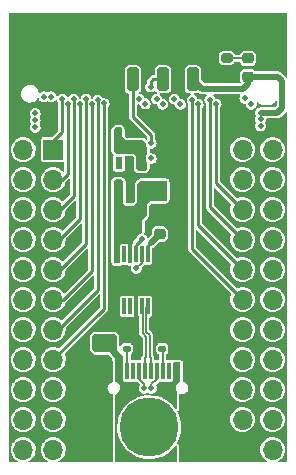
<source format=gbr>
G04 #@! TF.GenerationSoftware,KiCad,Pcbnew,(6.0.1)*
G04 #@! TF.CreationDate,2022-02-14T15:35:13+08:00*
G04 #@! TF.ProjectId,Test_Board,54657374-5f42-46f6-9172-642e6b696361,rev?*
G04 #@! TF.SameCoordinates,Original*
G04 #@! TF.FileFunction,Copper,L4,Bot*
G04 #@! TF.FilePolarity,Positive*
%FSLAX46Y46*%
G04 Gerber Fmt 4.6, Leading zero omitted, Abs format (unit mm)*
G04 Created by KiCad (PCBNEW (6.0.1)) date 2022-02-14 15:35:13*
%MOMM*%
%LPD*%
G01*
G04 APERTURE LIST*
G04 Aperture macros list*
%AMRoundRect*
0 Rectangle with rounded corners*
0 $1 Rounding radius*
0 $2 $3 $4 $5 $6 $7 $8 $9 X,Y pos of 4 corners*
0 Add a 4 corners polygon primitive as box body*
4,1,4,$2,$3,$4,$5,$6,$7,$8,$9,$2,$3,0*
0 Add four circle primitives for the rounded corners*
1,1,$1+$1,$2,$3*
1,1,$1+$1,$4,$5*
1,1,$1+$1,$6,$7*
1,1,$1+$1,$8,$9*
0 Add four rect primitives between the rounded corners*
20,1,$1+$1,$2,$3,$4,$5,0*
20,1,$1+$1,$4,$5,$6,$7,0*
20,1,$1+$1,$6,$7,$8,$9,0*
20,1,$1+$1,$8,$9,$2,$3,0*%
G04 Aperture macros list end*
G04 #@! TA.AperFunction,SMDPad,CuDef*
%ADD10RoundRect,0.250000X-0.250000X-0.750000X0.250000X-0.750000X0.250000X0.750000X-0.250000X0.750000X0*%
G04 #@! TD*
G04 #@! TA.AperFunction,SMDPad,CuDef*
%ADD11RoundRect,0.218750X-0.256250X0.218750X-0.256250X-0.218750X0.256250X-0.218750X0.256250X0.218750X0*%
G04 #@! TD*
G04 #@! TA.AperFunction,SMDPad,CuDef*
%ADD12RoundRect,0.135000X-0.185000X0.135000X-0.185000X-0.135000X0.185000X-0.135000X0.185000X0.135000X0*%
G04 #@! TD*
G04 #@! TA.AperFunction,SMDPad,CuDef*
%ADD13RoundRect,0.200000X-0.275000X0.200000X-0.275000X-0.200000X0.275000X-0.200000X0.275000X0.200000X0*%
G04 #@! TD*
G04 #@! TA.AperFunction,SMDPad,CuDef*
%ADD14R,0.300000X1.400000*%
G04 #@! TD*
G04 #@! TA.AperFunction,SMDPad,CuDef*
%ADD15RoundRect,0.225000X-0.250000X0.225000X-0.250000X-0.225000X0.250000X-0.225000X0.250000X0.225000X0*%
G04 #@! TD*
G04 #@! TA.AperFunction,ComponentPad*
%ADD16R,1.700000X1.700000*%
G04 #@! TD*
G04 #@! TA.AperFunction,ComponentPad*
%ADD17O,1.700000X1.700000*%
G04 #@! TD*
G04 #@! TA.AperFunction,SMDPad,CuDef*
%ADD18R,0.599400X1.000800*%
G04 #@! TD*
G04 #@! TA.AperFunction,ComponentPad*
%ADD19O,1.000000X1.600000*%
G04 #@! TD*
G04 #@! TA.AperFunction,ComponentPad*
%ADD20O,1.000000X2.100000*%
G04 #@! TD*
G04 #@! TA.AperFunction,SMDPad,CuDef*
%ADD21R,0.600000X1.450000*%
G04 #@! TD*
G04 #@! TA.AperFunction,SMDPad,CuDef*
%ADD22R,0.300000X1.450000*%
G04 #@! TD*
G04 #@! TA.AperFunction,ViaPad*
%ADD23C,0.508000*%
G04 #@! TD*
G04 #@! TA.AperFunction,ViaPad*
%ADD24C,5.000000*%
G04 #@! TD*
G04 #@! TA.AperFunction,Conductor*
%ADD25C,0.254000*%
G04 #@! TD*
G04 #@! TA.AperFunction,Conductor*
%ADD26C,0.177800*%
G04 #@! TD*
G04 #@! TA.AperFunction,Conductor*
%ADD27C,0.508000*%
G04 #@! TD*
G04 #@! TA.AperFunction,Conductor*
%ADD28C,0.203200*%
G04 #@! TD*
G04 APERTURE END LIST*
D10*
X130223051Y-56264566D03*
X125143050Y-56264565D03*
X127683053Y-56264567D03*
X132763053Y-56264566D03*
D11*
X137425462Y-54486466D03*
X137425462Y-56061466D03*
D12*
X130161062Y-78055766D03*
X130161062Y-79075766D03*
D13*
X135622061Y-54448967D03*
X135622061Y-56098967D03*
D14*
X128951262Y-75482566D03*
X128451262Y-75482566D03*
X127951262Y-75482566D03*
X127451262Y-75482566D03*
X126951262Y-75482566D03*
X126951262Y-71082566D03*
X127451262Y-71082566D03*
X127951262Y-71082566D03*
X128451262Y-71082566D03*
X128951262Y-71082566D03*
D15*
X129957862Y-67808568D03*
X129957862Y-69358568D03*
X129983262Y-63973168D03*
X129983262Y-65523168D03*
D16*
X120943062Y-62218366D03*
D17*
X118403062Y-62218366D03*
X120943062Y-64758366D03*
X118403062Y-64758366D03*
X120943062Y-67298366D03*
X118403062Y-67298366D03*
X120943062Y-69838366D03*
X118403062Y-69838366D03*
X120943062Y-72378366D03*
X118403062Y-72378366D03*
X120943062Y-74918366D03*
X118403062Y-74918366D03*
X120943062Y-77458366D03*
X118403062Y-77458366D03*
X120943062Y-79998366D03*
X118403062Y-79998366D03*
X120943062Y-82538366D03*
X118403062Y-82538366D03*
X120943062Y-85078366D03*
X118403062Y-85078366D03*
X120943062Y-87618366D03*
X118403062Y-87618366D03*
D18*
X128405960Y-65972468D03*
X127455960Y-65972468D03*
X126505960Y-65972468D03*
X126505960Y-63371468D03*
X128405960Y-63371468D03*
D19*
X124633062Y-86052166D03*
D20*
X133273062Y-81872166D03*
D19*
X133273062Y-86052166D03*
D20*
X124633062Y-81872166D03*
D21*
X132203062Y-80957166D03*
X131403062Y-80957166D03*
D22*
X130703062Y-80957166D03*
X129703062Y-80957166D03*
X128203062Y-80957166D03*
X127203062Y-80957166D03*
D21*
X126503062Y-80957166D03*
X125703062Y-80957166D03*
X125703062Y-80957166D03*
X126503062Y-80957166D03*
D22*
X127703062Y-80957166D03*
X128703062Y-80957166D03*
X129203062Y-80957166D03*
X130203062Y-80957166D03*
D21*
X131403062Y-80957166D03*
X132203062Y-80957166D03*
D12*
X127163861Y-78055767D03*
X127163861Y-79075767D03*
D17*
X139510462Y-62218368D03*
X136970462Y-62218368D03*
X139510462Y-64758368D03*
X136970462Y-64758368D03*
X139510462Y-67298368D03*
X136970462Y-67298368D03*
X139510462Y-69838368D03*
X136970462Y-69838368D03*
X139510462Y-72378368D03*
X136970462Y-72378368D03*
X139510462Y-74918368D03*
X136970462Y-74918368D03*
X139510462Y-77458368D03*
X136970462Y-77458368D03*
X139510462Y-79998368D03*
X136970462Y-79998368D03*
X139510462Y-82538368D03*
X136970462Y-82538368D03*
X139510462Y-85078368D03*
X136970462Y-85078368D03*
X139510462Y-87618368D03*
D16*
X136970462Y-87618368D03*
D23*
X139818062Y-60111167D03*
X139818062Y-55111167D03*
X139818062Y-51111167D03*
X138818062Y-55111167D03*
X138818062Y-51111167D03*
X134818062Y-88111167D03*
X134818062Y-87111167D03*
X134818062Y-83111167D03*
X133818062Y-88111167D03*
X126818062Y-59111167D03*
X126818062Y-58111167D03*
X126818062Y-54111167D03*
X126818062Y-53111167D03*
X126818062Y-52111167D03*
X126818062Y-51111167D03*
X125818062Y-54111167D03*
X125818062Y-53111167D03*
X125818062Y-52111167D03*
X125818062Y-51111167D03*
X124818062Y-88111167D03*
X123818062Y-88111167D03*
X122818062Y-88111167D03*
X122818062Y-87111167D03*
X118818062Y-51111167D03*
X117818062Y-60111167D03*
X117818062Y-59111167D03*
X117818062Y-58111167D03*
X117818062Y-57111167D03*
X117818062Y-56111167D03*
X117818062Y-55111167D03*
X117818062Y-51111167D03*
X119670862Y-56061366D03*
D24*
X129068861Y-85728567D03*
D23*
X119670860Y-54740567D03*
X119670860Y-55400968D03*
X138492262Y-59668166D03*
X126325662Y-60811167D03*
X138492262Y-60201566D03*
X119416862Y-60328566D03*
X126325660Y-61573166D03*
X119416860Y-59160166D03*
X119416863Y-59718967D03*
X126325662Y-62284366D03*
X138492262Y-59109366D03*
X128638497Y-82418180D03*
X120147864Y-57744872D03*
X129247469Y-82430792D03*
X120757465Y-57744872D03*
X125792263Y-76366167D03*
X123633263Y-74222367D03*
X121702861Y-57940967D03*
X122185460Y-58372766D03*
X122668062Y-57940968D03*
X123176060Y-58372766D03*
X123709462Y-57940968D03*
X124209695Y-58385595D03*
X124706611Y-58033342D03*
X125246066Y-58316175D03*
X127971063Y-72266567D03*
X128205262Y-57940968D03*
X128453162Y-69828168D03*
X128729423Y-58347367D03*
X129221752Y-61674769D03*
X129185162Y-56924967D03*
X129703861Y-57940967D03*
X129221763Y-62970167D03*
X130211862Y-58372766D03*
X131195560Y-57940967D03*
X131710461Y-58372767D03*
X132701062Y-58017167D03*
X133209062Y-58372767D03*
X134199662Y-57991767D03*
X134733060Y-58372766D03*
X137171463Y-57890167D03*
X137704862Y-58372767D03*
X124522262Y-78819766D03*
X126528863Y-68826870D03*
X126528863Y-67755567D03*
X125182661Y-78184766D03*
X125208060Y-78794366D03*
X124522262Y-78159368D03*
X126528863Y-68288967D03*
D25*
X134199660Y-67067568D02*
X136970462Y-69838368D01*
X134199660Y-57991769D02*
X134199660Y-67067568D01*
X134199662Y-57991767D02*
X134199660Y-57991769D01*
X132701063Y-70648967D02*
X132874862Y-70822767D01*
X132701062Y-58017167D02*
X132701063Y-70648967D01*
D26*
X129703061Y-81639966D02*
X129703061Y-80957166D01*
X129247470Y-82095560D02*
X129703061Y-81639966D01*
X129247469Y-82430792D02*
X129247470Y-82095560D01*
D27*
X136993662Y-57077366D02*
X133575853Y-57077366D01*
X137425460Y-56061468D02*
X137425461Y-56645567D01*
X137425461Y-56645567D02*
X136993662Y-57077366D01*
X129868662Y-69434766D02*
X129957862Y-69434767D01*
X129195862Y-70107566D02*
X129868662Y-69434766D01*
D28*
X128951262Y-71082567D02*
X128951260Y-70352166D01*
X128951260Y-70352166D02*
X129195862Y-70107566D01*
D27*
X140320797Y-58704342D02*
X140320797Y-56442101D01*
X139915771Y-59109366D02*
X140320797Y-58704342D01*
X133575853Y-57077366D02*
X132763053Y-56264566D01*
X138492262Y-59109366D02*
X139915771Y-59109366D01*
X139940162Y-56061466D02*
X137425460Y-56061468D01*
X140320797Y-56442101D02*
X139940162Y-56061466D01*
D26*
X128638497Y-82418180D02*
X128638497Y-82047002D01*
X128203062Y-81611566D02*
X128203062Y-80957167D01*
X128638497Y-82047002D02*
X128203062Y-81611566D01*
D25*
X121702861Y-60745167D02*
X120943062Y-61504966D01*
X120943062Y-61504966D02*
X120943062Y-62218366D01*
X121702861Y-57940967D02*
X121702861Y-60745167D01*
X122185460Y-58372766D02*
X122185461Y-64275766D01*
X122185461Y-64275766D02*
X121702860Y-64758368D01*
X121702860Y-64758368D02*
X120943061Y-64758367D01*
X121514863Y-67298366D02*
X120943061Y-67298367D01*
X122668297Y-66144932D02*
X121514863Y-67298366D01*
X122668062Y-57940968D02*
X122667571Y-57941455D01*
X122667572Y-66144208D02*
X122668297Y-66144932D01*
X122667571Y-57941455D02*
X122667572Y-66144208D01*
X123176060Y-58372766D02*
X123176062Y-68126367D01*
X121464063Y-69838367D02*
X120943060Y-69838366D01*
X123176062Y-68126367D02*
X121464063Y-69838367D01*
X121514862Y-72378367D02*
X120943063Y-72378367D01*
X123709462Y-57940968D02*
X123709462Y-70183767D01*
X123709462Y-70183767D02*
X121514862Y-72378367D01*
X124209695Y-58385595D02*
X124192061Y-58403228D01*
X121794262Y-74918366D02*
X120943062Y-74918366D01*
X124192060Y-72520567D02*
X121794262Y-74918366D01*
X124192061Y-58403228D02*
X124192060Y-72520567D01*
X124700063Y-74069969D02*
X121311663Y-77458367D01*
X121286262Y-77458367D02*
X120943062Y-77458367D01*
X124700063Y-58039891D02*
X124700063Y-74069969D01*
X121311663Y-77458367D02*
X120943062Y-77458367D01*
X124706611Y-58033342D02*
X124700063Y-58039891D01*
X125246066Y-58316175D02*
X125233460Y-58328779D01*
X125233460Y-58328779D02*
X125233460Y-75695566D01*
X120943061Y-79985967D02*
X120943060Y-79998366D01*
X125233460Y-75695566D02*
X120943061Y-79985967D01*
D26*
X127971063Y-72266567D02*
X128451262Y-71786368D01*
X128451262Y-71786368D02*
X128451263Y-71082567D01*
D25*
X127951262Y-70330067D02*
X127951260Y-71082567D01*
X128453162Y-69828168D02*
X127951262Y-70330067D01*
X127683052Y-59450758D02*
X127683052Y-56264566D01*
X129221752Y-61674769D02*
X129221751Y-60989457D01*
X129221751Y-60989457D02*
X127683052Y-59450758D01*
X129399063Y-56264566D02*
X130223053Y-56264566D01*
X129185162Y-56478466D02*
X129399063Y-56264566D01*
X129185162Y-56924967D02*
X129185162Y-56478466D01*
X132874862Y-70822767D02*
X136970462Y-74918368D01*
X132695462Y-70643366D02*
X132874862Y-70822767D01*
X133209061Y-68616967D02*
X136970461Y-72378367D01*
X133209062Y-58372767D02*
X133209061Y-68616967D01*
X134733061Y-65060967D02*
X136970462Y-67298367D01*
X134733060Y-58372766D02*
X134733061Y-65060967D01*
D26*
X130203062Y-80957166D02*
X130203061Y-79055167D01*
X129092762Y-79759366D02*
X129092763Y-77934902D01*
X128791272Y-77633412D02*
X128791273Y-75642557D01*
X129203060Y-80957166D02*
X129203061Y-79869666D01*
X129203061Y-79869666D02*
X129092762Y-79759366D01*
X129092763Y-77934902D02*
X128791272Y-77633412D01*
X128791273Y-75642557D02*
X128951262Y-75482568D01*
X128703062Y-79869667D02*
X128813363Y-79759366D01*
X128813362Y-78049953D02*
X128512353Y-77748944D01*
X128512353Y-77748944D02*
X128512351Y-75543657D01*
X128813363Y-79759366D02*
X128813362Y-78049953D01*
X128703062Y-80957166D02*
X128703062Y-79869667D01*
X128512351Y-75543657D02*
X128451263Y-75482568D01*
X127203062Y-80957166D02*
X127203060Y-79060166D01*
X135659562Y-54486466D02*
X135622062Y-54448966D01*
X137425461Y-54486466D02*
X135659562Y-54486466D01*
D25*
X136597462Y-87618366D02*
X136970462Y-87618368D01*
G04 #@! TA.AperFunction,Conductor*
G36*
X126115367Y-77847472D02*
G01*
X126307355Y-78039461D01*
X126325661Y-78083655D01*
X126325661Y-79149967D01*
X126789956Y-79614262D01*
X126808262Y-79658456D01*
X126808262Y-81715368D01*
X126820693Y-81715368D01*
X126824078Y-81716770D01*
X126857902Y-81750593D01*
X126859980Y-81755610D01*
X126861181Y-81761646D01*
X126906202Y-81829026D01*
X126973582Y-81874047D01*
X127032998Y-81885866D01*
X127373126Y-81885866D01*
X127419361Y-81876669D01*
X127426505Y-81875248D01*
X127426506Y-81875248D01*
X127431999Y-81874155D01*
X127432542Y-81874047D01*
X127432563Y-81874155D01*
X127473561Y-81874155D01*
X127473582Y-81874047D01*
X127479618Y-81875248D01*
X127479619Y-81875248D01*
X127486763Y-81876669D01*
X127532998Y-81885866D01*
X127873126Y-81885866D01*
X127919361Y-81876669D01*
X127926505Y-81875248D01*
X127926506Y-81875248D01*
X127931999Y-81874155D01*
X127932542Y-81874047D01*
X127932563Y-81874155D01*
X127973561Y-81874155D01*
X127973582Y-81874047D01*
X127979618Y-81875248D01*
X127979619Y-81875248D01*
X127986763Y-81876669D01*
X128032998Y-81885866D01*
X128037675Y-81885866D01*
X128038176Y-81886074D01*
X128039124Y-81886167D01*
X128039096Y-81886454D01*
X128081869Y-81904172D01*
X128252681Y-82074984D01*
X128270987Y-82119178D01*
X128256744Y-82156814D01*
X128257406Y-82157249D01*
X128255455Y-82160220D01*
X128255327Y-82160557D01*
X128252014Y-82164308D01*
X128196295Y-82282985D01*
X128176125Y-82412531D01*
X128176702Y-82416944D01*
X128176702Y-82416946D01*
X128179151Y-82435675D01*
X128193124Y-82542530D01*
X128194917Y-82546605D01*
X128241683Y-82652888D01*
X128245927Y-82662534D01*
X128248791Y-82665941D01*
X128327425Y-82759488D01*
X128327428Y-82759491D01*
X128330288Y-82762893D01*
X128439426Y-82835542D01*
X128564567Y-82874639D01*
X128569017Y-82874721D01*
X128569020Y-82874721D01*
X128691204Y-82876960D01*
X128691207Y-82876960D01*
X128695651Y-82877041D01*
X128822141Y-82842556D01*
X128833565Y-82835542D01*
X128901401Y-82793891D01*
X128948641Y-82786367D01*
X128968736Y-82795126D01*
X129048398Y-82848154D01*
X129173539Y-82887251D01*
X129177989Y-82887333D01*
X129177992Y-82887333D01*
X129300176Y-82889572D01*
X129300179Y-82889572D01*
X129304623Y-82889653D01*
X129431113Y-82855168D01*
X129442537Y-82848154D01*
X129539048Y-82788897D01*
X129539051Y-82788894D01*
X129542840Y-82786568D01*
X129630822Y-82689367D01*
X129687986Y-82571379D01*
X129709738Y-82442090D01*
X129709876Y-82430792D01*
X129691290Y-82301010D01*
X129637025Y-82181661D01*
X129638492Y-82180994D01*
X129631125Y-82139625D01*
X129647972Y-82108855D01*
X129857016Y-81899810D01*
X129889017Y-81882705D01*
X129926504Y-81875248D01*
X129931999Y-81874155D01*
X129932000Y-81874155D01*
X129932543Y-81874047D01*
X129932564Y-81874155D01*
X129973561Y-81874155D01*
X129973582Y-81874047D01*
X129979618Y-81875248D01*
X129979619Y-81875248D01*
X129986763Y-81876669D01*
X130032998Y-81885866D01*
X130373126Y-81885866D01*
X130419361Y-81876669D01*
X130426505Y-81875248D01*
X130426506Y-81875248D01*
X130431999Y-81874155D01*
X130432542Y-81874047D01*
X130432563Y-81874155D01*
X130473561Y-81874155D01*
X130473582Y-81874047D01*
X130479618Y-81875248D01*
X130479619Y-81875248D01*
X130486763Y-81876669D01*
X130532998Y-81885866D01*
X130873126Y-81885866D01*
X130932542Y-81874047D01*
X130999922Y-81829026D01*
X131044943Y-81761646D01*
X131056762Y-81702230D01*
X131056762Y-81607556D01*
X131075067Y-81563363D01*
X131092071Y-81546359D01*
X131092072Y-81546356D01*
X131100862Y-81537566D01*
X131100862Y-80304666D01*
X131119168Y-80260472D01*
X131163362Y-80242166D01*
X131380803Y-80242167D01*
X131636862Y-80242168D01*
X131681056Y-80260474D01*
X131699362Y-80304668D01*
X131699362Y-81702230D01*
X131709260Y-81751988D01*
X131710461Y-81764182D01*
X131710461Y-81765679D01*
X131692155Y-81809873D01*
X131585149Y-81916880D01*
X131514983Y-81987046D01*
X131510124Y-81991421D01*
X131454033Y-82036843D01*
X131451567Y-82040313D01*
X131451565Y-82040315D01*
X131449038Y-82043871D01*
X131430664Y-82069727D01*
X131429680Y-82071111D01*
X131422930Y-82079099D01*
X131380262Y-82121767D01*
X131380262Y-82134199D01*
X131376204Y-82143995D01*
X131373851Y-82149029D01*
X131372586Y-82151450D01*
X131370121Y-82154918D01*
X131321053Y-82291210D01*
X131320741Y-82295458D01*
X131310803Y-82430792D01*
X131310444Y-82435675D01*
X131324609Y-82505927D01*
X131336922Y-82566988D01*
X131339076Y-82577673D01*
X131356249Y-82611378D01*
X131373450Y-82645137D01*
X131380262Y-82673511D01*
X131380262Y-84114079D01*
X131361956Y-84158273D01*
X131317762Y-84176579D01*
X131273568Y-84158273D01*
X131268478Y-84152515D01*
X131101802Y-83938796D01*
X131101801Y-83938795D01*
X131100643Y-83937310D01*
X130870732Y-83706191D01*
X130828798Y-83673133D01*
X130616209Y-83505541D01*
X130616200Y-83505535D01*
X130614720Y-83504368D01*
X130336315Y-83334762D01*
X130039551Y-83199832D01*
X130037771Y-83199269D01*
X130037763Y-83199266D01*
X129730526Y-83102100D01*
X129730527Y-83102100D01*
X129728727Y-83101531D01*
X129408344Y-83041283D01*
X129083043Y-83019962D01*
X129081171Y-83020065D01*
X129081170Y-83020065D01*
X128759403Y-83037773D01*
X128759398Y-83037774D01*
X128757537Y-83037876D01*
X128436541Y-83094765D01*
X128124704Y-83189806D01*
X127826544Y-83321621D01*
X127546378Y-83488302D01*
X127544894Y-83489447D01*
X127544888Y-83489451D01*
X127524033Y-83505541D01*
X127288267Y-83687434D01*
X127055948Y-83916132D01*
X126852786Y-84171084D01*
X126681725Y-84448596D01*
X126680941Y-84450296D01*
X126680937Y-84450304D01*
X126603974Y-84617252D01*
X126545243Y-84744649D01*
X126445316Y-85054955D01*
X126383392Y-85375018D01*
X126383260Y-85376889D01*
X126383259Y-85376893D01*
X126369171Y-85575878D01*
X126360368Y-85700203D01*
X126376577Y-86025798D01*
X126431784Y-86347088D01*
X126525191Y-86659418D01*
X126655443Y-86958265D01*
X126820655Y-87239299D01*
X126821799Y-87240798D01*
X126821801Y-87240801D01*
X126895542Y-87337424D01*
X127018432Y-87498449D01*
X127019741Y-87499793D01*
X127019743Y-87499795D01*
X127244602Y-87730620D01*
X127244608Y-87730626D01*
X127245911Y-87731963D01*
X127247371Y-87733139D01*
X127498329Y-87935275D01*
X127498335Y-87935280D01*
X127499796Y-87936456D01*
X127501389Y-87937450D01*
X127501394Y-87937453D01*
X127774813Y-88107973D01*
X127774817Y-88107975D01*
X127776409Y-88108968D01*
X128071743Y-88246999D01*
X128381522Y-88348549D01*
X128701256Y-88412148D01*
X128861002Y-88424300D01*
X129024445Y-88436733D01*
X129024450Y-88436733D01*
X129026316Y-88436875D01*
X129273882Y-88425850D01*
X129350108Y-88422455D01*
X129350110Y-88422455D01*
X129351991Y-88422371D01*
X129353847Y-88422062D01*
X129353848Y-88422062D01*
X129436530Y-88408300D01*
X129673566Y-88368846D01*
X129741498Y-88348917D01*
X129984565Y-88277609D01*
X129984569Y-88277608D01*
X129986381Y-88277076D01*
X129988114Y-88276331D01*
X129988118Y-88276330D01*
X130140253Y-88210967D01*
X130285905Y-88148390D01*
X130287522Y-88147451D01*
X130566187Y-87985590D01*
X130566193Y-87985586D01*
X130567801Y-87984652D01*
X130630323Y-87937453D01*
X130826480Y-87789370D01*
X130826484Y-87789367D01*
X130827983Y-87788235D01*
X130858283Y-87759026D01*
X131061337Y-87563281D01*
X131061341Y-87563277D01*
X131062684Y-87561982D01*
X131268505Y-87309171D01*
X131269179Y-87309720D01*
X131307651Y-87285857D01*
X131354224Y-87296773D01*
X131379438Y-87337424D01*
X131380261Y-87347534D01*
X131380261Y-88622667D01*
X131361955Y-88666861D01*
X131317761Y-88685167D01*
X126237193Y-88685167D01*
X126192999Y-88666861D01*
X126174694Y-88622398D01*
X126198661Y-83061603D01*
X126198661Y-82960659D01*
X126216967Y-82916465D01*
X126236339Y-82903299D01*
X126335609Y-82860341D01*
X126335611Y-82860340D01*
X126339518Y-82858649D01*
X126350839Y-82849482D01*
X126448784Y-82770167D01*
X126452091Y-82767489D01*
X126536003Y-82649414D01*
X126585071Y-82513122D01*
X126590452Y-82439854D01*
X126595368Y-82372909D01*
X126595368Y-82372907D01*
X126595680Y-82368657D01*
X126567048Y-82226659D01*
X126501286Y-82097593D01*
X126448616Y-82040315D01*
X126406121Y-81994101D01*
X126406120Y-81994100D01*
X126403237Y-81990965D01*
X126399615Y-81988719D01*
X126283751Y-81916880D01*
X126283748Y-81916878D01*
X126280126Y-81914633D01*
X126205116Y-81892841D01*
X126167784Y-81862933D01*
X126162535Y-81815386D01*
X126170586Y-81798101D01*
X126191523Y-81766765D01*
X126191524Y-81766763D01*
X126194943Y-81761646D01*
X126206762Y-81702230D01*
X126206762Y-80212102D01*
X126194943Y-80152686D01*
X126158395Y-80097987D01*
X126147862Y-80063264D01*
X126147862Y-79911966D01*
X125716063Y-79378567D01*
X125706132Y-79378586D01*
X124544536Y-79380821D01*
X124502183Y-79364393D01*
X124235679Y-79120096D01*
X124215412Y-79073895D01*
X124217412Y-78107076D01*
X124233456Y-78065395D01*
X124427439Y-77849856D01*
X124473895Y-77829166D01*
X126071173Y-77829166D01*
X126115367Y-77847472D01*
G37*
G04 #@! TD.AperFunction*
G04 #@! TA.AperFunction,Conductor*
G36*
X126648766Y-60346873D02*
G01*
X126764556Y-60462662D01*
X126782862Y-60506856D01*
X126782860Y-61115966D01*
X127104271Y-61437377D01*
X127104273Y-61437378D01*
X127113062Y-61446167D01*
X128560373Y-61446167D01*
X128604567Y-61464473D01*
X128743649Y-61603554D01*
X128761955Y-61647748D01*
X128761212Y-61657354D01*
X128759380Y-61669120D01*
X128759957Y-61673533D01*
X128759957Y-61673535D01*
X128761596Y-61686067D01*
X128776379Y-61799119D01*
X128829182Y-61919123D01*
X128832046Y-61922530D01*
X128876405Y-61975301D01*
X128891062Y-62015517D01*
X128891062Y-62629486D01*
X128875408Y-62670858D01*
X128835280Y-62716295D01*
X128779561Y-62834972D01*
X128759391Y-62964518D01*
X128759968Y-62968931D01*
X128759968Y-62968933D01*
X128761607Y-62981465D01*
X128776390Y-63094517D01*
X128829193Y-63214521D01*
X128832057Y-63217928D01*
X128876405Y-63270686D01*
X128891062Y-63310902D01*
X128891062Y-63782479D01*
X128872756Y-63826673D01*
X128680768Y-64018661D01*
X128636574Y-64036967D01*
X128395762Y-64036967D01*
X128154950Y-64036966D01*
X128110756Y-64018660D01*
X127994968Y-63902872D01*
X127976662Y-63858678D01*
X127976661Y-62779398D01*
X127976661Y-62766967D01*
X127773462Y-62563768D01*
X127287303Y-62563767D01*
X126300748Y-62563766D01*
X126256554Y-62545460D01*
X126064568Y-62353472D01*
X126046262Y-62309278D01*
X126046262Y-60557655D01*
X126064568Y-60513461D01*
X126231155Y-60346873D01*
X126275349Y-60328567D01*
X126604572Y-60328567D01*
X126648766Y-60346873D01*
G37*
G04 #@! TD.AperFunction*
G04 #@! TA.AperFunction,Conductor*
G36*
X126439964Y-64722767D02*
G01*
X126629073Y-64722767D01*
X126697194Y-64742769D01*
X126718168Y-64759672D01*
X126847557Y-64889061D01*
X126881583Y-64951373D01*
X126884462Y-64978156D01*
X126884462Y-66754766D01*
X127113062Y-66983366D01*
X127348166Y-66983366D01*
X127729948Y-66983367D01*
X127748063Y-66983367D01*
X128052862Y-66678566D01*
X128052861Y-65177880D01*
X128072863Y-65109759D01*
X128085628Y-65093123D01*
X128214513Y-64951349D01*
X128269368Y-64891008D01*
X128329991Y-64854059D01*
X128362600Y-64849766D01*
X130415061Y-64849767D01*
X130464470Y-64849767D01*
X130532591Y-64869769D01*
X130553547Y-64886653D01*
X130555939Y-64889044D01*
X130589977Y-64951349D01*
X130592862Y-64978158D01*
X130592860Y-66372376D01*
X130572858Y-66440497D01*
X130555955Y-66461471D01*
X130451965Y-66565461D01*
X130389653Y-66599487D01*
X130362870Y-66602366D01*
X129170462Y-66602366D01*
X128840263Y-66932567D01*
X128840263Y-67769376D01*
X128820261Y-67837497D01*
X128803358Y-67858471D01*
X128484662Y-68177167D01*
X128484662Y-68187818D01*
X128484663Y-69140977D01*
X128464661Y-69209098D01*
X128447758Y-69230072D01*
X128291677Y-69386153D01*
X128263866Y-69405304D01*
X128264347Y-69406067D01*
X128153467Y-69476027D01*
X128066679Y-69574296D01*
X128062864Y-69582422D01*
X128043430Y-69623815D01*
X128018472Y-69659359D01*
X127697263Y-69980569D01*
X127697263Y-70074843D01*
X127680379Y-70137849D01*
X127674830Y-70147459D01*
X127668935Y-70156712D01*
X127646922Y-70188150D01*
X127644069Y-70198796D01*
X127642500Y-70202161D01*
X127641225Y-70205665D01*
X127635711Y-70215215D01*
X127633797Y-70226072D01*
X127633796Y-70226074D01*
X127629048Y-70253005D01*
X127626666Y-70263748D01*
X127625815Y-70266923D01*
X127620520Y-70282520D01*
X127616275Y-70292768D01*
X127609381Y-70303086D01*
X127597562Y-70362502D01*
X127597562Y-71734167D01*
X127577560Y-71802288D01*
X127523904Y-71848781D01*
X127471561Y-71860167D01*
X127453256Y-71860167D01*
X127430959Y-71860166D01*
X127362839Y-71840162D01*
X127316347Y-71786505D01*
X127304962Y-71734166D01*
X127304962Y-70362502D01*
X127293143Y-70303086D01*
X127248122Y-70235706D01*
X127198305Y-70202420D01*
X127191060Y-70197579D01*
X127191059Y-70197579D01*
X127180742Y-70190685D01*
X127121326Y-70178866D01*
X126781198Y-70178866D01*
X126721782Y-70190685D01*
X126711465Y-70197579D01*
X126711464Y-70197579D01*
X126704219Y-70202420D01*
X126654402Y-70235706D01*
X126609381Y-70303086D01*
X126597562Y-70362502D01*
X126597562Y-71734167D01*
X126577560Y-71802288D01*
X126523904Y-71848781D01*
X126471562Y-71860167D01*
X126197061Y-71860167D01*
X126128940Y-71840165D01*
X126082447Y-71786509D01*
X126071062Y-71734770D01*
X126063618Y-70178866D01*
X126058962Y-69205866D01*
X126059012Y-69205866D01*
X126058961Y-69205632D01*
X126058925Y-69193167D01*
X126050914Y-66461471D01*
X126046416Y-64927573D01*
X126066218Y-64859394D01*
X126083319Y-64838109D01*
X126161756Y-64759671D01*
X126224068Y-64725646D01*
X126250851Y-64722766D01*
X126439964Y-64722767D01*
G37*
G04 #@! TD.AperFunction*
G04 #@! TA.AperFunction,Conductor*
G36*
X140731556Y-50669473D02*
G01*
X140749862Y-50713667D01*
X140749862Y-56072259D01*
X140731556Y-56116453D01*
X140687362Y-56134759D01*
X140641467Y-56114684D01*
X140613374Y-56084293D01*
X140613373Y-56084292D01*
X140610203Y-56080863D01*
X140606166Y-56078518D01*
X140602518Y-56075595D01*
X140602747Y-56075309D01*
X140596430Y-56070448D01*
X140285650Y-55759668D01*
X140280762Y-55754167D01*
X140259913Y-55727720D01*
X140259912Y-55727719D01*
X140257018Y-55724048D01*
X140253175Y-55721392D01*
X140253173Y-55721390D01*
X140207134Y-55689571D01*
X140205537Y-55688430D01*
X140160509Y-55655172D01*
X140160508Y-55655171D01*
X140156753Y-55652398D01*
X140152348Y-55650851D01*
X140150321Y-55649778D01*
X140150080Y-55649632D01*
X140149961Y-55649571D01*
X140149703Y-55649463D01*
X140147640Y-55648452D01*
X140143797Y-55645796D01*
X140085963Y-55627505D01*
X140084105Y-55626885D01*
X140031306Y-55608343D01*
X140026895Y-55606794D01*
X140022224Y-55606611D01*
X140019967Y-55606180D01*
X140019431Y-55606044D01*
X140015969Y-55605370D01*
X140012571Y-55604295D01*
X140009016Y-55604015D01*
X140009015Y-55604015D01*
X140007088Y-55603863D01*
X140007077Y-55603863D01*
X140005850Y-55603766D01*
X139951054Y-55603766D01*
X139948600Y-55603718D01*
X139894039Y-55601574D01*
X139894036Y-55601574D01*
X139889369Y-55601391D01*
X139884853Y-55602588D01*
X139880210Y-55603101D01*
X139880170Y-55602736D01*
X139872266Y-55603766D01*
X139505793Y-55603766D01*
X138066087Y-55603768D01*
X138021893Y-55585462D01*
X137933117Y-55496686D01*
X137858922Y-55458882D01*
X137818269Y-55438168D01*
X137818268Y-55438168D01*
X137813884Y-55435934D01*
X137809027Y-55435165D01*
X137809025Y-55435164D01*
X137717387Y-55420650D01*
X137717382Y-55420650D01*
X137714960Y-55420266D01*
X137135964Y-55420266D01*
X137133542Y-55420650D01*
X137133537Y-55420650D01*
X137041899Y-55435164D01*
X137041897Y-55435165D01*
X137037040Y-55435934D01*
X137032656Y-55438168D01*
X137032655Y-55438168D01*
X136992002Y-55458882D01*
X136917807Y-55496686D01*
X136823182Y-55591311D01*
X136815675Y-55606044D01*
X136773698Y-55688430D01*
X136762430Y-55710544D01*
X136761661Y-55715401D01*
X136761660Y-55715403D01*
X136747146Y-55807041D01*
X136746762Y-55809468D01*
X136746762Y-56313464D01*
X136747146Y-56315886D01*
X136747146Y-56315891D01*
X136761124Y-56404141D01*
X136762430Y-56412388D01*
X136764664Y-56416772D01*
X136764664Y-56416773D01*
X136783961Y-56454645D01*
X136817320Y-56520115D01*
X136821741Y-56528792D01*
X136825494Y-56576479D01*
X136794427Y-56612854D01*
X136766053Y-56619666D01*
X133791326Y-56619666D01*
X133747132Y-56601360D01*
X133485059Y-56339286D01*
X133466753Y-56295092D01*
X133466752Y-55461826D01*
X133466752Y-55460350D01*
X133463751Y-55428591D01*
X133460962Y-55420650D01*
X133420096Y-55304278D01*
X133420095Y-55304276D01*
X133418547Y-55299868D01*
X133337491Y-55190128D01*
X133227751Y-55109072D01*
X133223343Y-55107524D01*
X133223341Y-55107523D01*
X133153162Y-55082878D01*
X133099028Y-55063868D01*
X133082608Y-55062316D01*
X133068734Y-55061004D01*
X133068726Y-55061004D01*
X133067270Y-55060866D01*
X132763157Y-55060866D01*
X132458837Y-55060867D01*
X132427078Y-55063868D01*
X132423487Y-55065129D01*
X132302765Y-55107523D01*
X132302763Y-55107524D01*
X132298355Y-55109072D01*
X132188615Y-55190128D01*
X132107559Y-55299868D01*
X132062355Y-55428591D01*
X132061997Y-55432380D01*
X132061997Y-55432382D01*
X132059492Y-55458883D01*
X132059353Y-55460349D01*
X132059354Y-57068782D01*
X132062355Y-57100541D01*
X132063616Y-57104132D01*
X132096259Y-57197085D01*
X132107559Y-57229264D01*
X132188615Y-57339004D01*
X132298355Y-57420060D01*
X132302763Y-57421608D01*
X132302765Y-57421609D01*
X132355788Y-57440229D01*
X132427078Y-57465264D01*
X132443498Y-57466816D01*
X132457372Y-57468128D01*
X132457380Y-57468128D01*
X132458836Y-57468266D01*
X132509789Y-57468266D01*
X132553983Y-57486572D01*
X132572289Y-57530766D01*
X132553983Y-57574960D01*
X132526963Y-57590860D01*
X132516529Y-57593842D01*
X132516528Y-57593843D01*
X132512247Y-57595066D01*
X132401367Y-57665026D01*
X132398424Y-57668358D01*
X132398422Y-57668360D01*
X132317526Y-57759958D01*
X132314579Y-57763295D01*
X132258860Y-57881972D01*
X132258175Y-57886370D01*
X132258175Y-57886371D01*
X132256618Y-57896373D01*
X132238690Y-58011518D01*
X132239267Y-58015931D01*
X132239267Y-58015933D01*
X132240363Y-58024313D01*
X132255689Y-58141517D01*
X132257482Y-58145592D01*
X132302276Y-58247393D01*
X132308492Y-58261521D01*
X132311356Y-58264928D01*
X132311359Y-58264933D01*
X132355704Y-58317687D01*
X132370362Y-58357903D01*
X132370363Y-70562173D01*
X132370125Y-70567620D01*
X132362880Y-70650437D01*
X132360938Y-70672632D01*
X132391121Y-70785281D01*
X132394255Y-70789757D01*
X132394256Y-70789759D01*
X132428214Y-70838255D01*
X132431143Y-70842854D01*
X132441088Y-70860078D01*
X132441090Y-70860080D01*
X132443824Y-70864816D01*
X132462223Y-70880255D01*
X132475345Y-70891266D01*
X132479364Y-70894949D01*
X132661481Y-71077067D01*
X132661483Y-71077068D01*
X135995458Y-74411043D01*
X136013764Y-74455237D01*
X136006033Y-74485347D01*
X135997283Y-74501263D01*
X135934801Y-74698232D01*
X135934460Y-74701269D01*
X135934460Y-74701271D01*
X135927248Y-74765572D01*
X135911767Y-74903585D01*
X135929058Y-75109501D01*
X135986017Y-75308138D01*
X135987409Y-75310847D01*
X135987410Y-75310849D01*
X136035825Y-75405055D01*
X136080472Y-75491928D01*
X136082363Y-75494314D01*
X136082365Y-75494317D01*
X136133304Y-75558586D01*
X136208826Y-75653871D01*
X136366192Y-75787799D01*
X136368856Y-75789288D01*
X136368859Y-75789290D01*
X136463099Y-75841959D01*
X136546573Y-75888611D01*
X136549477Y-75889555D01*
X136549478Y-75889555D01*
X136740188Y-75951521D01*
X136740193Y-75951522D01*
X136743101Y-75952467D01*
X136948288Y-75976934D01*
X136951330Y-75976700D01*
X136951333Y-75976700D01*
X137151269Y-75961315D01*
X137151271Y-75961315D01*
X137154320Y-75961080D01*
X137353349Y-75905511D01*
X137356072Y-75904136D01*
X137356076Y-75904134D01*
X137535074Y-75813715D01*
X137537794Y-75812341D01*
X137540192Y-75810468D01*
X137540196Y-75810465D01*
X137625423Y-75743878D01*
X137700630Y-75685120D01*
X137702629Y-75682805D01*
X137809850Y-75558586D01*
X137835653Y-75528693D01*
X137937722Y-75349020D01*
X138002948Y-75152943D01*
X138004332Y-75141993D01*
X138028627Y-74949673D01*
X138028627Y-74949671D01*
X138028847Y-74947931D01*
X138029260Y-74918368D01*
X138029091Y-74916638D01*
X138027811Y-74903585D01*
X138451767Y-74903585D01*
X138469058Y-75109501D01*
X138526017Y-75308138D01*
X138527409Y-75310847D01*
X138527410Y-75310849D01*
X138575825Y-75405055D01*
X138620472Y-75491928D01*
X138622363Y-75494314D01*
X138622365Y-75494317D01*
X138673304Y-75558586D01*
X138748826Y-75653871D01*
X138906192Y-75787799D01*
X138908856Y-75789288D01*
X138908859Y-75789290D01*
X139003099Y-75841959D01*
X139086573Y-75888611D01*
X139089477Y-75889555D01*
X139089478Y-75889555D01*
X139280188Y-75951521D01*
X139280193Y-75951522D01*
X139283101Y-75952467D01*
X139488288Y-75976934D01*
X139491330Y-75976700D01*
X139491333Y-75976700D01*
X139691269Y-75961315D01*
X139691271Y-75961315D01*
X139694320Y-75961080D01*
X139893349Y-75905511D01*
X139896072Y-75904136D01*
X139896076Y-75904134D01*
X140075074Y-75813715D01*
X140077794Y-75812341D01*
X140080192Y-75810468D01*
X140080196Y-75810465D01*
X140165423Y-75743878D01*
X140240630Y-75685120D01*
X140242629Y-75682805D01*
X140349850Y-75558586D01*
X140375653Y-75528693D01*
X140477722Y-75349020D01*
X140542948Y-75152943D01*
X140544332Y-75141993D01*
X140568627Y-74949673D01*
X140568627Y-74949671D01*
X140568847Y-74947931D01*
X140569260Y-74918368D01*
X140569091Y-74916638D01*
X140549393Y-74715756D01*
X140549393Y-74715754D01*
X140549095Y-74712713D01*
X140489369Y-74514891D01*
X140448631Y-74438273D01*
X140393792Y-74335136D01*
X140393790Y-74335133D01*
X140392357Y-74332438D01*
X140261754Y-74172303D01*
X140102534Y-74040585D01*
X140099850Y-74039134D01*
X140099846Y-74039131D01*
X139923448Y-73943753D01*
X139920763Y-73942301D01*
X139807046Y-73907100D01*
X139726278Y-73882098D01*
X139726275Y-73882097D01*
X139723363Y-73881196D01*
X139720330Y-73880877D01*
X139720329Y-73880877D01*
X139668935Y-73875475D01*
X139517854Y-73859596D01*
X139514821Y-73859872D01*
X139514817Y-73859872D01*
X139401640Y-73870172D01*
X139312063Y-73878324D01*
X139309130Y-73879187D01*
X139309126Y-73879188D01*
X139214291Y-73907100D01*
X139113829Y-73936668D01*
X138930703Y-74032404D01*
X138769660Y-74161886D01*
X138636833Y-74320182D01*
X138537283Y-74501263D01*
X138474801Y-74698232D01*
X138474460Y-74701269D01*
X138474460Y-74701271D01*
X138467248Y-74765572D01*
X138451767Y-74903585D01*
X138027811Y-74903585D01*
X138009393Y-74715756D01*
X138009393Y-74715754D01*
X138009095Y-74712713D01*
X137949369Y-74514891D01*
X137908631Y-74438273D01*
X137853792Y-74335136D01*
X137853790Y-74335133D01*
X137852357Y-74332438D01*
X137721754Y-74172303D01*
X137562534Y-74040585D01*
X137559850Y-74039134D01*
X137559846Y-74039131D01*
X137383448Y-73943753D01*
X137380763Y-73942301D01*
X137267046Y-73907100D01*
X137186278Y-73882098D01*
X137186275Y-73882097D01*
X137183363Y-73881196D01*
X137180330Y-73880877D01*
X137180329Y-73880877D01*
X137128935Y-73875475D01*
X136977854Y-73859596D01*
X136974821Y-73859872D01*
X136974817Y-73859872D01*
X136861640Y-73870172D01*
X136772063Y-73878324D01*
X136769130Y-73879187D01*
X136769126Y-73879188D01*
X136674291Y-73907100D01*
X136573829Y-73936668D01*
X136571119Y-73938085D01*
X136571116Y-73938086D01*
X136537430Y-73955697D01*
X136489784Y-73959950D01*
X136464279Y-73944504D01*
X133088242Y-70568467D01*
X133050069Y-70530293D01*
X133031763Y-70486099D01*
X133031763Y-69058237D01*
X133050069Y-69014043D01*
X133094263Y-68995737D01*
X133138457Y-69014043D01*
X135995458Y-71871044D01*
X136013764Y-71915238D01*
X136006032Y-71945349D01*
X135998757Y-71958580D01*
X135998757Y-71958581D01*
X135997283Y-71961263D01*
X135934801Y-72158232D01*
X135934460Y-72161269D01*
X135934460Y-72161271D01*
X135921116Y-72280241D01*
X135911767Y-72363585D01*
X135929058Y-72569501D01*
X135986017Y-72768138D01*
X135987409Y-72770847D01*
X135987410Y-72770849D01*
X136035825Y-72865055D01*
X136080472Y-72951928D01*
X136082363Y-72954314D01*
X136082365Y-72954317D01*
X136111446Y-72991008D01*
X136208826Y-73113871D01*
X136366192Y-73247799D01*
X136368856Y-73249288D01*
X136368859Y-73249290D01*
X136537964Y-73343800D01*
X136546573Y-73348611D01*
X136549477Y-73349555D01*
X136549478Y-73349555D01*
X136740188Y-73411521D01*
X136740193Y-73411522D01*
X136743101Y-73412467D01*
X136948288Y-73436934D01*
X136951330Y-73436700D01*
X136951333Y-73436700D01*
X137151269Y-73421315D01*
X137151271Y-73421315D01*
X137154320Y-73421080D01*
X137353349Y-73365511D01*
X137356072Y-73364136D01*
X137356076Y-73364134D01*
X137535074Y-73273715D01*
X137537794Y-73272341D01*
X137540192Y-73270468D01*
X137540196Y-73270465D01*
X137625423Y-73203878D01*
X137700630Y-73145120D01*
X137702629Y-73142805D01*
X137753821Y-73083497D01*
X137835653Y-72988693D01*
X137937722Y-72809020D01*
X137999821Y-72622343D01*
X138001985Y-72615838D01*
X138002948Y-72612943D01*
X138003589Y-72607875D01*
X138028627Y-72409673D01*
X138028627Y-72409671D01*
X138028847Y-72407931D01*
X138029260Y-72378368D01*
X138029091Y-72376638D01*
X138027811Y-72363585D01*
X138451767Y-72363585D01*
X138469058Y-72569501D01*
X138526017Y-72768138D01*
X138527409Y-72770847D01*
X138527410Y-72770849D01*
X138575825Y-72865055D01*
X138620472Y-72951928D01*
X138622363Y-72954314D01*
X138622365Y-72954317D01*
X138651446Y-72991008D01*
X138748826Y-73113871D01*
X138906192Y-73247799D01*
X138908856Y-73249288D01*
X138908859Y-73249290D01*
X139077964Y-73343800D01*
X139086573Y-73348611D01*
X139089477Y-73349555D01*
X139089478Y-73349555D01*
X139280188Y-73411521D01*
X139280193Y-73411522D01*
X139283101Y-73412467D01*
X139488288Y-73436934D01*
X139491330Y-73436700D01*
X139491333Y-73436700D01*
X139691269Y-73421315D01*
X139691271Y-73421315D01*
X139694320Y-73421080D01*
X139893349Y-73365511D01*
X139896072Y-73364136D01*
X139896076Y-73364134D01*
X140075074Y-73273715D01*
X140077794Y-73272341D01*
X140080192Y-73270468D01*
X140080196Y-73270465D01*
X140165423Y-73203878D01*
X140240630Y-73145120D01*
X140242629Y-73142805D01*
X140293821Y-73083497D01*
X140375653Y-72988693D01*
X140477722Y-72809020D01*
X140539821Y-72622343D01*
X140541985Y-72615838D01*
X140542948Y-72612943D01*
X140543589Y-72607875D01*
X140568627Y-72409673D01*
X140568627Y-72409671D01*
X140568847Y-72407931D01*
X140569260Y-72378368D01*
X140569091Y-72376638D01*
X140557163Y-72254994D01*
X140549095Y-72172713D01*
X140489369Y-71974891D01*
X140429368Y-71862046D01*
X140393792Y-71795136D01*
X140393790Y-71795133D01*
X140392357Y-71792438D01*
X140261754Y-71632303D01*
X140102534Y-71500585D01*
X140099850Y-71499134D01*
X140099846Y-71499131D01*
X139923448Y-71403753D01*
X139920763Y-71402301D01*
X139822063Y-71371749D01*
X139726278Y-71342098D01*
X139726275Y-71342097D01*
X139723363Y-71341196D01*
X139720330Y-71340877D01*
X139720329Y-71340877D01*
X139668935Y-71335475D01*
X139517854Y-71319596D01*
X139514821Y-71319872D01*
X139514817Y-71319872D01*
X139401640Y-71330172D01*
X139312063Y-71338324D01*
X139309130Y-71339187D01*
X139309126Y-71339188D01*
X139159986Y-71383083D01*
X139113829Y-71396668D01*
X138930703Y-71492404D01*
X138769660Y-71621886D01*
X138636833Y-71780182D01*
X138602188Y-71843201D01*
X138554786Y-71929426D01*
X138537283Y-71961263D01*
X138474801Y-72158232D01*
X138474460Y-72161269D01*
X138474460Y-72161271D01*
X138461116Y-72280241D01*
X138451767Y-72363585D01*
X138027811Y-72363585D01*
X138017163Y-72254994D01*
X138009095Y-72172713D01*
X137949369Y-71974891D01*
X137889368Y-71862046D01*
X137853792Y-71795136D01*
X137853790Y-71795133D01*
X137852357Y-71792438D01*
X137721754Y-71632303D01*
X137562534Y-71500585D01*
X137559850Y-71499134D01*
X137559846Y-71499131D01*
X137383448Y-71403753D01*
X137380763Y-71402301D01*
X137282063Y-71371749D01*
X137186278Y-71342098D01*
X137186275Y-71342097D01*
X137183363Y-71341196D01*
X137180330Y-71340877D01*
X137180329Y-71340877D01*
X137128935Y-71335475D01*
X136977854Y-71319596D01*
X136974821Y-71319872D01*
X136974817Y-71319872D01*
X136861640Y-71330172D01*
X136772063Y-71338324D01*
X136769130Y-71339187D01*
X136769126Y-71339188D01*
X136619986Y-71383083D01*
X136573829Y-71396668D01*
X136560277Y-71403753D01*
X136537428Y-71415698D01*
X136489782Y-71419950D01*
X136464278Y-71404504D01*
X133558067Y-68498293D01*
X133539761Y-68454099D01*
X133539762Y-58713597D01*
X133555925Y-58671655D01*
X133556580Y-58670932D01*
X133592415Y-58631342D01*
X133649579Y-58513354D01*
X133651626Y-58501191D01*
X133665652Y-58417821D01*
X133671331Y-58384065D01*
X133671469Y-58372767D01*
X133652883Y-58242985D01*
X133615051Y-58159778D01*
X133600462Y-58127691D01*
X133600461Y-58127689D01*
X133598618Y-58123636D01*
X133595651Y-58120192D01*
X133553349Y-58071099D01*
X133513037Y-58024314D01*
X133403020Y-57953004D01*
X133277410Y-57915439D01*
X133241284Y-57915218D01*
X133197274Y-57914949D01*
X133153192Y-57896373D01*
X133140761Y-57878319D01*
X133092462Y-57772091D01*
X133092461Y-57772089D01*
X133090618Y-57768036D01*
X133005037Y-57668714D01*
X132895020Y-57597404D01*
X132890759Y-57596130D01*
X132890753Y-57596127D01*
X132872420Y-57590644D01*
X132835324Y-57560443D01*
X132830449Y-57512857D01*
X132860650Y-57475761D01*
X132890327Y-57468265D01*
X133067269Y-57468265D01*
X133099028Y-57465264D01*
X133143001Y-57449822D01*
X133223486Y-57421558D01*
X133271249Y-57424187D01*
X133279729Y-57429113D01*
X133308881Y-57449261D01*
X133310478Y-57450402D01*
X133355443Y-57483613D01*
X133359262Y-57486434D01*
X133363667Y-57487981D01*
X133365694Y-57489054D01*
X133365935Y-57489200D01*
X133366054Y-57489261D01*
X133366312Y-57489369D01*
X133368375Y-57490380D01*
X133372218Y-57493036D01*
X133376673Y-57494445D01*
X133430047Y-57511325D01*
X133431904Y-57511945D01*
X133489120Y-57532038D01*
X133493791Y-57532221D01*
X133496048Y-57532652D01*
X133496584Y-57532788D01*
X133500046Y-57533462D01*
X133503444Y-57534537D01*
X133506999Y-57534817D01*
X133507000Y-57534817D01*
X133508927Y-57534969D01*
X133508938Y-57534969D01*
X133510165Y-57535066D01*
X133564962Y-57535066D01*
X133567416Y-57535114D01*
X133621976Y-57537258D01*
X133621979Y-57537258D01*
X133626646Y-57537441D01*
X133631162Y-57536244D01*
X133635805Y-57535731D01*
X133635845Y-57536096D01*
X133643749Y-57535066D01*
X133853928Y-57535066D01*
X133898122Y-57553372D01*
X133916428Y-57597566D01*
X133899263Y-57639005D01*
X133899967Y-57639626D01*
X133898722Y-57641036D01*
X133897909Y-57641956D01*
X133897907Y-57641958D01*
X133847655Y-57698858D01*
X133813179Y-57737895D01*
X133757460Y-57856572D01*
X133737290Y-57986118D01*
X133737867Y-57990531D01*
X133737867Y-57990533D01*
X133742726Y-58027687D01*
X133754289Y-58116117D01*
X133807092Y-58236121D01*
X133809957Y-58239529D01*
X133809958Y-58239531D01*
X133826260Y-58258924D01*
X133850824Y-58288145D01*
X133854302Y-58292283D01*
X133868960Y-58332499D01*
X133868960Y-67050398D01*
X133868722Y-67055845D01*
X133865136Y-67096835D01*
X133866552Y-67102118D01*
X133875784Y-67136575D01*
X133876964Y-67141897D01*
X133884109Y-67182419D01*
X133887384Y-67188091D01*
X133893625Y-67203159D01*
X133895320Y-67209484D01*
X133898455Y-67213961D01*
X133918917Y-67243185D01*
X133921846Y-67247782D01*
X133929380Y-67260830D01*
X133942421Y-67283417D01*
X133960236Y-67298366D01*
X133973945Y-67309869D01*
X133977965Y-67313553D01*
X134997243Y-68332830D01*
X135995458Y-69331045D01*
X136013764Y-69375239D01*
X136006033Y-69405347D01*
X135997283Y-69421263D01*
X135934801Y-69618232D01*
X135934460Y-69621269D01*
X135934460Y-69621271D01*
X135913974Y-69803913D01*
X135911767Y-69823585D01*
X135929058Y-70029501D01*
X135986017Y-70228138D01*
X135987409Y-70230847D01*
X135987410Y-70230849D01*
X136035825Y-70325055D01*
X136080472Y-70411928D01*
X136082363Y-70414314D01*
X136082365Y-70414317D01*
X136165259Y-70518904D01*
X136208826Y-70573871D01*
X136366192Y-70707799D01*
X136368856Y-70709288D01*
X136368859Y-70709290D01*
X136495383Y-70780002D01*
X136546573Y-70808611D01*
X136549477Y-70809555D01*
X136549478Y-70809555D01*
X136740188Y-70871521D01*
X136740193Y-70871522D01*
X136743101Y-70872467D01*
X136948288Y-70896934D01*
X136951330Y-70896700D01*
X136951333Y-70896700D01*
X137151269Y-70881315D01*
X137151271Y-70881315D01*
X137154320Y-70881080D01*
X137353349Y-70825511D01*
X137356072Y-70824136D01*
X137356076Y-70824134D01*
X137535074Y-70733715D01*
X137537794Y-70732341D01*
X137540192Y-70730468D01*
X137540196Y-70730465D01*
X137642627Y-70650437D01*
X137700630Y-70605120D01*
X137702629Y-70602805D01*
X137765218Y-70530293D01*
X137835653Y-70448693D01*
X137937722Y-70269020D01*
X138002948Y-70072943D01*
X138006253Y-70046787D01*
X138028627Y-69869673D01*
X138028627Y-69869671D01*
X138028847Y-69867931D01*
X138029260Y-69838368D01*
X138029091Y-69836638D01*
X138027811Y-69823585D01*
X138451767Y-69823585D01*
X138469058Y-70029501D01*
X138526017Y-70228138D01*
X138527409Y-70230847D01*
X138527410Y-70230849D01*
X138575825Y-70325055D01*
X138620472Y-70411928D01*
X138622363Y-70414314D01*
X138622365Y-70414317D01*
X138705259Y-70518904D01*
X138748826Y-70573871D01*
X138906192Y-70707799D01*
X138908856Y-70709288D01*
X138908859Y-70709290D01*
X139035383Y-70780002D01*
X139086573Y-70808611D01*
X139089477Y-70809555D01*
X139089478Y-70809555D01*
X139280188Y-70871521D01*
X139280193Y-70871522D01*
X139283101Y-70872467D01*
X139488288Y-70896934D01*
X139491330Y-70896700D01*
X139491333Y-70896700D01*
X139691269Y-70881315D01*
X139691271Y-70881315D01*
X139694320Y-70881080D01*
X139893349Y-70825511D01*
X139896072Y-70824136D01*
X139896076Y-70824134D01*
X140075074Y-70733715D01*
X140077794Y-70732341D01*
X140080192Y-70730468D01*
X140080196Y-70730465D01*
X140182627Y-70650437D01*
X140240630Y-70605120D01*
X140242629Y-70602805D01*
X140305218Y-70530293D01*
X140375653Y-70448693D01*
X140477722Y-70269020D01*
X140542948Y-70072943D01*
X140546253Y-70046787D01*
X140568627Y-69869673D01*
X140568627Y-69869671D01*
X140568847Y-69867931D01*
X140569260Y-69838368D01*
X140569091Y-69836638D01*
X140555173Y-69694705D01*
X140549095Y-69632713D01*
X140489369Y-69434891D01*
X140393791Y-69255134D01*
X140393790Y-69255133D01*
X140392357Y-69252438D01*
X140261754Y-69092303D01*
X140102534Y-68960585D01*
X140099850Y-68959134D01*
X140099846Y-68959131D01*
X139923448Y-68863753D01*
X139920763Y-68862301D01*
X139797784Y-68824233D01*
X139726278Y-68802098D01*
X139726275Y-68802097D01*
X139723363Y-68801196D01*
X139720330Y-68800877D01*
X139720329Y-68800877D01*
X139668935Y-68795475D01*
X139517854Y-68779596D01*
X139514821Y-68779872D01*
X139514817Y-68779872D01*
X139401640Y-68790172D01*
X139312063Y-68798324D01*
X139309130Y-68799187D01*
X139309126Y-68799188D01*
X139214604Y-68827008D01*
X139113829Y-68856668D01*
X138930703Y-68952404D01*
X138769660Y-69081886D01*
X138636833Y-69240182D01*
X138620949Y-69269075D01*
X138544352Y-69408405D01*
X138537283Y-69421263D01*
X138474801Y-69618232D01*
X138474460Y-69621269D01*
X138474460Y-69621271D01*
X138453974Y-69803913D01*
X138451767Y-69823585D01*
X138027811Y-69823585D01*
X138015173Y-69694705D01*
X138009095Y-69632713D01*
X137949369Y-69434891D01*
X137853791Y-69255134D01*
X137853790Y-69255133D01*
X137852357Y-69252438D01*
X137721754Y-69092303D01*
X137562534Y-68960585D01*
X137559850Y-68959134D01*
X137559846Y-68959131D01*
X137383448Y-68863753D01*
X137380763Y-68862301D01*
X137257784Y-68824233D01*
X137186278Y-68802098D01*
X137186275Y-68802097D01*
X137183363Y-68801196D01*
X137180330Y-68800877D01*
X137180329Y-68800877D01*
X137128935Y-68795475D01*
X136977854Y-68779596D01*
X136974821Y-68779872D01*
X136974817Y-68779872D01*
X136861640Y-68790172D01*
X136772063Y-68798324D01*
X136769130Y-68799187D01*
X136769126Y-68799188D01*
X136674604Y-68827008D01*
X136573829Y-68856668D01*
X136560277Y-68863753D01*
X136537428Y-68875698D01*
X136489782Y-68879950D01*
X136464278Y-68864504D01*
X134548666Y-66948894D01*
X134530360Y-66904700D01*
X134530360Y-65476834D01*
X134548666Y-65432640D01*
X134592860Y-65414334D01*
X134637054Y-65432640D01*
X135995458Y-66791043D01*
X136013764Y-66835237D01*
X136006033Y-66865347D01*
X135997283Y-66881263D01*
X135934801Y-67078232D01*
X135934460Y-67081269D01*
X135934460Y-67081271D01*
X135916048Y-67245422D01*
X135911767Y-67283585D01*
X135929058Y-67489501D01*
X135986017Y-67688138D01*
X135987409Y-67690847D01*
X135987410Y-67690849D01*
X136026620Y-67767143D01*
X136080472Y-67871928D01*
X136082363Y-67874314D01*
X136082365Y-67874317D01*
X136111446Y-67911008D01*
X136208826Y-68033871D01*
X136366192Y-68167799D01*
X136368856Y-68169288D01*
X136368859Y-68169290D01*
X136533554Y-68261335D01*
X136546573Y-68268611D01*
X136549477Y-68269555D01*
X136549478Y-68269555D01*
X136740188Y-68331521D01*
X136740193Y-68331522D01*
X136743101Y-68332467D01*
X136948288Y-68356934D01*
X136951330Y-68356700D01*
X136951333Y-68356700D01*
X137151269Y-68341315D01*
X137151271Y-68341315D01*
X137154320Y-68341080D01*
X137353349Y-68285511D01*
X137356072Y-68284136D01*
X137356076Y-68284134D01*
X137535074Y-68193715D01*
X137537794Y-68192341D01*
X137540192Y-68190468D01*
X137540196Y-68190465D01*
X137625423Y-68123878D01*
X137700630Y-68065120D01*
X137702629Y-68062805D01*
X137769507Y-67985324D01*
X137835653Y-67908693D01*
X137913542Y-67771585D01*
X137936210Y-67731682D01*
X137936211Y-67731680D01*
X137937722Y-67729020D01*
X138002948Y-67532943D01*
X138008066Y-67492434D01*
X138028627Y-67329673D01*
X138028627Y-67329671D01*
X138028847Y-67327931D01*
X138029260Y-67298368D01*
X138029091Y-67296638D01*
X138027811Y-67283585D01*
X138451767Y-67283585D01*
X138469058Y-67489501D01*
X138526017Y-67688138D01*
X138527409Y-67690847D01*
X138527410Y-67690849D01*
X138566620Y-67767143D01*
X138620472Y-67871928D01*
X138622363Y-67874314D01*
X138622365Y-67874317D01*
X138651446Y-67911008D01*
X138748826Y-68033871D01*
X138906192Y-68167799D01*
X138908856Y-68169288D01*
X138908859Y-68169290D01*
X139073554Y-68261335D01*
X139086573Y-68268611D01*
X139089477Y-68269555D01*
X139089478Y-68269555D01*
X139280188Y-68331521D01*
X139280193Y-68331522D01*
X139283101Y-68332467D01*
X139488288Y-68356934D01*
X139491330Y-68356700D01*
X139491333Y-68356700D01*
X139691269Y-68341315D01*
X139691271Y-68341315D01*
X139694320Y-68341080D01*
X139893349Y-68285511D01*
X139896072Y-68284136D01*
X139896076Y-68284134D01*
X140075074Y-68193715D01*
X140077794Y-68192341D01*
X140080192Y-68190468D01*
X140080196Y-68190465D01*
X140165423Y-68123878D01*
X140240630Y-68065120D01*
X140242629Y-68062805D01*
X140309507Y-67985324D01*
X140375653Y-67908693D01*
X140453542Y-67771585D01*
X140476210Y-67731682D01*
X140476211Y-67731680D01*
X140477722Y-67729020D01*
X140542948Y-67532943D01*
X140548066Y-67492434D01*
X140568627Y-67329673D01*
X140568627Y-67329671D01*
X140568847Y-67327931D01*
X140569260Y-67298368D01*
X140569091Y-67296638D01*
X140549393Y-67095756D01*
X140549393Y-67095754D01*
X140549095Y-67092713D01*
X140489369Y-66894891D01*
X140393791Y-66715134D01*
X140393790Y-66715133D01*
X140392357Y-66712438D01*
X140261754Y-66552303D01*
X140102534Y-66420585D01*
X140099850Y-66419134D01*
X140099846Y-66419131D01*
X139923448Y-66323753D01*
X139920763Y-66322301D01*
X139822063Y-66291749D01*
X139726278Y-66262098D01*
X139726275Y-66262097D01*
X139723363Y-66261196D01*
X139720330Y-66260877D01*
X139720329Y-66260877D01*
X139668935Y-66255475D01*
X139517854Y-66239596D01*
X139514821Y-66239872D01*
X139514817Y-66239872D01*
X139401640Y-66250172D01*
X139312063Y-66258324D01*
X139309130Y-66259187D01*
X139309126Y-66259188D01*
X139159986Y-66303083D01*
X139113829Y-66316668D01*
X138930703Y-66412404D01*
X138769660Y-66541886D01*
X138636833Y-66700182D01*
X138537283Y-66881263D01*
X138474801Y-67078232D01*
X138474460Y-67081269D01*
X138474460Y-67081271D01*
X138456048Y-67245422D01*
X138451767Y-67283585D01*
X138027811Y-67283585D01*
X138009393Y-67095756D01*
X138009393Y-67095754D01*
X138009095Y-67092713D01*
X137949369Y-66894891D01*
X137853791Y-66715134D01*
X137853790Y-66715133D01*
X137852357Y-66712438D01*
X137721754Y-66552303D01*
X137562534Y-66420585D01*
X137559850Y-66419134D01*
X137559846Y-66419131D01*
X137383448Y-66323753D01*
X137380763Y-66322301D01*
X137282063Y-66291749D01*
X137186278Y-66262098D01*
X137186275Y-66262097D01*
X137183363Y-66261196D01*
X137180330Y-66260877D01*
X137180329Y-66260877D01*
X137128935Y-66255475D01*
X136977854Y-66239596D01*
X136974821Y-66239872D01*
X136974817Y-66239872D01*
X136861640Y-66250172D01*
X136772063Y-66258324D01*
X136769130Y-66259187D01*
X136769126Y-66259188D01*
X136619986Y-66303083D01*
X136573829Y-66316668D01*
X136571119Y-66318085D01*
X136571116Y-66318086D01*
X136537430Y-66335697D01*
X136489784Y-66339950D01*
X136464279Y-66324504D01*
X135082067Y-64942293D01*
X135063761Y-64898099D01*
X135063761Y-64743585D01*
X135911767Y-64743585D01*
X135929058Y-64949501D01*
X135986017Y-65148138D01*
X135987409Y-65150847D01*
X135987410Y-65150849D01*
X136035825Y-65245055D01*
X136080472Y-65331928D01*
X136082363Y-65334314D01*
X136082365Y-65334317D01*
X136111446Y-65371008D01*
X136208826Y-65493871D01*
X136366192Y-65627799D01*
X136368856Y-65629288D01*
X136368859Y-65629290D01*
X136537964Y-65723800D01*
X136546573Y-65728611D01*
X136549477Y-65729555D01*
X136549478Y-65729555D01*
X136740188Y-65791521D01*
X136740193Y-65791522D01*
X136743101Y-65792467D01*
X136948288Y-65816934D01*
X136951330Y-65816700D01*
X136951333Y-65816700D01*
X137151269Y-65801315D01*
X137151271Y-65801315D01*
X137154320Y-65801080D01*
X137353349Y-65745511D01*
X137356072Y-65744136D01*
X137356076Y-65744134D01*
X137535074Y-65653715D01*
X137537794Y-65652341D01*
X137540192Y-65650468D01*
X137540196Y-65650465D01*
X137625423Y-65583878D01*
X137700630Y-65525120D01*
X137702629Y-65522805D01*
X137796257Y-65414334D01*
X137835653Y-65368693D01*
X137937722Y-65189020D01*
X138002948Y-64992943D01*
X138003493Y-64988635D01*
X138028627Y-64789673D01*
X138028627Y-64789671D01*
X138028847Y-64787931D01*
X138029260Y-64758368D01*
X138029091Y-64756638D01*
X138027811Y-64743585D01*
X138451767Y-64743585D01*
X138469058Y-64949501D01*
X138526017Y-65148138D01*
X138527409Y-65150847D01*
X138527410Y-65150849D01*
X138575825Y-65245055D01*
X138620472Y-65331928D01*
X138622363Y-65334314D01*
X138622365Y-65334317D01*
X138651446Y-65371008D01*
X138748826Y-65493871D01*
X138906192Y-65627799D01*
X138908856Y-65629288D01*
X138908859Y-65629290D01*
X139077964Y-65723800D01*
X139086573Y-65728611D01*
X139089477Y-65729555D01*
X139089478Y-65729555D01*
X139280188Y-65791521D01*
X139280193Y-65791522D01*
X139283101Y-65792467D01*
X139488288Y-65816934D01*
X139491330Y-65816700D01*
X139491333Y-65816700D01*
X139691269Y-65801315D01*
X139691271Y-65801315D01*
X139694320Y-65801080D01*
X139893349Y-65745511D01*
X139896072Y-65744136D01*
X139896076Y-65744134D01*
X140075074Y-65653715D01*
X140077794Y-65652341D01*
X140080192Y-65650468D01*
X140080196Y-65650465D01*
X140165423Y-65583878D01*
X140240630Y-65525120D01*
X140242629Y-65522805D01*
X140336257Y-65414334D01*
X140375653Y-65368693D01*
X140477722Y-65189020D01*
X140542948Y-64992943D01*
X140543493Y-64988635D01*
X140568627Y-64789673D01*
X140568627Y-64789671D01*
X140568847Y-64787931D01*
X140569260Y-64758368D01*
X140569091Y-64756638D01*
X140555299Y-64615988D01*
X140549095Y-64552713D01*
X140489369Y-64354891D01*
X140419520Y-64223524D01*
X140393792Y-64175136D01*
X140393790Y-64175133D01*
X140392357Y-64172438D01*
X140261754Y-64012303D01*
X140102534Y-63880585D01*
X140099850Y-63879134D01*
X140099846Y-63879131D01*
X139970319Y-63809096D01*
X139920763Y-63782301D01*
X139822063Y-63751749D01*
X139726278Y-63722098D01*
X139726275Y-63722097D01*
X139723363Y-63721196D01*
X139720330Y-63720877D01*
X139720329Y-63720877D01*
X139668935Y-63715475D01*
X139517854Y-63699596D01*
X139514821Y-63699872D01*
X139514817Y-63699872D01*
X139401640Y-63710172D01*
X139312063Y-63718324D01*
X139309130Y-63719187D01*
X139309126Y-63719188D01*
X139159986Y-63763083D01*
X139113829Y-63776668D01*
X138930703Y-63872404D01*
X138769660Y-64001886D01*
X138636833Y-64160182D01*
X138537283Y-64341263D01*
X138474801Y-64538232D01*
X138474460Y-64541269D01*
X138474460Y-64541271D01*
X138453322Y-64729725D01*
X138451767Y-64743585D01*
X138027811Y-64743585D01*
X138015299Y-64615988D01*
X138009095Y-64552713D01*
X137949369Y-64354891D01*
X137879520Y-64223524D01*
X137853792Y-64175136D01*
X137853790Y-64175133D01*
X137852357Y-64172438D01*
X137721754Y-64012303D01*
X137562534Y-63880585D01*
X137559850Y-63879134D01*
X137559846Y-63879131D01*
X137430319Y-63809096D01*
X137380763Y-63782301D01*
X137282063Y-63751749D01*
X137186278Y-63722098D01*
X137186275Y-63722097D01*
X137183363Y-63721196D01*
X137180330Y-63720877D01*
X137180329Y-63720877D01*
X137128935Y-63715475D01*
X136977854Y-63699596D01*
X136974821Y-63699872D01*
X136974817Y-63699872D01*
X136861640Y-63710172D01*
X136772063Y-63718324D01*
X136769130Y-63719187D01*
X136769126Y-63719188D01*
X136619986Y-63763083D01*
X136573829Y-63776668D01*
X136390703Y-63872404D01*
X136229660Y-64001886D01*
X136096833Y-64160182D01*
X135997283Y-64341263D01*
X135934801Y-64538232D01*
X135934460Y-64541269D01*
X135934460Y-64541271D01*
X135913322Y-64729725D01*
X135911767Y-64743585D01*
X135063761Y-64743585D01*
X135063761Y-62203585D01*
X135911767Y-62203585D01*
X135929058Y-62409501D01*
X135986017Y-62608138D01*
X135987409Y-62610847D01*
X135987410Y-62610849D01*
X136024350Y-62682727D01*
X136080472Y-62791928D01*
X136082363Y-62794314D01*
X136082365Y-62794317D01*
X136115664Y-62836330D01*
X136208826Y-62953871D01*
X136366192Y-63087799D01*
X136368856Y-63089288D01*
X136368859Y-63089290D01*
X136537964Y-63183800D01*
X136546573Y-63188611D01*
X136549477Y-63189555D01*
X136549478Y-63189555D01*
X136740188Y-63251521D01*
X136740193Y-63251522D01*
X136743101Y-63252467D01*
X136948288Y-63276934D01*
X136951330Y-63276700D01*
X136951333Y-63276700D01*
X137151269Y-63261315D01*
X137151271Y-63261315D01*
X137154320Y-63261080D01*
X137353349Y-63205511D01*
X137356072Y-63204136D01*
X137356076Y-63204134D01*
X137535074Y-63113715D01*
X137537794Y-63112341D01*
X137540192Y-63110468D01*
X137540196Y-63110465D01*
X137625423Y-63043878D01*
X137700630Y-62985120D01*
X137702629Y-62982805D01*
X137793936Y-62877023D01*
X137835653Y-62828693D01*
X137937722Y-62649020D01*
X138002948Y-62452943D01*
X138005691Y-62431234D01*
X138028627Y-62249673D01*
X138028627Y-62249671D01*
X138028847Y-62247931D01*
X138029260Y-62218368D01*
X138029091Y-62216638D01*
X138027811Y-62203585D01*
X138451767Y-62203585D01*
X138469058Y-62409501D01*
X138526017Y-62608138D01*
X138527409Y-62610847D01*
X138527410Y-62610849D01*
X138564350Y-62682727D01*
X138620472Y-62791928D01*
X138622363Y-62794314D01*
X138622365Y-62794317D01*
X138655664Y-62836330D01*
X138748826Y-62953871D01*
X138906192Y-63087799D01*
X138908856Y-63089288D01*
X138908859Y-63089290D01*
X139077964Y-63183800D01*
X139086573Y-63188611D01*
X139089477Y-63189555D01*
X139089478Y-63189555D01*
X139280188Y-63251521D01*
X139280193Y-63251522D01*
X139283101Y-63252467D01*
X139488288Y-63276934D01*
X139491330Y-63276700D01*
X139491333Y-63276700D01*
X139691269Y-63261315D01*
X139691271Y-63261315D01*
X139694320Y-63261080D01*
X139893349Y-63205511D01*
X139896072Y-63204136D01*
X139896076Y-63204134D01*
X140075074Y-63113715D01*
X140077794Y-63112341D01*
X140080192Y-63110468D01*
X140080196Y-63110465D01*
X140165423Y-63043878D01*
X140240630Y-62985120D01*
X140242629Y-62982805D01*
X140333936Y-62877023D01*
X140375653Y-62828693D01*
X140477722Y-62649020D01*
X140542948Y-62452943D01*
X140545691Y-62431234D01*
X140568627Y-62249673D01*
X140568627Y-62249671D01*
X140568847Y-62247931D01*
X140569260Y-62218368D01*
X140569091Y-62216638D01*
X140549393Y-62015756D01*
X140549393Y-62015754D01*
X140549095Y-62012713D01*
X140489369Y-61814891D01*
X140448631Y-61738273D01*
X140393792Y-61635136D01*
X140393790Y-61635133D01*
X140392357Y-61632438D01*
X140261754Y-61472303D01*
X140123265Y-61357735D01*
X140104890Y-61342534D01*
X140102534Y-61340585D01*
X140099850Y-61339134D01*
X140099846Y-61339131D01*
X139923448Y-61243753D01*
X139920763Y-61242301D01*
X139822063Y-61211749D01*
X139726278Y-61182098D01*
X139726275Y-61182097D01*
X139723363Y-61181196D01*
X139720330Y-61180877D01*
X139720329Y-61180877D01*
X139644889Y-61172948D01*
X139517854Y-61159596D01*
X139514821Y-61159872D01*
X139514817Y-61159872D01*
X139401640Y-61170172D01*
X139312063Y-61178324D01*
X139309130Y-61179187D01*
X139309126Y-61179188D01*
X139176961Y-61218087D01*
X139113829Y-61236668D01*
X138930703Y-61332404D01*
X138769660Y-61461886D01*
X138636833Y-61620182D01*
X138537283Y-61801263D01*
X138474801Y-61998232D01*
X138474460Y-62001269D01*
X138474460Y-62001271D01*
X138471177Y-62030545D01*
X138451767Y-62203585D01*
X138027811Y-62203585D01*
X138009393Y-62015756D01*
X138009393Y-62015754D01*
X138009095Y-62012713D01*
X137949369Y-61814891D01*
X137908631Y-61738273D01*
X137853792Y-61635136D01*
X137853790Y-61635133D01*
X137852357Y-61632438D01*
X137721754Y-61472303D01*
X137583265Y-61357735D01*
X137564890Y-61342534D01*
X137562534Y-61340585D01*
X137559850Y-61339134D01*
X137559846Y-61339131D01*
X137383448Y-61243753D01*
X137380763Y-61242301D01*
X137282063Y-61211749D01*
X137186278Y-61182098D01*
X137186275Y-61182097D01*
X137183363Y-61181196D01*
X137180330Y-61180877D01*
X137180329Y-61180877D01*
X137104889Y-61172948D01*
X136977854Y-61159596D01*
X136974821Y-61159872D01*
X136974817Y-61159872D01*
X136861640Y-61170172D01*
X136772063Y-61178324D01*
X136769130Y-61179187D01*
X136769126Y-61179188D01*
X136636961Y-61218087D01*
X136573829Y-61236668D01*
X136390703Y-61332404D01*
X136229660Y-61461886D01*
X136096833Y-61620182D01*
X135997283Y-61801263D01*
X135934801Y-61998232D01*
X135934460Y-62001269D01*
X135934460Y-62001271D01*
X135931177Y-62030545D01*
X135911767Y-62203585D01*
X135063761Y-62203585D01*
X135063760Y-58713596D01*
X135079923Y-58671654D01*
X135098017Y-58651665D01*
X135116413Y-58631341D01*
X135173577Y-58513353D01*
X135177697Y-58488868D01*
X135185427Y-58442917D01*
X135195329Y-58384064D01*
X135195467Y-58372766D01*
X135176881Y-58242984D01*
X135139044Y-58159766D01*
X135124460Y-58127690D01*
X135124459Y-58127688D01*
X135122616Y-58123635D01*
X135037035Y-58024313D01*
X134927018Y-57953003D01*
X134801408Y-57915438D01*
X134766107Y-57915222D01*
X134704743Y-57914847D01*
X134660661Y-57896271D01*
X134645138Y-57869891D01*
X134644114Y-57866389D01*
X134643483Y-57861985D01*
X134606587Y-57780836D01*
X134591062Y-57746691D01*
X134591061Y-57746689D01*
X134589218Y-57742636D01*
X134548616Y-57695515D01*
X134506548Y-57646692D01*
X134506547Y-57646691D01*
X134503637Y-57643314D01*
X134503514Y-57643234D01*
X134482954Y-57601820D01*
X134498209Y-57556482D01*
X134545309Y-57535066D01*
X136736397Y-57535066D01*
X136780591Y-57553372D01*
X136798897Y-57597566D01*
X136788635Y-57631879D01*
X136787924Y-57632962D01*
X136784980Y-57636295D01*
X136729261Y-57754972D01*
X136709091Y-57884518D01*
X136709668Y-57888931D01*
X136709668Y-57888933D01*
X136713131Y-57915412D01*
X136726090Y-58014517D01*
X136727883Y-58018592D01*
X136775888Y-58127691D01*
X136778893Y-58134521D01*
X136781757Y-58137928D01*
X136860391Y-58231475D01*
X136860394Y-58231478D01*
X136863254Y-58234880D01*
X136972392Y-58307529D01*
X137097533Y-58346626D01*
X137101983Y-58346708D01*
X137101986Y-58346708D01*
X137186308Y-58348253D01*
X137230160Y-58367366D01*
X137247135Y-58402638D01*
X137259489Y-58497117D01*
X137261282Y-58501191D01*
X137261282Y-58501192D01*
X137301116Y-58591721D01*
X137312292Y-58617121D01*
X137315155Y-58620527D01*
X137315156Y-58620528D01*
X137393790Y-58714075D01*
X137393793Y-58714078D01*
X137396653Y-58717480D01*
X137505791Y-58790129D01*
X137630932Y-58829226D01*
X137635382Y-58829308D01*
X137635385Y-58829308D01*
X137757569Y-58831547D01*
X137757572Y-58831547D01*
X137762016Y-58831628D01*
X137888506Y-58797143D01*
X137892298Y-58794815D01*
X137996441Y-58730872D01*
X137996444Y-58730869D01*
X138000233Y-58728543D01*
X138088215Y-58631342D01*
X138145379Y-58513354D01*
X138147426Y-58501191D01*
X138161452Y-58417821D01*
X138167131Y-58384065D01*
X138167269Y-58372767D01*
X138151002Y-58259179D01*
X138162858Y-58212837D01*
X138204011Y-58188451D01*
X138250354Y-58200307D01*
X138258282Y-58207377D01*
X138272105Y-58221994D01*
X138293842Y-58244980D01*
X138296433Y-58246794D01*
X138458282Y-58360123D01*
X138458286Y-58360125D01*
X138460872Y-58361936D01*
X138648008Y-58442917D01*
X138651102Y-58443563D01*
X138651104Y-58443564D01*
X138733466Y-58460770D01*
X138847606Y-58484615D01*
X138854303Y-58484966D01*
X139004019Y-58484966D01*
X139005593Y-58484806D01*
X139005595Y-58484806D01*
X139028411Y-58482488D01*
X139155925Y-58469536D01*
X139158938Y-58468592D01*
X139158942Y-58468591D01*
X139347480Y-58409507D01*
X139347482Y-58409506D01*
X139350501Y-58408560D01*
X139466472Y-58344276D01*
X139526074Y-58311238D01*
X139526076Y-58311237D01*
X139528841Y-58309704D01*
X139531240Y-58307648D01*
X139531244Y-58307645D01*
X139617614Y-58233617D01*
X139683662Y-58177007D01*
X139688773Y-58170419D01*
X139751212Y-58089922D01*
X139792763Y-58066221D01*
X139838903Y-58078843D01*
X139862604Y-58120394D01*
X139863097Y-58128228D01*
X139863097Y-58488868D01*
X139844791Y-58533062D01*
X139744492Y-58633360D01*
X139700298Y-58651666D01*
X138499941Y-58651666D01*
X138499559Y-58651665D01*
X138433959Y-58651264D01*
X138433958Y-58651264D01*
X138429506Y-58651237D01*
X138425224Y-58652461D01*
X138425223Y-58652461D01*
X138398733Y-58660032D01*
X138390851Y-58661743D01*
X138356160Y-58666958D01*
X138351947Y-58668981D01*
X138333974Y-58677611D01*
X138324097Y-58681362D01*
X138307732Y-58686039D01*
X138307724Y-58686043D01*
X138303447Y-58687265D01*
X138280035Y-58702037D01*
X138273294Y-58706290D01*
X138266997Y-58709773D01*
X138232090Y-58726535D01*
X138227398Y-58730872D01*
X138216699Y-58740761D01*
X138207630Y-58747720D01*
X138202643Y-58750867D01*
X138192567Y-58757225D01*
X138189618Y-58760564D01*
X138166546Y-58786688D01*
X138162125Y-58791210D01*
X138136297Y-58815086D01*
X138131024Y-58819960D01*
X138122334Y-58834920D01*
X138115145Y-58844889D01*
X138105779Y-58855494D01*
X138103887Y-58859524D01*
X138087520Y-58894384D01*
X138084990Y-58899212D01*
X138061896Y-58938972D01*
X138060842Y-58943520D01*
X138060841Y-58943522D01*
X138058818Y-58952251D01*
X138054507Y-58964699D01*
X138050060Y-58974171D01*
X138049375Y-58978572D01*
X138042888Y-59020236D01*
X138042018Y-59024734D01*
X138039687Y-59034793D01*
X138030819Y-59073050D01*
X138031149Y-59077708D01*
X138031522Y-59082983D01*
X138030934Y-59097009D01*
X138029890Y-59103717D01*
X138030467Y-59108130D01*
X138030467Y-59108133D01*
X138036409Y-59153574D01*
X138036781Y-59157263D01*
X138037955Y-59173840D01*
X138040539Y-59210338D01*
X138042223Y-59214692D01*
X138042224Y-59214695D01*
X138042805Y-59216197D01*
X138045056Y-59225029D01*
X138045114Y-59225013D01*
X138046312Y-59229302D01*
X138046889Y-59233716D01*
X138048682Y-59237791D01*
X138068627Y-59283121D01*
X138069710Y-59285739D01*
X138090199Y-59338699D01*
X138093093Y-59342370D01*
X138093484Y-59343056D01*
X138096240Y-59346980D01*
X138097898Y-59349644D01*
X138099692Y-59353720D01*
X138101811Y-59356241D01*
X138109555Y-59403009D01*
X138105256Y-59415408D01*
X138050060Y-59532971D01*
X138029890Y-59662517D01*
X138030467Y-59666930D01*
X138030467Y-59666932D01*
X138032106Y-59679464D01*
X138046889Y-59792516D01*
X138048682Y-59796591D01*
X138099181Y-59911359D01*
X138098549Y-59963093D01*
X138050060Y-60066371D01*
X138029890Y-60195917D01*
X138030467Y-60200330D01*
X138030467Y-60200332D01*
X138032106Y-60212864D01*
X138046889Y-60325916D01*
X138048682Y-60329991D01*
X138096445Y-60438540D01*
X138099692Y-60445920D01*
X138102556Y-60449327D01*
X138181190Y-60542874D01*
X138181193Y-60542877D01*
X138184053Y-60546279D01*
X138293191Y-60618928D01*
X138418332Y-60658025D01*
X138422782Y-60658107D01*
X138422785Y-60658107D01*
X138544969Y-60660346D01*
X138544972Y-60660346D01*
X138549416Y-60660427D01*
X138675906Y-60625942D01*
X138687330Y-60618928D01*
X138783841Y-60559671D01*
X138783844Y-60559668D01*
X138787633Y-60557342D01*
X138875615Y-60460141D01*
X138932779Y-60342153D01*
X138936016Y-60322917D01*
X138954131Y-60215240D01*
X138954531Y-60212864D01*
X138954669Y-60201566D01*
X138936083Y-60071784D01*
X138891412Y-59973535D01*
X138884934Y-59959287D01*
X138883306Y-59911479D01*
X138885583Y-59906167D01*
X138930837Y-59812761D01*
X138932779Y-59808753D01*
X138954531Y-59679464D01*
X138954669Y-59668166D01*
X138950410Y-59638426D01*
X138962266Y-59592083D01*
X139003419Y-59567697D01*
X139012279Y-59567066D01*
X139884868Y-59567066D01*
X139892215Y-59567499D01*
X139930309Y-59572008D01*
X139934903Y-59571169D01*
X139934904Y-59571169D01*
X139989985Y-59561109D01*
X139991922Y-59560787D01*
X140047252Y-59552469D01*
X140047254Y-59552468D01*
X140051873Y-59551774D01*
X140056085Y-59549751D01*
X140058274Y-59549078D01*
X140058547Y-59549011D01*
X140058672Y-59548971D01*
X140058930Y-59548865D01*
X140061104Y-59548121D01*
X140065701Y-59547281D01*
X140069848Y-59545127D01*
X140069850Y-59545126D01*
X140119502Y-59519333D01*
X140121259Y-59518455D01*
X140171733Y-59494219D01*
X140171735Y-59494217D01*
X140175943Y-59492197D01*
X140179373Y-59489027D01*
X140181278Y-59487732D01*
X140181761Y-59487444D01*
X140184679Y-59485477D01*
X140187838Y-59483836D01*
X140192964Y-59479458D01*
X140231713Y-59440709D01*
X140233482Y-59439008D01*
X140273578Y-59401944D01*
X140273579Y-59401942D01*
X140277009Y-59398772D01*
X140279355Y-59394733D01*
X140282277Y-59391086D01*
X140282563Y-59391315D01*
X140287423Y-59385000D01*
X140367663Y-59304761D01*
X140622595Y-59049830D01*
X140628087Y-59044949D01*
X140648671Y-59028722D01*
X140694707Y-59015738D01*
X140736444Y-59039111D01*
X140749862Y-59077805D01*
X140749862Y-88622667D01*
X140731556Y-88666861D01*
X140687362Y-88685167D01*
X139998005Y-88685167D01*
X139953811Y-88666861D01*
X139935505Y-88622667D01*
X139953811Y-88578473D01*
X139969825Y-88566880D01*
X140075074Y-88513715D01*
X140077794Y-88512341D01*
X140080192Y-88510468D01*
X140080196Y-88510465D01*
X140165423Y-88443878D01*
X140240630Y-88385120D01*
X140242629Y-88382805D01*
X140293821Y-88323497D01*
X140375653Y-88228693D01*
X140477722Y-88049020D01*
X140542948Y-87852943D01*
X140548066Y-87812434D01*
X140568627Y-87649673D01*
X140568627Y-87649671D01*
X140568847Y-87647931D01*
X140569260Y-87618368D01*
X140569091Y-87616638D01*
X140549393Y-87415756D01*
X140549393Y-87415754D01*
X140549095Y-87412713D01*
X140489369Y-87214891D01*
X140399640Y-87046135D01*
X140393792Y-87035136D01*
X140393790Y-87035133D01*
X140392357Y-87032438D01*
X140261754Y-86872303D01*
X140102534Y-86740585D01*
X140099850Y-86739134D01*
X140099846Y-86739131D01*
X139923448Y-86643753D01*
X139920763Y-86642301D01*
X139822063Y-86611749D01*
X139726278Y-86582098D01*
X139726275Y-86582097D01*
X139723363Y-86581196D01*
X139720330Y-86580877D01*
X139720329Y-86580877D01*
X139668935Y-86575475D01*
X139517854Y-86559596D01*
X139514821Y-86559872D01*
X139514817Y-86559872D01*
X139401640Y-86570172D01*
X139312063Y-86578324D01*
X139309130Y-86579187D01*
X139309126Y-86579188D01*
X139159986Y-86623083D01*
X139113829Y-86636668D01*
X138930703Y-86732404D01*
X138769660Y-86861886D01*
X138636833Y-87020182D01*
X138537283Y-87201263D01*
X138474801Y-87398232D01*
X138474460Y-87401269D01*
X138474460Y-87401271D01*
X138472836Y-87415754D01*
X138451767Y-87603585D01*
X138469058Y-87809501D01*
X138526017Y-88008138D01*
X138527409Y-88010847D01*
X138527410Y-88010849D01*
X138575825Y-88105055D01*
X138620472Y-88191928D01*
X138622363Y-88194314D01*
X138622365Y-88194317D01*
X138651446Y-88231008D01*
X138748826Y-88353871D01*
X138906192Y-88487799D01*
X138908856Y-88489288D01*
X138908859Y-88489290D01*
X139049889Y-88568109D01*
X139079537Y-88605650D01*
X139073956Y-88653158D01*
X139036415Y-88682806D01*
X139019398Y-88685167D01*
X131645961Y-88685167D01*
X131601767Y-88666861D01*
X131583461Y-88622667D01*
X131583461Y-87347534D01*
X131582791Y-87331047D01*
X131581968Y-87320937D01*
X131552118Y-87230318D01*
X131526904Y-87189667D01*
X131481841Y-87138646D01*
X131476309Y-87135942D01*
X131463605Y-87129732D01*
X131431939Y-87093879D01*
X131434900Y-87046135D01*
X131438191Y-87040234D01*
X131442462Y-87033465D01*
X131444071Y-87030069D01*
X131581236Y-86740549D01*
X131581239Y-86740541D01*
X131582037Y-86738857D01*
X131685208Y-86429615D01*
X131750481Y-86110218D01*
X131776909Y-85785293D01*
X131777503Y-85728567D01*
X131757885Y-85403159D01*
X131741408Y-85312941D01*
X131699653Y-85084308D01*
X131699651Y-85084302D01*
X131699316Y-85082465D01*
X131693454Y-85063585D01*
X135911767Y-85063585D01*
X135929058Y-85269501D01*
X135986017Y-85468138D01*
X135987409Y-85470847D01*
X135987410Y-85470849D01*
X136035825Y-85565055D01*
X136080472Y-85651928D01*
X136082363Y-85654314D01*
X136082365Y-85654317D01*
X136111446Y-85691008D01*
X136208826Y-85813871D01*
X136211154Y-85815852D01*
X136211156Y-85815854D01*
X136362054Y-85944277D01*
X136366192Y-85947799D01*
X136368856Y-85949288D01*
X136368859Y-85949290D01*
X136537964Y-86043800D01*
X136546573Y-86048611D01*
X136549477Y-86049555D01*
X136549478Y-86049555D01*
X136740188Y-86111521D01*
X136740193Y-86111522D01*
X136743101Y-86112467D01*
X136948288Y-86136934D01*
X136951330Y-86136700D01*
X136951333Y-86136700D01*
X137151269Y-86121315D01*
X137151271Y-86121315D01*
X137154320Y-86121080D01*
X137353349Y-86065511D01*
X137356072Y-86064136D01*
X137356076Y-86064134D01*
X137535074Y-85973715D01*
X137537794Y-85972341D01*
X137540192Y-85970468D01*
X137540196Y-85970465D01*
X137625423Y-85903878D01*
X137700630Y-85845120D01*
X137702629Y-85842805D01*
X137801235Y-85728567D01*
X137835653Y-85688693D01*
X137937722Y-85509020D01*
X138002948Y-85312943D01*
X138008066Y-85272434D01*
X138028627Y-85109673D01*
X138028627Y-85109671D01*
X138028847Y-85107931D01*
X138029260Y-85078368D01*
X138029091Y-85076638D01*
X138027811Y-85063585D01*
X138451767Y-85063585D01*
X138469058Y-85269501D01*
X138526017Y-85468138D01*
X138527409Y-85470847D01*
X138527410Y-85470849D01*
X138575825Y-85565055D01*
X138620472Y-85651928D01*
X138622363Y-85654314D01*
X138622365Y-85654317D01*
X138651446Y-85691008D01*
X138748826Y-85813871D01*
X138751154Y-85815852D01*
X138751156Y-85815854D01*
X138902054Y-85944277D01*
X138906192Y-85947799D01*
X138908856Y-85949288D01*
X138908859Y-85949290D01*
X139077964Y-86043800D01*
X139086573Y-86048611D01*
X139089477Y-86049555D01*
X139089478Y-86049555D01*
X139280188Y-86111521D01*
X139280193Y-86111522D01*
X139283101Y-86112467D01*
X139488288Y-86136934D01*
X139491330Y-86136700D01*
X139491333Y-86136700D01*
X139691269Y-86121315D01*
X139691271Y-86121315D01*
X139694320Y-86121080D01*
X139893349Y-86065511D01*
X139896072Y-86064136D01*
X139896076Y-86064134D01*
X140075074Y-85973715D01*
X140077794Y-85972341D01*
X140080192Y-85970468D01*
X140080196Y-85970465D01*
X140165423Y-85903878D01*
X140240630Y-85845120D01*
X140242629Y-85842805D01*
X140341235Y-85728567D01*
X140375653Y-85688693D01*
X140477722Y-85509020D01*
X140542948Y-85312943D01*
X140548066Y-85272434D01*
X140568627Y-85109673D01*
X140568627Y-85109671D01*
X140568847Y-85107931D01*
X140569260Y-85078368D01*
X140569091Y-85076638D01*
X140549393Y-84875756D01*
X140549393Y-84875754D01*
X140549095Y-84872713D01*
X140489369Y-84674891D01*
X140393791Y-84495134D01*
X140393790Y-84495133D01*
X140392357Y-84492438D01*
X140261754Y-84332303D01*
X140102534Y-84200585D01*
X140099850Y-84199134D01*
X140099846Y-84199131D01*
X139923448Y-84103753D01*
X139920763Y-84102301D01*
X139822063Y-84071749D01*
X139726278Y-84042098D01*
X139726275Y-84042097D01*
X139723363Y-84041196D01*
X139720330Y-84040877D01*
X139720329Y-84040877D01*
X139668935Y-84035475D01*
X139517854Y-84019596D01*
X139514821Y-84019872D01*
X139514817Y-84019872D01*
X139401640Y-84030172D01*
X139312063Y-84038324D01*
X139309130Y-84039187D01*
X139309126Y-84039188D01*
X139159986Y-84083083D01*
X139113829Y-84096668D01*
X138930703Y-84192404D01*
X138769660Y-84321886D01*
X138636833Y-84480182D01*
X138537283Y-84661263D01*
X138474801Y-84858232D01*
X138474460Y-84861269D01*
X138474460Y-84861271D01*
X138472836Y-84875754D01*
X138451767Y-85063585D01*
X138027811Y-85063585D01*
X138009393Y-84875756D01*
X138009393Y-84875754D01*
X138009095Y-84872713D01*
X137949369Y-84674891D01*
X137853791Y-84495134D01*
X137853790Y-84495133D01*
X137852357Y-84492438D01*
X137721754Y-84332303D01*
X137562534Y-84200585D01*
X137559850Y-84199134D01*
X137559846Y-84199131D01*
X137383448Y-84103753D01*
X137380763Y-84102301D01*
X137282063Y-84071749D01*
X137186278Y-84042098D01*
X137186275Y-84042097D01*
X137183363Y-84041196D01*
X137180330Y-84040877D01*
X137180329Y-84040877D01*
X137128935Y-84035475D01*
X136977854Y-84019596D01*
X136974821Y-84019872D01*
X136974817Y-84019872D01*
X136861640Y-84030172D01*
X136772063Y-84038324D01*
X136769130Y-84039187D01*
X136769126Y-84039188D01*
X136619986Y-84083083D01*
X136573829Y-84096668D01*
X136390703Y-84192404D01*
X136229660Y-84321886D01*
X136096833Y-84480182D01*
X135997283Y-84661263D01*
X135934801Y-84858232D01*
X135934460Y-84861269D01*
X135934460Y-84861271D01*
X135932836Y-84875754D01*
X135911767Y-85063585D01*
X131693454Y-85063585D01*
X131635131Y-84875754D01*
X131603199Y-84772916D01*
X131603197Y-84772910D01*
X131602644Y-84771130D01*
X131469269Y-84473664D01*
X131437023Y-84420103D01*
X131429911Y-84372800D01*
X131457314Y-84334949D01*
X131497357Y-84309788D01*
X131549688Y-84236035D01*
X131567994Y-84191841D01*
X131583462Y-84114079D01*
X131583462Y-82960583D01*
X131601768Y-82916389D01*
X131645962Y-82898083D01*
X131663399Y-82900565D01*
X131761955Y-82929198D01*
X131761958Y-82929198D01*
X131765102Y-82930112D01*
X131768368Y-82930352D01*
X131768369Y-82930352D01*
X131774222Y-82930782D01*
X131774230Y-82930782D01*
X131775370Y-82930866D01*
X131879351Y-82930866D01*
X131986577Y-82916178D01*
X132053048Y-82887413D01*
X132115609Y-82860341D01*
X132115611Y-82860340D01*
X132119518Y-82858649D01*
X132232091Y-82767489D01*
X132316003Y-82649414D01*
X132361304Y-82523585D01*
X135911767Y-82523585D01*
X135929058Y-82729501D01*
X135986017Y-82928138D01*
X135987409Y-82930847D01*
X135987410Y-82930849D01*
X136012695Y-82980048D01*
X136080472Y-83111928D01*
X136082363Y-83114314D01*
X136082365Y-83114317D01*
X136111446Y-83151008D01*
X136208826Y-83273871D01*
X136366192Y-83407799D01*
X136368856Y-83409288D01*
X136368859Y-83409290D01*
X136537964Y-83503800D01*
X136546573Y-83508611D01*
X136549477Y-83509555D01*
X136549478Y-83509555D01*
X136740188Y-83571521D01*
X136740193Y-83571522D01*
X136743101Y-83572467D01*
X136948288Y-83596934D01*
X136951330Y-83596700D01*
X136951333Y-83596700D01*
X137151269Y-83581315D01*
X137151271Y-83581315D01*
X137154320Y-83581080D01*
X137353349Y-83525511D01*
X137356072Y-83524136D01*
X137356076Y-83524134D01*
X137535074Y-83433715D01*
X137537794Y-83432341D01*
X137540192Y-83430468D01*
X137540196Y-83430465D01*
X137625423Y-83363878D01*
X137700630Y-83305120D01*
X137702629Y-83302805D01*
X137753821Y-83243497D01*
X137835653Y-83148693D01*
X137937722Y-82969020D01*
X138002948Y-82772943D01*
X138008066Y-82732434D01*
X138028627Y-82569673D01*
X138028627Y-82569671D01*
X138028847Y-82567931D01*
X138029260Y-82538368D01*
X138029091Y-82536638D01*
X138027811Y-82523585D01*
X138451767Y-82523585D01*
X138469058Y-82729501D01*
X138526017Y-82928138D01*
X138527409Y-82930847D01*
X138527410Y-82930849D01*
X138552695Y-82980048D01*
X138620472Y-83111928D01*
X138622363Y-83114314D01*
X138622365Y-83114317D01*
X138651446Y-83151008D01*
X138748826Y-83273871D01*
X138906192Y-83407799D01*
X138908856Y-83409288D01*
X138908859Y-83409290D01*
X139077964Y-83503800D01*
X139086573Y-83508611D01*
X139089477Y-83509555D01*
X139089478Y-83509555D01*
X139280188Y-83571521D01*
X139280193Y-83571522D01*
X139283101Y-83572467D01*
X139488288Y-83596934D01*
X139491330Y-83596700D01*
X139491333Y-83596700D01*
X139691269Y-83581315D01*
X139691271Y-83581315D01*
X139694320Y-83581080D01*
X139893349Y-83525511D01*
X139896072Y-83524136D01*
X139896076Y-83524134D01*
X140075074Y-83433715D01*
X140077794Y-83432341D01*
X140080192Y-83430468D01*
X140080196Y-83430465D01*
X140165423Y-83363878D01*
X140240630Y-83305120D01*
X140242629Y-83302805D01*
X140293821Y-83243497D01*
X140375653Y-83148693D01*
X140477722Y-82969020D01*
X140542948Y-82772943D01*
X140548066Y-82732434D01*
X140568627Y-82569673D01*
X140568627Y-82569671D01*
X140568847Y-82567931D01*
X140569260Y-82538368D01*
X140569091Y-82536638D01*
X140552619Y-82368657D01*
X140549095Y-82332713D01*
X140489369Y-82134891D01*
X140407843Y-81981562D01*
X140393792Y-81955136D01*
X140393790Y-81955133D01*
X140392357Y-81952438D01*
X140261754Y-81792303D01*
X140102534Y-81660585D01*
X140099850Y-81659134D01*
X140099846Y-81659131D01*
X139923448Y-81563753D01*
X139920763Y-81562301D01*
X139822063Y-81531748D01*
X139726278Y-81502098D01*
X139726275Y-81502097D01*
X139723363Y-81501196D01*
X139720330Y-81500877D01*
X139720329Y-81500877D01*
X139668935Y-81495475D01*
X139517854Y-81479596D01*
X139514821Y-81479872D01*
X139514817Y-81479872D01*
X139401640Y-81490172D01*
X139312063Y-81498324D01*
X139309130Y-81499187D01*
X139309126Y-81499188D01*
X139159986Y-81543083D01*
X139113829Y-81556668D01*
X138930703Y-81652404D01*
X138769660Y-81781886D01*
X138636833Y-81940182D01*
X138581661Y-82040540D01*
X138550296Y-82097593D01*
X138537283Y-82121263D01*
X138474801Y-82318232D01*
X138474460Y-82321269D01*
X138474460Y-82321271D01*
X138452941Y-82513122D01*
X138451767Y-82523585D01*
X138027811Y-82523585D01*
X138012619Y-82368657D01*
X138009095Y-82332713D01*
X137949369Y-82134891D01*
X137867843Y-81981562D01*
X137853792Y-81955136D01*
X137853790Y-81955133D01*
X137852357Y-81952438D01*
X137721754Y-81792303D01*
X137562534Y-81660585D01*
X137559850Y-81659134D01*
X137559846Y-81659131D01*
X137383448Y-81563753D01*
X137380763Y-81562301D01*
X137282063Y-81531748D01*
X137186278Y-81502098D01*
X137186275Y-81502097D01*
X137183363Y-81501196D01*
X137180330Y-81500877D01*
X137180329Y-81500877D01*
X137128935Y-81495475D01*
X136977854Y-81479596D01*
X136974821Y-81479872D01*
X136974817Y-81479872D01*
X136861640Y-81490172D01*
X136772063Y-81498324D01*
X136769130Y-81499187D01*
X136769126Y-81499188D01*
X136619986Y-81543083D01*
X136573829Y-81556668D01*
X136390703Y-81652404D01*
X136229660Y-81781886D01*
X136096833Y-81940182D01*
X136041661Y-82040540D01*
X136010296Y-82097593D01*
X135997283Y-82121263D01*
X135934801Y-82318232D01*
X135934460Y-82321269D01*
X135934460Y-82321271D01*
X135912941Y-82513122D01*
X135911767Y-82523585D01*
X132361304Y-82523585D01*
X132365071Y-82513122D01*
X132370452Y-82439854D01*
X132375368Y-82372909D01*
X132375368Y-82372907D01*
X132375680Y-82368657D01*
X132347048Y-82226659D01*
X132281286Y-82097593D01*
X132228616Y-82040315D01*
X132186121Y-81994101D01*
X132186120Y-81994100D01*
X132183237Y-81990965D01*
X132168072Y-81981562D01*
X132063751Y-81916880D01*
X132063748Y-81916878D01*
X132060126Y-81914633D01*
X132050175Y-81911742D01*
X131948697Y-81882260D01*
X131911365Y-81852352D01*
X131904835Y-81810049D01*
X131913062Y-81768691D01*
X131913062Y-81768690D01*
X131913661Y-81765679D01*
X131913661Y-81764182D01*
X131912683Y-81744265D01*
X131911482Y-81732071D01*
X131908555Y-81712344D01*
X131908412Y-81711624D01*
X131908408Y-81711602D01*
X131907962Y-81709361D01*
X131906762Y-81697171D01*
X131906762Y-80212102D01*
X131894943Y-80152686D01*
X131849922Y-80085306D01*
X131782542Y-80040285D01*
X131723126Y-80028466D01*
X131082998Y-80028466D01*
X131023582Y-80040285D01*
X131018467Y-80043702D01*
X131018466Y-80043703D01*
X131012784Y-80047500D01*
X130965868Y-80056831D01*
X130943340Y-80047500D01*
X130937658Y-80043703D01*
X130937657Y-80043702D01*
X130932542Y-80040285D01*
X130873126Y-80028466D01*
X130558162Y-80028466D01*
X130513968Y-80010160D01*
X130502960Y-79983585D01*
X135911767Y-79983585D01*
X135929058Y-80189501D01*
X135986017Y-80388138D01*
X135987409Y-80390847D01*
X135987410Y-80390849D01*
X136035825Y-80485055D01*
X136080472Y-80571928D01*
X136082363Y-80574314D01*
X136082365Y-80574317D01*
X136111446Y-80611008D01*
X136208826Y-80733871D01*
X136366192Y-80867799D01*
X136368856Y-80869288D01*
X136368859Y-80869290D01*
X136528081Y-80958276D01*
X136546573Y-80968611D01*
X136549477Y-80969555D01*
X136549478Y-80969555D01*
X136740188Y-81031521D01*
X136740193Y-81031522D01*
X136743101Y-81032467D01*
X136948288Y-81056934D01*
X136951330Y-81056700D01*
X136951333Y-81056700D01*
X137151269Y-81041315D01*
X137151271Y-81041315D01*
X137154320Y-81041080D01*
X137353349Y-80985511D01*
X137356072Y-80984136D01*
X137356076Y-80984134D01*
X137535074Y-80893715D01*
X137537794Y-80892341D01*
X137540192Y-80890468D01*
X137540196Y-80890465D01*
X137625423Y-80823878D01*
X137700630Y-80765120D01*
X137702629Y-80762805D01*
X137753821Y-80703497D01*
X137835653Y-80608693D01*
X137937722Y-80429020D01*
X138002948Y-80232943D01*
X138003860Y-80225728D01*
X138028627Y-80029673D01*
X138028627Y-80029671D01*
X138028847Y-80027931D01*
X138029260Y-79998368D01*
X138029091Y-79996638D01*
X138027811Y-79983585D01*
X138451767Y-79983585D01*
X138469058Y-80189501D01*
X138526017Y-80388138D01*
X138527409Y-80390847D01*
X138527410Y-80390849D01*
X138575825Y-80485055D01*
X138620472Y-80571928D01*
X138622363Y-80574314D01*
X138622365Y-80574317D01*
X138651446Y-80611008D01*
X138748826Y-80733871D01*
X138906192Y-80867799D01*
X138908856Y-80869288D01*
X138908859Y-80869290D01*
X139068081Y-80958276D01*
X139086573Y-80968611D01*
X139089477Y-80969555D01*
X139089478Y-80969555D01*
X139280188Y-81031521D01*
X139280193Y-81031522D01*
X139283101Y-81032467D01*
X139488288Y-81056934D01*
X139491330Y-81056700D01*
X139491333Y-81056700D01*
X139691269Y-81041315D01*
X139691271Y-81041315D01*
X139694320Y-81041080D01*
X139893349Y-80985511D01*
X139896072Y-80984136D01*
X139896076Y-80984134D01*
X140075074Y-80893715D01*
X140077794Y-80892341D01*
X140080192Y-80890468D01*
X140080196Y-80890465D01*
X140165423Y-80823878D01*
X140240630Y-80765120D01*
X140242629Y-80762805D01*
X140293821Y-80703497D01*
X140375653Y-80608693D01*
X140477722Y-80429020D01*
X140542948Y-80232943D01*
X140543860Y-80225728D01*
X140568627Y-80029673D01*
X140568627Y-80029671D01*
X140568847Y-80027931D01*
X140569260Y-79998368D01*
X140569091Y-79996638D01*
X140554664Y-79849514D01*
X140549095Y-79792713D01*
X140489369Y-79594891D01*
X140445409Y-79512214D01*
X140393792Y-79415136D01*
X140393790Y-79415133D01*
X140392357Y-79412438D01*
X140261754Y-79252303D01*
X140102534Y-79120585D01*
X140099850Y-79119134D01*
X140099846Y-79119131D01*
X139970319Y-79049096D01*
X139920763Y-79022301D01*
X139822063Y-78991748D01*
X139726278Y-78962098D01*
X139726275Y-78962097D01*
X139723363Y-78961196D01*
X139720330Y-78960877D01*
X139720329Y-78960877D01*
X139668935Y-78955475D01*
X139517854Y-78939596D01*
X139514821Y-78939872D01*
X139514817Y-78939872D01*
X139401640Y-78950172D01*
X139312063Y-78958324D01*
X139309130Y-78959187D01*
X139309126Y-78959188D01*
X139159986Y-79003083D01*
X139113829Y-79016668D01*
X138930703Y-79112404D01*
X138769660Y-79241886D01*
X138636833Y-79400182D01*
X138582397Y-79499201D01*
X138551257Y-79555845D01*
X138537283Y-79581263D01*
X138474801Y-79778232D01*
X138474460Y-79781269D01*
X138474460Y-79781271D01*
X138462292Y-79889756D01*
X138451767Y-79983585D01*
X138027811Y-79983585D01*
X138014664Y-79849514D01*
X138009095Y-79792713D01*
X137949369Y-79594891D01*
X137905409Y-79512214D01*
X137853792Y-79415136D01*
X137853790Y-79415133D01*
X137852357Y-79412438D01*
X137721754Y-79252303D01*
X137562534Y-79120585D01*
X137559850Y-79119134D01*
X137559846Y-79119131D01*
X137430319Y-79049096D01*
X137380763Y-79022301D01*
X137282063Y-78991748D01*
X137186278Y-78962098D01*
X137186275Y-78962097D01*
X137183363Y-78961196D01*
X137180330Y-78960877D01*
X137180329Y-78960877D01*
X137128935Y-78955475D01*
X136977854Y-78939596D01*
X136974821Y-78939872D01*
X136974817Y-78939872D01*
X136861640Y-78950172D01*
X136772063Y-78958324D01*
X136769130Y-78959187D01*
X136769126Y-78959188D01*
X136619986Y-79003083D01*
X136573829Y-79016668D01*
X136390703Y-79112404D01*
X136229660Y-79241886D01*
X136096833Y-79400182D01*
X136042397Y-79499201D01*
X136011257Y-79555845D01*
X135997283Y-79581263D01*
X135934801Y-79778232D01*
X135934460Y-79781269D01*
X135934460Y-79781271D01*
X135922292Y-79889756D01*
X135911767Y-79983585D01*
X130502960Y-79983585D01*
X130495662Y-79965966D01*
X130495661Y-79554538D01*
X130513967Y-79510344D01*
X130531745Y-79497895D01*
X130543329Y-79492493D01*
X130627789Y-79408033D01*
X130630100Y-79403077D01*
X130630101Y-79403076D01*
X130676247Y-79304113D01*
X130678268Y-79299780D01*
X130684207Y-79254670D01*
X130684495Y-79252485D01*
X130684495Y-79252479D01*
X130684762Y-79250454D01*
X130684762Y-78901078D01*
X130678268Y-78851752D01*
X130630101Y-78748457D01*
X130630101Y-78748456D01*
X130630099Y-78748454D01*
X130627789Y-78743499D01*
X130543329Y-78659039D01*
X130538373Y-78656728D01*
X130538372Y-78656727D01*
X130487668Y-78633084D01*
X130435076Y-78608560D01*
X130417173Y-78606203D01*
X130387781Y-78602333D01*
X130387775Y-78602333D01*
X130385750Y-78602066D01*
X129936374Y-78602066D01*
X129934349Y-78602333D01*
X129934343Y-78602333D01*
X129904951Y-78606203D01*
X129887048Y-78608560D01*
X129834456Y-78633084D01*
X129783752Y-78656727D01*
X129783751Y-78656728D01*
X129778795Y-78659039D01*
X129694335Y-78743499D01*
X129692025Y-78748454D01*
X129692023Y-78748456D01*
X129692023Y-78748457D01*
X129643856Y-78851752D01*
X129637362Y-78901078D01*
X129637362Y-79250454D01*
X129637629Y-79252479D01*
X129637629Y-79252485D01*
X129637917Y-79254670D01*
X129643856Y-79299780D01*
X129645877Y-79304113D01*
X129692023Y-79403076D01*
X129692024Y-79403077D01*
X129694335Y-79408033D01*
X129778795Y-79492493D01*
X129783750Y-79494803D01*
X129783752Y-79494805D01*
X129874375Y-79537063D01*
X129906692Y-79572331D01*
X129910461Y-79593707D01*
X129910462Y-79790466D01*
X129910462Y-79965966D01*
X129892156Y-80010160D01*
X129847962Y-80028466D01*
X129558161Y-80028466D01*
X129513967Y-80010160D01*
X129495661Y-79965966D01*
X129495661Y-79923201D01*
X129496089Y-79917362D01*
X129497535Y-79913152D01*
X129497319Y-79907386D01*
X129497319Y-79907383D01*
X129495705Y-79864391D01*
X129495661Y-79862047D01*
X129495661Y-79842455D01*
X129495134Y-79839623D01*
X129494869Y-79836759D01*
X129494971Y-79836750D01*
X129494513Y-79832630D01*
X129494337Y-79827952D01*
X129493447Y-79804227D01*
X129487533Y-79790461D01*
X129483514Y-79777235D01*
X129481828Y-79768180D01*
X129481827Y-79768178D01*
X129480771Y-79762506D01*
X129465856Y-79738309D01*
X129461640Y-79730193D01*
X129452161Y-79708130D01*
X129450419Y-79704075D01*
X129446510Y-79699317D01*
X129439460Y-79692267D01*
X129430449Y-79680868D01*
X129426603Y-79674628D01*
X129426602Y-79674627D01*
X129423575Y-79669716D01*
X129410031Y-79659417D01*
X129385933Y-79618095D01*
X129385362Y-79609667D01*
X129385363Y-77988442D01*
X129385792Y-77982598D01*
X129387238Y-77978386D01*
X129385407Y-77929623D01*
X129385363Y-77927278D01*
X129385363Y-77907691D01*
X129384837Y-77904865D01*
X129384572Y-77901996D01*
X129384673Y-77901987D01*
X129384215Y-77897866D01*
X129383365Y-77875228D01*
X129383365Y-77875226D01*
X129383148Y-77869461D01*
X129377236Y-77855701D01*
X129373215Y-77842467D01*
X129371739Y-77834538D01*
X129370473Y-77827742D01*
X129355559Y-77803547D01*
X129351339Y-77795424D01*
X129341862Y-77773365D01*
X129340120Y-77769310D01*
X129336211Y-77764551D01*
X129329158Y-77757498D01*
X129320152Y-77746105D01*
X129313277Y-77734952D01*
X129288826Y-77716359D01*
X129282463Y-77710803D01*
X129102178Y-77530519D01*
X129083872Y-77486325D01*
X129083872Y-77443585D01*
X135911767Y-77443585D01*
X135929058Y-77649501D01*
X135929899Y-77652434D01*
X135932901Y-77662902D01*
X135986017Y-77848138D01*
X135987409Y-77850847D01*
X135987410Y-77850849D01*
X136013696Y-77901996D01*
X136080472Y-78031928D01*
X136082363Y-78034314D01*
X136082365Y-78034317D01*
X136111446Y-78071008D01*
X136208826Y-78193871D01*
X136366192Y-78327799D01*
X136368856Y-78329288D01*
X136368859Y-78329290D01*
X136537964Y-78423800D01*
X136546573Y-78428611D01*
X136549477Y-78429555D01*
X136549478Y-78429555D01*
X136740188Y-78491521D01*
X136740193Y-78491522D01*
X136743101Y-78492467D01*
X136948288Y-78516934D01*
X136951330Y-78516700D01*
X136951333Y-78516700D01*
X137151269Y-78501315D01*
X137151271Y-78501315D01*
X137154320Y-78501080D01*
X137353349Y-78445511D01*
X137356072Y-78444136D01*
X137356076Y-78444134D01*
X137535074Y-78353715D01*
X137537794Y-78352341D01*
X137540192Y-78350468D01*
X137540196Y-78350465D01*
X137625423Y-78283878D01*
X137700630Y-78225120D01*
X137702629Y-78222805D01*
X137763015Y-78152846D01*
X137835653Y-78068693D01*
X137910041Y-77937747D01*
X137936210Y-77891682D01*
X137936211Y-77891680D01*
X137937722Y-77889020D01*
X138002948Y-77692943D01*
X138007292Y-77658563D01*
X138028627Y-77489673D01*
X138028627Y-77489671D01*
X138028847Y-77487931D01*
X138029260Y-77458368D01*
X138029091Y-77456638D01*
X138027811Y-77443585D01*
X138451767Y-77443585D01*
X138469058Y-77649501D01*
X138469899Y-77652434D01*
X138472901Y-77662902D01*
X138526017Y-77848138D01*
X138527409Y-77850847D01*
X138527410Y-77850849D01*
X138553696Y-77901996D01*
X138620472Y-78031928D01*
X138622363Y-78034314D01*
X138622365Y-78034317D01*
X138651446Y-78071008D01*
X138748826Y-78193871D01*
X138906192Y-78327799D01*
X138908856Y-78329288D01*
X138908859Y-78329290D01*
X139077964Y-78423800D01*
X139086573Y-78428611D01*
X139089477Y-78429555D01*
X139089478Y-78429555D01*
X139280188Y-78491521D01*
X139280193Y-78491522D01*
X139283101Y-78492467D01*
X139488288Y-78516934D01*
X139491330Y-78516700D01*
X139491333Y-78516700D01*
X139691269Y-78501315D01*
X139691271Y-78501315D01*
X139694320Y-78501080D01*
X139893349Y-78445511D01*
X139896072Y-78444136D01*
X139896076Y-78444134D01*
X140075074Y-78353715D01*
X140077794Y-78352341D01*
X140080192Y-78350468D01*
X140080196Y-78350465D01*
X140165423Y-78283878D01*
X140240630Y-78225120D01*
X140242629Y-78222805D01*
X140303015Y-78152846D01*
X140375653Y-78068693D01*
X140450041Y-77937747D01*
X140476210Y-77891682D01*
X140476211Y-77891680D01*
X140477722Y-77889020D01*
X140542948Y-77692943D01*
X140547292Y-77658563D01*
X140568627Y-77489673D01*
X140568627Y-77489671D01*
X140568847Y-77487931D01*
X140569260Y-77458368D01*
X140569091Y-77456638D01*
X140549393Y-77255756D01*
X140549393Y-77255754D01*
X140549095Y-77252713D01*
X140489369Y-77054891D01*
X140393791Y-76875134D01*
X140393790Y-76875133D01*
X140392357Y-76872438D01*
X140261754Y-76712303D01*
X140102534Y-76580585D01*
X140099850Y-76579134D01*
X140099846Y-76579131D01*
X139923448Y-76483753D01*
X139920763Y-76482301D01*
X139800288Y-76445008D01*
X139726278Y-76422098D01*
X139726275Y-76422097D01*
X139723363Y-76421196D01*
X139720330Y-76420877D01*
X139720329Y-76420877D01*
X139668935Y-76415475D01*
X139517854Y-76399596D01*
X139514821Y-76399872D01*
X139514817Y-76399872D01*
X139401640Y-76410172D01*
X139312063Y-76418324D01*
X139309130Y-76419187D01*
X139309126Y-76419188D01*
X139221399Y-76445008D01*
X139113829Y-76476668D01*
X138930703Y-76572404D01*
X138769660Y-76701886D01*
X138636833Y-76860182D01*
X138537283Y-77041263D01*
X138474801Y-77238232D01*
X138474460Y-77241269D01*
X138474460Y-77241271D01*
X138472836Y-77255754D01*
X138451767Y-77443585D01*
X138027811Y-77443585D01*
X138009393Y-77255756D01*
X138009393Y-77255754D01*
X138009095Y-77252713D01*
X137949369Y-77054891D01*
X137853791Y-76875134D01*
X137853790Y-76875133D01*
X137852357Y-76872438D01*
X137721754Y-76712303D01*
X137562534Y-76580585D01*
X137559850Y-76579134D01*
X137559846Y-76579131D01*
X137383448Y-76483753D01*
X137380763Y-76482301D01*
X137260288Y-76445008D01*
X137186278Y-76422098D01*
X137186275Y-76422097D01*
X137183363Y-76421196D01*
X137180330Y-76420877D01*
X137180329Y-76420877D01*
X137128935Y-76415475D01*
X136977854Y-76399596D01*
X136974821Y-76399872D01*
X136974817Y-76399872D01*
X136861640Y-76410172D01*
X136772063Y-76418324D01*
X136769130Y-76419187D01*
X136769126Y-76419188D01*
X136681399Y-76445008D01*
X136573829Y-76476668D01*
X136390703Y-76572404D01*
X136229660Y-76701886D01*
X136096833Y-76860182D01*
X135997283Y-77041263D01*
X135934801Y-77238232D01*
X135934460Y-77241269D01*
X135934460Y-77241271D01*
X135932836Y-77255754D01*
X135911767Y-77443585D01*
X129083872Y-77443585D01*
X129083873Y-76445008D01*
X129102179Y-76400814D01*
X129134180Y-76383709D01*
X129174706Y-76375648D01*
X129174707Y-76375647D01*
X129180742Y-76374447D01*
X129248122Y-76329426D01*
X129293143Y-76262046D01*
X129304962Y-76202630D01*
X129304962Y-74762502D01*
X129293143Y-74703086D01*
X129248122Y-74635706D01*
X129180742Y-74590685D01*
X129121326Y-74578866D01*
X128781198Y-74578866D01*
X128778186Y-74579465D01*
X128778187Y-74579465D01*
X128727819Y-74589484D01*
X128727818Y-74589484D01*
X128721782Y-74590685D01*
X128721761Y-74590577D01*
X128680763Y-74590577D01*
X128680742Y-74590685D01*
X128680199Y-74590577D01*
X128674706Y-74589484D01*
X128674705Y-74589484D01*
X128624337Y-74579465D01*
X128624338Y-74579465D01*
X128621326Y-74578866D01*
X128281198Y-74578866D01*
X128221782Y-74590685D01*
X128154402Y-74635706D01*
X128109381Y-74703086D01*
X128097562Y-74762502D01*
X128097562Y-76202630D01*
X128109381Y-76262046D01*
X128154402Y-76329426D01*
X128159521Y-76332846D01*
X128191974Y-76354530D01*
X128218551Y-76394303D01*
X128219752Y-76406497D01*
X128219753Y-77695404D01*
X128219324Y-77701248D01*
X128217878Y-77705460D01*
X128219170Y-77739860D01*
X128219709Y-77754223D01*
X128219753Y-77756568D01*
X128219753Y-77776155D01*
X128220279Y-77778981D01*
X128220544Y-77781850D01*
X128220443Y-77781859D01*
X128220901Y-77785980D01*
X128221968Y-77814385D01*
X128224247Y-77819689D01*
X128227880Y-77828145D01*
X128231901Y-77841378D01*
X128234643Y-77856104D01*
X128246431Y-77875228D01*
X128249556Y-77880297D01*
X128253776Y-77888420D01*
X128264996Y-77914536D01*
X128268905Y-77919295D01*
X128275958Y-77926348D01*
X128284964Y-77937741D01*
X128291839Y-77948894D01*
X128296430Y-77952385D01*
X128296431Y-77952386D01*
X128316290Y-77967487D01*
X128322653Y-77973043D01*
X128502456Y-78152846D01*
X128520762Y-78197040D01*
X128520763Y-79611367D01*
X128504085Y-79653871D01*
X128492399Y-79666469D01*
X128490771Y-79668159D01*
X128476921Y-79682009D01*
X128475291Y-79684386D01*
X128473449Y-79686602D01*
X128473370Y-79686536D01*
X128470780Y-79689775D01*
X128451455Y-79710607D01*
X128445904Y-79724521D01*
X128439394Y-79736714D01*
X128430918Y-79749070D01*
X128429586Y-79754685D01*
X128429585Y-79754686D01*
X128424356Y-79776722D01*
X128421596Y-79785450D01*
X128411063Y-79811850D01*
X128410462Y-79817979D01*
X128410462Y-79827952D01*
X128408773Y-79842384D01*
X128405749Y-79855126D01*
X128406527Y-79860842D01*
X128409891Y-79885560D01*
X128410462Y-79893988D01*
X128410462Y-79965966D01*
X128392156Y-80010160D01*
X128347962Y-80028466D01*
X128032998Y-80028466D01*
X128029986Y-80029065D01*
X128029987Y-80029065D01*
X127979619Y-80039084D01*
X127979618Y-80039084D01*
X127973582Y-80040285D01*
X127973561Y-80040177D01*
X127932563Y-80040177D01*
X127932542Y-80040285D01*
X127931999Y-80040177D01*
X127926506Y-80039084D01*
X127926505Y-80039084D01*
X127876137Y-80029065D01*
X127876138Y-80029065D01*
X127873126Y-80028466D01*
X127558161Y-80028466D01*
X127513967Y-80010160D01*
X127495661Y-79965966D01*
X127495660Y-79555845D01*
X127513966Y-79511651D01*
X127531746Y-79499201D01*
X127541171Y-79494806D01*
X127541173Y-79494804D01*
X127546128Y-79492494D01*
X127630588Y-79408034D01*
X127632898Y-79403079D01*
X127632900Y-79403077D01*
X127679046Y-79304114D01*
X127681067Y-79299781D01*
X127687561Y-79250455D01*
X127687561Y-78901079D01*
X127687294Y-78899047D01*
X127681691Y-78856494D01*
X127681691Y-78856493D01*
X127681067Y-78851753D01*
X127656543Y-78799161D01*
X127632900Y-78748457D01*
X127632898Y-78748455D01*
X127630588Y-78743500D01*
X127546128Y-78659040D01*
X127541173Y-78656730D01*
X127541171Y-78656728D01*
X127490467Y-78633085D01*
X127437875Y-78608561D01*
X127419972Y-78606204D01*
X127390580Y-78602334D01*
X127390574Y-78602334D01*
X127388549Y-78602067D01*
X126939173Y-78602067D01*
X126937148Y-78602334D01*
X126937142Y-78602334D01*
X126907750Y-78606204D01*
X126889847Y-78608561D01*
X126837255Y-78633085D01*
X126786551Y-78656728D01*
X126786549Y-78656730D01*
X126781594Y-78659040D01*
X126697134Y-78743500D01*
X126694824Y-78748455D01*
X126694822Y-78748457D01*
X126648005Y-78848858D01*
X126612737Y-78881175D01*
X126564947Y-78879088D01*
X126532630Y-78843820D01*
X126528861Y-78822444D01*
X126528861Y-78083655D01*
X126528262Y-78080642D01*
X126513992Y-78008902D01*
X126513991Y-78008898D01*
X126513393Y-78005893D01*
X126495087Y-77961699D01*
X126483252Y-77943986D01*
X126452745Y-77898330D01*
X126452744Y-77898329D01*
X126451039Y-77895777D01*
X126259051Y-77703788D01*
X126256498Y-77702082D01*
X126195684Y-77661447D01*
X126195682Y-77661446D01*
X126193129Y-77659740D01*
X126148935Y-77641434D01*
X126145930Y-77640836D01*
X126145926Y-77640835D01*
X126074186Y-77626565D01*
X126074183Y-77626565D01*
X126071173Y-77625966D01*
X124473895Y-77625966D01*
X124428807Y-77635552D01*
X124394436Y-77642860D01*
X124394433Y-77642861D01*
X124391225Y-77643543D01*
X124344769Y-77664233D01*
X124342119Y-77666159D01*
X124279053Y-77711995D01*
X124279050Y-77711998D01*
X124276401Y-77713923D01*
X124274211Y-77716356D01*
X124274208Y-77716359D01*
X124141192Y-77864157D01*
X124082418Y-77929462D01*
X124080926Y-77931895D01*
X124045314Y-77989963D01*
X124045312Y-77989968D01*
X124043820Y-77992400D01*
X124027776Y-78034081D01*
X124027251Y-78036890D01*
X124018511Y-78083655D01*
X124014212Y-78106656D01*
X124014206Y-78109508D01*
X124014206Y-78109509D01*
X124014032Y-78193869D01*
X124012212Y-79073475D01*
X124029329Y-79155524D01*
X124049596Y-79201725D01*
X124098371Y-79269885D01*
X124100763Y-79272078D01*
X124100766Y-79272081D01*
X124343738Y-79494806D01*
X124364875Y-79514182D01*
X124428700Y-79553841D01*
X124431407Y-79554891D01*
X124431411Y-79554893D01*
X124468335Y-79569215D01*
X124468338Y-79569216D01*
X124471053Y-79570269D01*
X124473920Y-79570803D01*
X124473921Y-79570803D01*
X124542062Y-79583488D01*
X124542066Y-79583488D01*
X124544927Y-79584021D01*
X125015068Y-79583116D01*
X125589382Y-79582012D01*
X125633611Y-79600233D01*
X125638080Y-79605187D01*
X125930740Y-79966707D01*
X125944662Y-80006032D01*
X125944662Y-80063264D01*
X125953412Y-80122249D01*
X125954078Y-80124443D01*
X125954078Y-80124445D01*
X125961093Y-80147569D01*
X125963945Y-80156972D01*
X125989439Y-80210877D01*
X125990715Y-80212787D01*
X125991242Y-80213717D01*
X125999362Y-80244523D01*
X125999362Y-81672869D01*
X125991334Y-81703512D01*
X125986387Y-81712305D01*
X125978336Y-81729590D01*
X125970889Y-81747842D01*
X125960657Y-81836859D01*
X125937424Y-81878674D01*
X125919418Y-81887855D01*
X125919547Y-81888154D01*
X125790515Y-81943991D01*
X125790513Y-81943992D01*
X125786606Y-81945683D01*
X125783298Y-81948362D01*
X125783296Y-81948363D01*
X125772785Y-81956875D01*
X125674033Y-82036843D01*
X125590121Y-82154918D01*
X125541053Y-82291210D01*
X125540741Y-82295458D01*
X125535366Y-82368657D01*
X125530444Y-82435675D01*
X125531287Y-82439854D01*
X125557463Y-82569671D01*
X125559076Y-82577673D01*
X125624838Y-82706739D01*
X125642972Y-82726460D01*
X125685714Y-82772941D01*
X125722887Y-82813367D01*
X125726508Y-82815612D01*
X125726509Y-82815613D01*
X125842373Y-82887452D01*
X125842376Y-82887454D01*
X125845998Y-82889699D01*
X125850094Y-82890889D01*
X125950398Y-82920030D01*
X125987730Y-82949938D01*
X125995461Y-82980048D01*
X125995461Y-83061191D01*
X125971496Y-88621522D01*
X125969894Y-88621515D01*
X125957298Y-88662495D01*
X125915027Y-88684888D01*
X125909131Y-88685167D01*
X121430601Y-88685167D01*
X121386407Y-88666861D01*
X121368101Y-88622667D01*
X121386407Y-88578473D01*
X121402421Y-88566880D01*
X121507674Y-88513713D01*
X121510394Y-88512339D01*
X121512793Y-88510465D01*
X121512796Y-88510463D01*
X121598023Y-88443876D01*
X121673230Y-88385118D01*
X121700202Y-88353871D01*
X121726421Y-88323495D01*
X121808253Y-88228691D01*
X121910322Y-88049018D01*
X121975548Y-87852941D01*
X121975930Y-87849915D01*
X121975931Y-87849912D01*
X122001227Y-87649671D01*
X122001227Y-87649670D01*
X122001447Y-87647929D01*
X122001860Y-87618366D01*
X122000710Y-87606632D01*
X121991101Y-87508636D01*
X121981695Y-87412711D01*
X121921969Y-87214889D01*
X121824957Y-87032436D01*
X121694354Y-86872301D01*
X121535134Y-86740583D01*
X121532449Y-86739131D01*
X121532446Y-86739129D01*
X121356048Y-86643751D01*
X121353363Y-86642299D01*
X121254663Y-86611746D01*
X121158878Y-86582096D01*
X121158875Y-86582095D01*
X121155963Y-86581194D01*
X121152930Y-86580875D01*
X121152929Y-86580875D01*
X121101535Y-86575473D01*
X120950454Y-86559594D01*
X120947421Y-86559870D01*
X120947417Y-86559870D01*
X120834240Y-86570170D01*
X120744663Y-86578322D01*
X120741730Y-86579185D01*
X120741726Y-86579186D01*
X120592586Y-86623081D01*
X120546429Y-86636666D01*
X120363303Y-86732402D01*
X120202260Y-86861884D01*
X120069433Y-87020180D01*
X120028917Y-87093879D01*
X119977339Y-87187699D01*
X119969883Y-87201261D01*
X119907401Y-87398230D01*
X119884367Y-87603583D01*
X119901658Y-87809499D01*
X119958617Y-88008136D01*
X119960009Y-88010845D01*
X119960010Y-88010847D01*
X120008425Y-88105053D01*
X120053072Y-88191926D01*
X120054963Y-88194312D01*
X120054965Y-88194315D01*
X120080103Y-88226031D01*
X120181426Y-88353869D01*
X120338792Y-88487797D01*
X120341456Y-88489286D01*
X120341459Y-88489288D01*
X120482493Y-88568109D01*
X120512141Y-88605650D01*
X120506560Y-88653158D01*
X120469019Y-88682806D01*
X120452002Y-88685167D01*
X118890601Y-88685167D01*
X118846407Y-88666861D01*
X118828101Y-88622667D01*
X118846407Y-88578473D01*
X118862421Y-88566880D01*
X118967674Y-88513713D01*
X118970394Y-88512339D01*
X118972793Y-88510465D01*
X118972796Y-88510463D01*
X119058023Y-88443876D01*
X119133230Y-88385118D01*
X119160202Y-88353871D01*
X119186421Y-88323495D01*
X119268253Y-88228691D01*
X119370322Y-88049018D01*
X119435548Y-87852941D01*
X119435930Y-87849915D01*
X119435931Y-87849912D01*
X119461227Y-87649671D01*
X119461227Y-87649670D01*
X119461447Y-87647929D01*
X119461860Y-87618366D01*
X119460710Y-87606632D01*
X119451101Y-87508636D01*
X119441695Y-87412711D01*
X119381969Y-87214889D01*
X119284957Y-87032436D01*
X119154354Y-86872301D01*
X118995134Y-86740583D01*
X118992449Y-86739131D01*
X118992446Y-86739129D01*
X118816048Y-86643751D01*
X118813363Y-86642299D01*
X118714663Y-86611746D01*
X118618878Y-86582096D01*
X118618875Y-86582095D01*
X118615963Y-86581194D01*
X118612930Y-86580875D01*
X118612929Y-86580875D01*
X118561535Y-86575473D01*
X118410454Y-86559594D01*
X118407421Y-86559870D01*
X118407417Y-86559870D01*
X118294240Y-86570170D01*
X118204663Y-86578322D01*
X118201730Y-86579185D01*
X118201726Y-86579186D01*
X118052586Y-86623081D01*
X118006429Y-86636666D01*
X117823303Y-86732402D01*
X117662260Y-86861884D01*
X117529433Y-87020180D01*
X117488917Y-87093879D01*
X117437339Y-87187699D01*
X117429883Y-87201261D01*
X117367401Y-87398230D01*
X117344367Y-87603583D01*
X117361658Y-87809499D01*
X117418617Y-88008136D01*
X117420009Y-88010845D01*
X117420010Y-88010847D01*
X117468425Y-88105053D01*
X117513072Y-88191926D01*
X117514963Y-88194312D01*
X117514965Y-88194315D01*
X117540103Y-88226031D01*
X117641426Y-88353869D01*
X117798792Y-88487797D01*
X117801456Y-88489286D01*
X117801459Y-88489288D01*
X117942493Y-88568109D01*
X117972141Y-88605650D01*
X117966560Y-88653158D01*
X117929019Y-88682806D01*
X117912002Y-88685167D01*
X117218763Y-88685167D01*
X117174569Y-88666861D01*
X117156263Y-88622667D01*
X117156261Y-85944457D01*
X117156261Y-85063583D01*
X117344367Y-85063583D01*
X117361658Y-85269499D01*
X117418617Y-85468136D01*
X117420009Y-85470845D01*
X117420010Y-85470847D01*
X117468425Y-85565053D01*
X117513072Y-85651926D01*
X117514963Y-85654312D01*
X117514965Y-85654315D01*
X117597859Y-85758902D01*
X117641426Y-85813869D01*
X117798792Y-85947797D01*
X117801456Y-85949286D01*
X117801459Y-85949288D01*
X117970564Y-86043798D01*
X117979173Y-86048609D01*
X117982077Y-86049553D01*
X117982078Y-86049553D01*
X118172788Y-86111519D01*
X118172793Y-86111520D01*
X118175701Y-86112465D01*
X118380888Y-86136932D01*
X118383930Y-86136698D01*
X118383933Y-86136698D01*
X118583869Y-86121313D01*
X118583871Y-86121313D01*
X118586920Y-86121078D01*
X118785949Y-86065509D01*
X118788672Y-86064134D01*
X118788676Y-86064132D01*
X118967674Y-85973713D01*
X118970394Y-85972339D01*
X118972793Y-85970465D01*
X118972796Y-85970463D01*
X119058023Y-85903876D01*
X119133230Y-85845118D01*
X119160202Y-85813871D01*
X119234787Y-85727462D01*
X119268253Y-85688691D01*
X119370322Y-85509018D01*
X119435548Y-85312941D01*
X119435930Y-85309915D01*
X119435931Y-85309912D01*
X119461227Y-85109671D01*
X119461227Y-85109670D01*
X119461447Y-85107929D01*
X119461860Y-85078366D01*
X119460710Y-85066632D01*
X119460411Y-85063583D01*
X119884367Y-85063583D01*
X119901658Y-85269499D01*
X119958617Y-85468136D01*
X119960009Y-85470845D01*
X119960010Y-85470847D01*
X120008425Y-85565053D01*
X120053072Y-85651926D01*
X120054963Y-85654312D01*
X120054965Y-85654315D01*
X120137859Y-85758902D01*
X120181426Y-85813869D01*
X120338792Y-85947797D01*
X120341456Y-85949286D01*
X120341459Y-85949288D01*
X120510564Y-86043798D01*
X120519173Y-86048609D01*
X120522077Y-86049553D01*
X120522078Y-86049553D01*
X120712788Y-86111519D01*
X120712793Y-86111520D01*
X120715701Y-86112465D01*
X120920888Y-86136932D01*
X120923930Y-86136698D01*
X120923933Y-86136698D01*
X121123869Y-86121313D01*
X121123871Y-86121313D01*
X121126920Y-86121078D01*
X121325949Y-86065509D01*
X121328672Y-86064134D01*
X121328676Y-86064132D01*
X121507674Y-85973713D01*
X121510394Y-85972339D01*
X121512793Y-85970465D01*
X121512796Y-85970463D01*
X121598023Y-85903876D01*
X121673230Y-85845118D01*
X121700202Y-85813871D01*
X121774787Y-85727462D01*
X121808253Y-85688691D01*
X121910322Y-85509018D01*
X121975548Y-85312941D01*
X121975930Y-85309915D01*
X121975931Y-85309912D01*
X122001227Y-85109671D01*
X122001227Y-85109670D01*
X122001447Y-85107929D01*
X122001860Y-85078366D01*
X122000710Y-85066632D01*
X121991101Y-84968636D01*
X121981695Y-84872711D01*
X121921969Y-84674889D01*
X121824957Y-84492436D01*
X121694354Y-84332301D01*
X121535134Y-84200583D01*
X121532449Y-84199131D01*
X121532446Y-84199129D01*
X121356048Y-84103751D01*
X121353363Y-84102299D01*
X121254663Y-84071746D01*
X121158878Y-84042096D01*
X121158875Y-84042095D01*
X121155963Y-84041194D01*
X121152930Y-84040875D01*
X121152929Y-84040875D01*
X121101535Y-84035473D01*
X120950454Y-84019594D01*
X120947421Y-84019870D01*
X120947417Y-84019870D01*
X120834240Y-84030170D01*
X120744663Y-84038322D01*
X120741730Y-84039185D01*
X120741726Y-84039186D01*
X120592586Y-84083081D01*
X120546429Y-84096666D01*
X120363303Y-84192402D01*
X120202260Y-84321884D01*
X120069433Y-84480180D01*
X119969883Y-84661261D01*
X119907401Y-84858230D01*
X119884367Y-85063583D01*
X119460411Y-85063583D01*
X119451101Y-84968636D01*
X119441695Y-84872711D01*
X119381969Y-84674889D01*
X119284957Y-84492436D01*
X119154354Y-84332301D01*
X118995134Y-84200583D01*
X118992449Y-84199131D01*
X118992446Y-84199129D01*
X118816048Y-84103751D01*
X118813363Y-84102299D01*
X118714663Y-84071746D01*
X118618878Y-84042096D01*
X118618875Y-84042095D01*
X118615963Y-84041194D01*
X118612930Y-84040875D01*
X118612929Y-84040875D01*
X118561535Y-84035473D01*
X118410454Y-84019594D01*
X118407421Y-84019870D01*
X118407417Y-84019870D01*
X118294240Y-84030170D01*
X118204663Y-84038322D01*
X118201730Y-84039185D01*
X118201726Y-84039186D01*
X118052586Y-84083081D01*
X118006429Y-84096666D01*
X117823303Y-84192402D01*
X117662260Y-84321884D01*
X117529433Y-84480180D01*
X117429883Y-84661261D01*
X117367401Y-84858230D01*
X117344367Y-85063583D01*
X117156261Y-85063583D01*
X117156260Y-82523583D01*
X117344367Y-82523583D01*
X117361658Y-82729499D01*
X117418617Y-82928136D01*
X117420009Y-82930845D01*
X117420010Y-82930847D01*
X117445296Y-82980048D01*
X117513072Y-83111926D01*
X117514963Y-83114312D01*
X117514965Y-83114315D01*
X117540103Y-83146031D01*
X117641426Y-83273869D01*
X117798792Y-83407797D01*
X117801456Y-83409286D01*
X117801459Y-83409288D01*
X117970564Y-83503798D01*
X117979173Y-83508609D01*
X117982077Y-83509553D01*
X117982078Y-83509553D01*
X118172788Y-83571519D01*
X118172793Y-83571520D01*
X118175701Y-83572465D01*
X118380888Y-83596932D01*
X118383930Y-83596698D01*
X118383933Y-83596698D01*
X118583869Y-83581313D01*
X118583871Y-83581313D01*
X118586920Y-83581078D01*
X118785949Y-83525509D01*
X118788672Y-83524134D01*
X118788676Y-83524132D01*
X118967674Y-83433713D01*
X118970394Y-83432339D01*
X118972793Y-83430465D01*
X118972796Y-83430463D01*
X119058023Y-83363876D01*
X119133230Y-83305118D01*
X119160202Y-83273871D01*
X119186421Y-83243495D01*
X119268253Y-83148691D01*
X119370322Y-82969018D01*
X119435548Y-82772941D01*
X119435930Y-82769915D01*
X119435931Y-82769912D01*
X119461227Y-82569671D01*
X119461227Y-82569670D01*
X119461447Y-82567929D01*
X119461860Y-82538366D01*
X119460710Y-82526632D01*
X119460411Y-82523583D01*
X119884367Y-82523583D01*
X119901658Y-82729499D01*
X119958617Y-82928136D01*
X119960009Y-82930845D01*
X119960010Y-82930847D01*
X119985296Y-82980048D01*
X120053072Y-83111926D01*
X120054963Y-83114312D01*
X120054965Y-83114315D01*
X120080103Y-83146031D01*
X120181426Y-83273869D01*
X120338792Y-83407797D01*
X120341456Y-83409286D01*
X120341459Y-83409288D01*
X120510564Y-83503798D01*
X120519173Y-83508609D01*
X120522077Y-83509553D01*
X120522078Y-83509553D01*
X120712788Y-83571519D01*
X120712793Y-83571520D01*
X120715701Y-83572465D01*
X120920888Y-83596932D01*
X120923930Y-83596698D01*
X120923933Y-83596698D01*
X121123869Y-83581313D01*
X121123871Y-83581313D01*
X121126920Y-83581078D01*
X121325949Y-83525509D01*
X121328672Y-83524134D01*
X121328676Y-83524132D01*
X121507674Y-83433713D01*
X121510394Y-83432339D01*
X121512793Y-83430465D01*
X121512796Y-83430463D01*
X121598023Y-83363876D01*
X121673230Y-83305118D01*
X121700202Y-83273871D01*
X121726421Y-83243495D01*
X121808253Y-83148691D01*
X121910322Y-82969018D01*
X121975548Y-82772941D01*
X121975930Y-82769915D01*
X121975931Y-82769912D01*
X122001227Y-82569671D01*
X122001227Y-82569670D01*
X122001447Y-82567929D01*
X122001860Y-82538366D01*
X122000710Y-82526632D01*
X121991101Y-82428636D01*
X121981695Y-82332711D01*
X121921969Y-82134889D01*
X121847111Y-81994101D01*
X121826392Y-81955134D01*
X121826390Y-81955131D01*
X121824957Y-81952436D01*
X121694354Y-81792301D01*
X121597655Y-81712305D01*
X121537490Y-81662532D01*
X121535134Y-81660583D01*
X121532449Y-81659131D01*
X121532446Y-81659129D01*
X121356048Y-81563751D01*
X121353363Y-81562299D01*
X121254663Y-81531746D01*
X121158878Y-81502096D01*
X121158875Y-81502095D01*
X121155963Y-81501194D01*
X121152930Y-81500875D01*
X121152929Y-81500875D01*
X121101535Y-81495473D01*
X120950454Y-81479594D01*
X120947421Y-81479870D01*
X120947417Y-81479870D01*
X120834240Y-81490170D01*
X120744663Y-81498322D01*
X120741730Y-81499185D01*
X120741726Y-81499186D01*
X120592586Y-81543081D01*
X120546429Y-81556666D01*
X120363303Y-81652402D01*
X120202260Y-81781884D01*
X120069433Y-81940180D01*
X120028546Y-82014553D01*
X119980808Y-82101389D01*
X119969883Y-82121261D01*
X119907401Y-82318230D01*
X119884367Y-82523583D01*
X119460411Y-82523583D01*
X119451101Y-82428636D01*
X119441695Y-82332711D01*
X119381969Y-82134889D01*
X119307111Y-81994101D01*
X119286392Y-81955134D01*
X119286390Y-81955131D01*
X119284957Y-81952436D01*
X119154354Y-81792301D01*
X119057655Y-81712305D01*
X118997490Y-81662532D01*
X118995134Y-81660583D01*
X118992449Y-81659131D01*
X118992446Y-81659129D01*
X118816048Y-81563751D01*
X118813363Y-81562299D01*
X118714663Y-81531746D01*
X118618878Y-81502096D01*
X118618875Y-81502095D01*
X118615963Y-81501194D01*
X118612930Y-81500875D01*
X118612929Y-81500875D01*
X118561535Y-81495473D01*
X118410454Y-81479594D01*
X118407421Y-81479870D01*
X118407417Y-81479870D01*
X118294240Y-81490170D01*
X118204663Y-81498322D01*
X118201730Y-81499185D01*
X118201726Y-81499186D01*
X118052586Y-81543081D01*
X118006429Y-81556666D01*
X117823303Y-81652402D01*
X117662260Y-81781884D01*
X117529433Y-81940180D01*
X117488546Y-82014553D01*
X117440808Y-82101389D01*
X117429883Y-82121261D01*
X117367401Y-82318230D01*
X117344367Y-82523583D01*
X117156260Y-82523583D01*
X117156260Y-80958456D01*
X117156260Y-79983583D01*
X117344367Y-79983583D01*
X117361658Y-80189499D01*
X117418617Y-80388136D01*
X117420009Y-80390845D01*
X117420010Y-80390847D01*
X117468425Y-80485053D01*
X117513072Y-80571926D01*
X117514963Y-80574312D01*
X117514965Y-80574315D01*
X117540103Y-80606031D01*
X117641426Y-80733869D01*
X117798792Y-80867797D01*
X117801456Y-80869286D01*
X117801459Y-80869288D01*
X117960684Y-80958276D01*
X117979173Y-80968609D01*
X117982077Y-80969553D01*
X117982078Y-80969553D01*
X118172788Y-81031519D01*
X118172793Y-81031520D01*
X118175701Y-81032465D01*
X118380888Y-81056932D01*
X118383930Y-81056698D01*
X118383933Y-81056698D01*
X118583869Y-81041313D01*
X118583871Y-81041313D01*
X118586920Y-81041078D01*
X118785949Y-80985509D01*
X118788672Y-80984134D01*
X118788676Y-80984132D01*
X118967674Y-80893713D01*
X118970394Y-80892339D01*
X118972793Y-80890465D01*
X118972796Y-80890463D01*
X119058023Y-80823876D01*
X119133230Y-80765118D01*
X119160202Y-80733871D01*
X119186421Y-80703495D01*
X119268253Y-80608691D01*
X119370322Y-80429018D01*
X119435548Y-80232941D01*
X119435930Y-80229915D01*
X119435931Y-80229912D01*
X119461227Y-80029671D01*
X119461227Y-80029670D01*
X119461447Y-80027929D01*
X119461860Y-79998366D01*
X119460710Y-79986632D01*
X119448608Y-79863219D01*
X119441695Y-79792711D01*
X119381969Y-79594889D01*
X119327524Y-79492493D01*
X119286392Y-79415134D01*
X119286390Y-79415131D01*
X119284957Y-79412436D01*
X119154354Y-79252301D01*
X119040969Y-79158501D01*
X118997490Y-79122532D01*
X118995134Y-79120583D01*
X118992449Y-79119131D01*
X118992446Y-79119129D01*
X118841909Y-79037734D01*
X118813363Y-79022299D01*
X118714663Y-78991747D01*
X118618878Y-78962096D01*
X118618875Y-78962095D01*
X118615963Y-78961194D01*
X118612930Y-78960875D01*
X118612929Y-78960875D01*
X118561535Y-78955473D01*
X118410454Y-78939594D01*
X118407421Y-78939870D01*
X118407417Y-78939870D01*
X118294240Y-78950170D01*
X118204663Y-78958322D01*
X118201730Y-78959185D01*
X118201726Y-78959186D01*
X118052586Y-79003081D01*
X118006429Y-79016666D01*
X117823303Y-79112402D01*
X117662260Y-79241884D01*
X117529433Y-79400180D01*
X117521212Y-79415134D01*
X117443067Y-79557280D01*
X117429883Y-79581261D01*
X117367401Y-79778230D01*
X117367060Y-79781268D01*
X117367060Y-79781269D01*
X117357737Y-79864391D01*
X117344367Y-79983583D01*
X117156260Y-79983583D01*
X117156261Y-77443583D01*
X117344367Y-77443583D01*
X117361658Y-77649499D01*
X117418617Y-77848136D01*
X117420009Y-77850845D01*
X117420010Y-77850847D01*
X117461470Y-77931519D01*
X117513072Y-78031926D01*
X117514963Y-78034312D01*
X117514965Y-78034315D01*
X117556506Y-78086726D01*
X117641426Y-78193869D01*
X117798792Y-78327797D01*
X117801456Y-78329286D01*
X117801459Y-78329288D01*
X117970564Y-78423798D01*
X117979173Y-78428609D01*
X117982077Y-78429553D01*
X117982078Y-78429553D01*
X118172788Y-78491519D01*
X118172793Y-78491520D01*
X118175701Y-78492465D01*
X118380888Y-78516932D01*
X118383930Y-78516698D01*
X118383933Y-78516698D01*
X118583869Y-78501313D01*
X118583871Y-78501313D01*
X118586920Y-78501078D01*
X118785949Y-78445509D01*
X118788672Y-78444134D01*
X118788676Y-78444132D01*
X118967674Y-78353713D01*
X118970394Y-78352339D01*
X118972793Y-78350465D01*
X118972796Y-78350463D01*
X119058023Y-78283876D01*
X119133230Y-78225118D01*
X119160202Y-78193871D01*
X119233020Y-78109509D01*
X119268253Y-78068691D01*
X119347255Y-77929623D01*
X119368810Y-77891680D01*
X119368811Y-77891678D01*
X119370322Y-77889018D01*
X119431217Y-77705960D01*
X119434585Y-77695836D01*
X119435548Y-77692941D01*
X119435930Y-77689915D01*
X119435931Y-77689912D01*
X119461227Y-77489671D01*
X119461227Y-77489670D01*
X119461447Y-77487929D01*
X119461860Y-77458366D01*
X119460710Y-77446632D01*
X119444873Y-77285122D01*
X119441695Y-77252711D01*
X119381969Y-77054889D01*
X119284957Y-76872436D01*
X119154354Y-76712301D01*
X118995134Y-76580583D01*
X118992449Y-76579131D01*
X118992446Y-76579129D01*
X118816048Y-76483751D01*
X118813363Y-76482299D01*
X118692894Y-76445008D01*
X118618878Y-76422096D01*
X118618875Y-76422095D01*
X118615963Y-76421194D01*
X118612930Y-76420875D01*
X118612929Y-76420875D01*
X118561535Y-76415473D01*
X118410454Y-76399594D01*
X118407421Y-76399870D01*
X118407417Y-76399870D01*
X118294240Y-76410170D01*
X118204663Y-76418322D01*
X118201730Y-76419185D01*
X118201726Y-76419186D01*
X118052586Y-76463081D01*
X118006429Y-76476666D01*
X117823303Y-76572402D01*
X117662260Y-76701884D01*
X117529433Y-76860180D01*
X117429883Y-77041261D01*
X117367401Y-77238230D01*
X117344367Y-77443583D01*
X117156261Y-77443583D01*
X117156261Y-74903583D01*
X117344367Y-74903583D01*
X117361658Y-75109499D01*
X117418617Y-75308136D01*
X117420009Y-75310845D01*
X117420010Y-75310847D01*
X117468425Y-75405053D01*
X117513072Y-75491926D01*
X117514963Y-75494312D01*
X117514965Y-75494315D01*
X117540103Y-75526031D01*
X117641426Y-75653869D01*
X117643756Y-75655852D01*
X117731017Y-75730116D01*
X117798792Y-75787797D01*
X117801456Y-75789286D01*
X117801459Y-75789288D01*
X117887692Y-75837482D01*
X117979173Y-75888609D01*
X117982077Y-75889553D01*
X117982078Y-75889553D01*
X118172788Y-75951519D01*
X118172793Y-75951520D01*
X118175701Y-75952465D01*
X118380888Y-75976932D01*
X118383930Y-75976698D01*
X118383933Y-75976698D01*
X118583869Y-75961313D01*
X118583871Y-75961313D01*
X118586920Y-75961078D01*
X118785949Y-75905509D01*
X118788672Y-75904134D01*
X118788676Y-75904132D01*
X118967674Y-75813713D01*
X118970394Y-75812339D01*
X118972793Y-75810465D01*
X118972796Y-75810463D01*
X119089370Y-75719385D01*
X119133230Y-75685118D01*
X119136679Y-75681123D01*
X119226647Y-75576892D01*
X119268253Y-75528691D01*
X119370322Y-75349018D01*
X119435548Y-75152941D01*
X119435930Y-75149915D01*
X119435931Y-75149912D01*
X119461227Y-74949671D01*
X119461227Y-74949670D01*
X119461447Y-74947929D01*
X119461860Y-74918366D01*
X119460710Y-74906632D01*
X119446282Y-74759491D01*
X119441695Y-74712711D01*
X119381969Y-74514889D01*
X119284957Y-74332436D01*
X119154354Y-74172301D01*
X118995134Y-74040583D01*
X118992449Y-74039131D01*
X118992446Y-74039129D01*
X118862919Y-73969094D01*
X118813363Y-73942299D01*
X118714663Y-73911746D01*
X118618878Y-73882096D01*
X118618875Y-73882095D01*
X118615963Y-73881194D01*
X118612930Y-73880875D01*
X118612929Y-73880875D01*
X118561535Y-73875473D01*
X118410454Y-73859594D01*
X118407421Y-73859870D01*
X118407417Y-73859870D01*
X118294240Y-73870170D01*
X118204663Y-73878322D01*
X118201730Y-73879185D01*
X118201726Y-73879186D01*
X118052586Y-73923081D01*
X118006429Y-73936666D01*
X117823303Y-74032402D01*
X117662260Y-74161884D01*
X117529433Y-74320180D01*
X117521212Y-74335134D01*
X117438361Y-74485840D01*
X117429883Y-74501261D01*
X117367401Y-74698230D01*
X117344367Y-74903583D01*
X117156261Y-74903583D01*
X117156261Y-72363583D01*
X117344367Y-72363583D01*
X117361658Y-72569499D01*
X117418617Y-72768136D01*
X117420009Y-72770845D01*
X117420010Y-72770847D01*
X117468425Y-72865053D01*
X117513072Y-72951926D01*
X117514963Y-72954312D01*
X117514965Y-72954315D01*
X117540103Y-72986031D01*
X117641426Y-73113869D01*
X117798792Y-73247797D01*
X117801456Y-73249286D01*
X117801459Y-73249288D01*
X117970564Y-73343798D01*
X117979173Y-73348609D01*
X117982077Y-73349553D01*
X117982078Y-73349553D01*
X118172788Y-73411519D01*
X118172793Y-73411520D01*
X118175701Y-73412465D01*
X118380888Y-73436932D01*
X118383930Y-73436698D01*
X118383933Y-73436698D01*
X118583869Y-73421313D01*
X118583871Y-73421313D01*
X118586920Y-73421078D01*
X118785949Y-73365509D01*
X118788672Y-73364134D01*
X118788676Y-73364132D01*
X118967674Y-73273713D01*
X118970394Y-73272339D01*
X118972793Y-73270465D01*
X118972796Y-73270463D01*
X119058023Y-73203876D01*
X119133230Y-73145118D01*
X119160202Y-73113871D01*
X119186421Y-73083495D01*
X119268253Y-72988691D01*
X119370322Y-72809018D01*
X119435548Y-72612941D01*
X119435930Y-72609915D01*
X119435931Y-72609912D01*
X119461227Y-72409671D01*
X119461227Y-72409670D01*
X119461447Y-72407929D01*
X119461860Y-72378366D01*
X119460710Y-72366632D01*
X119444561Y-72201941D01*
X119441695Y-72172711D01*
X119381969Y-71974889D01*
X119321969Y-71862046D01*
X119286392Y-71795134D01*
X119286390Y-71795131D01*
X119284957Y-71792436D01*
X119154354Y-71632301D01*
X118995134Y-71500583D01*
X118992449Y-71499131D01*
X118992446Y-71499129D01*
X118862919Y-71429094D01*
X118813363Y-71402299D01*
X118714663Y-71371747D01*
X118618878Y-71342096D01*
X118618875Y-71342095D01*
X118615963Y-71341194D01*
X118612930Y-71340875D01*
X118612929Y-71340875D01*
X118561535Y-71335473D01*
X118410454Y-71319594D01*
X118407421Y-71319870D01*
X118407417Y-71319870D01*
X118294240Y-71330170D01*
X118204663Y-71338322D01*
X118201730Y-71339185D01*
X118201726Y-71339186D01*
X118052586Y-71383081D01*
X118006429Y-71396666D01*
X117823303Y-71492402D01*
X117662260Y-71621884D01*
X117529433Y-71780180D01*
X117494787Y-71843201D01*
X117438631Y-71945349D01*
X117429883Y-71961261D01*
X117367401Y-72158230D01*
X117344367Y-72363583D01*
X117156261Y-72363583D01*
X117156261Y-69823583D01*
X117344367Y-69823583D01*
X117361658Y-70029499D01*
X117418617Y-70228136D01*
X117420009Y-70230845D01*
X117420010Y-70230847D01*
X117468425Y-70325053D01*
X117513072Y-70411926D01*
X117514963Y-70414312D01*
X117514965Y-70414315D01*
X117582521Y-70499549D01*
X117641426Y-70573869D01*
X117798792Y-70707797D01*
X117801456Y-70709286D01*
X117801459Y-70709288D01*
X117945445Y-70789759D01*
X117979173Y-70808609D01*
X117982077Y-70809553D01*
X117982078Y-70809553D01*
X118172788Y-70871519D01*
X118172793Y-70871520D01*
X118175701Y-70872465D01*
X118380888Y-70896932D01*
X118383930Y-70896698D01*
X118383933Y-70896698D01*
X118583869Y-70881313D01*
X118583871Y-70881313D01*
X118586920Y-70881078D01*
X118785949Y-70825509D01*
X118788672Y-70824134D01*
X118788676Y-70824132D01*
X118967674Y-70733713D01*
X118970394Y-70732339D01*
X118972793Y-70730465D01*
X118972796Y-70730463D01*
X119075224Y-70650437D01*
X119133230Y-70605118D01*
X119160202Y-70573871D01*
X119224354Y-70499549D01*
X119268253Y-70448691D01*
X119370322Y-70269018D01*
X119435548Y-70072941D01*
X119435930Y-70069915D01*
X119435931Y-70069912D01*
X119461227Y-69869671D01*
X119461227Y-69869670D01*
X119461447Y-69867929D01*
X119461860Y-69838366D01*
X119461691Y-69836637D01*
X119451101Y-69728636D01*
X119441695Y-69632711D01*
X119381969Y-69434889D01*
X119337413Y-69351092D01*
X119286392Y-69255134D01*
X119286390Y-69255131D01*
X119284957Y-69252436D01*
X119154354Y-69092301D01*
X118995134Y-68960583D01*
X118992449Y-68959131D01*
X118992446Y-68959129D01*
X118862919Y-68889094D01*
X118813363Y-68862299D01*
X118690391Y-68824233D01*
X118618878Y-68802096D01*
X118618875Y-68802095D01*
X118615963Y-68801194D01*
X118612930Y-68800875D01*
X118612929Y-68800875D01*
X118561535Y-68795473D01*
X118410454Y-68779594D01*
X118407421Y-68779870D01*
X118407417Y-68779870D01*
X118294240Y-68790170D01*
X118204663Y-68798322D01*
X118201730Y-68799185D01*
X118201726Y-68799186D01*
X118107197Y-68827008D01*
X118006429Y-68856666D01*
X117823303Y-68952402D01*
X117662260Y-69081884D01*
X117529433Y-69240180D01*
X117513548Y-69269075D01*
X117436951Y-69408405D01*
X117429883Y-69421261D01*
X117367401Y-69618230D01*
X117367060Y-69621268D01*
X117367060Y-69621269D01*
X117352215Y-69753620D01*
X117344367Y-69823583D01*
X117156261Y-69823583D01*
X117156261Y-67283583D01*
X117344367Y-67283583D01*
X117361658Y-67489499D01*
X117418617Y-67688136D01*
X117420009Y-67690845D01*
X117420010Y-67690847D01*
X117459221Y-67767143D01*
X117513072Y-67871926D01*
X117514963Y-67874312D01*
X117514965Y-67874315D01*
X117540103Y-67906031D01*
X117641426Y-68033869D01*
X117798792Y-68167797D01*
X117801456Y-68169286D01*
X117801459Y-68169288D01*
X117933403Y-68243029D01*
X117979173Y-68268609D01*
X117982077Y-68269553D01*
X117982078Y-68269553D01*
X118172788Y-68331519D01*
X118172793Y-68331520D01*
X118175701Y-68332465D01*
X118380888Y-68356932D01*
X118383930Y-68356698D01*
X118383933Y-68356698D01*
X118583869Y-68341313D01*
X118583871Y-68341313D01*
X118586920Y-68341078D01*
X118785949Y-68285509D01*
X118788672Y-68284134D01*
X118788676Y-68284132D01*
X118967674Y-68193713D01*
X118970394Y-68192339D01*
X118972793Y-68190465D01*
X118972796Y-68190463D01*
X119058023Y-68123876D01*
X119133230Y-68065118D01*
X119160202Y-68033871D01*
X119221998Y-67962278D01*
X119268253Y-67908691D01*
X119319288Y-67818854D01*
X119368810Y-67731680D01*
X119368811Y-67731678D01*
X119370322Y-67729018D01*
X119435548Y-67532941D01*
X119435930Y-67529915D01*
X119435931Y-67529912D01*
X119461227Y-67329671D01*
X119461227Y-67329670D01*
X119461447Y-67327929D01*
X119461860Y-67298366D01*
X119460710Y-67286632D01*
X119442099Y-67096835D01*
X119441695Y-67092711D01*
X119381969Y-66894889D01*
X119284957Y-66712436D01*
X119154354Y-66552301D01*
X118995134Y-66420583D01*
X118992449Y-66419131D01*
X118992446Y-66419129D01*
X118862919Y-66349094D01*
X118813363Y-66322299D01*
X118714663Y-66291747D01*
X118618878Y-66262096D01*
X118618875Y-66262095D01*
X118615963Y-66261194D01*
X118612930Y-66260875D01*
X118612929Y-66260875D01*
X118561535Y-66255473D01*
X118410454Y-66239594D01*
X118407421Y-66239870D01*
X118407417Y-66239870D01*
X118294240Y-66250170D01*
X118204663Y-66258322D01*
X118201730Y-66259185D01*
X118201726Y-66259186D01*
X118052586Y-66303081D01*
X118006429Y-66316666D01*
X117823303Y-66412402D01*
X117662260Y-66541884D01*
X117529433Y-66700180D01*
X117429883Y-66881261D01*
X117367401Y-67078230D01*
X117367060Y-67081268D01*
X117367060Y-67081269D01*
X117352679Y-67209484D01*
X117344367Y-67283583D01*
X117156261Y-67283583D01*
X117156261Y-64743583D01*
X117344367Y-64743583D01*
X117361658Y-64949499D01*
X117418617Y-65148136D01*
X117420009Y-65150845D01*
X117420010Y-65150847D01*
X117468425Y-65245053D01*
X117513072Y-65331926D01*
X117514963Y-65334312D01*
X117514965Y-65334315D01*
X117592897Y-65432640D01*
X117641426Y-65493869D01*
X117798792Y-65627797D01*
X117801456Y-65629286D01*
X117801459Y-65629288D01*
X117970564Y-65723798D01*
X117979173Y-65728609D01*
X117982077Y-65729553D01*
X117982078Y-65729553D01*
X118172788Y-65791519D01*
X118172793Y-65791520D01*
X118175701Y-65792465D01*
X118380888Y-65816932D01*
X118383930Y-65816698D01*
X118383933Y-65816698D01*
X118583869Y-65801313D01*
X118583871Y-65801313D01*
X118586920Y-65801078D01*
X118785949Y-65745509D01*
X118788672Y-65744134D01*
X118788676Y-65744132D01*
X118967674Y-65653713D01*
X118970394Y-65652339D01*
X118972793Y-65650465D01*
X118972796Y-65650463D01*
X119058023Y-65583876D01*
X119133230Y-65525118D01*
X119160202Y-65493871D01*
X119228855Y-65414334D01*
X119268253Y-65368691D01*
X119370322Y-65189018D01*
X119435548Y-64992941D01*
X119435930Y-64989915D01*
X119435931Y-64989912D01*
X119461227Y-64789671D01*
X119461227Y-64789670D01*
X119461447Y-64787929D01*
X119461860Y-64758366D01*
X119461626Y-64755972D01*
X119446529Y-64602014D01*
X119441695Y-64552711D01*
X119381969Y-64354889D01*
X119312121Y-64223524D01*
X119286392Y-64175134D01*
X119286390Y-64175131D01*
X119284957Y-64172436D01*
X119154354Y-64012301D01*
X118995134Y-63880583D01*
X118992449Y-63879131D01*
X118992446Y-63879129D01*
X118816048Y-63783751D01*
X118813363Y-63782299D01*
X118714663Y-63751747D01*
X118618878Y-63722096D01*
X118618875Y-63722095D01*
X118615963Y-63721194D01*
X118612930Y-63720875D01*
X118612929Y-63720875D01*
X118561535Y-63715473D01*
X118410454Y-63699594D01*
X118407421Y-63699870D01*
X118407417Y-63699870D01*
X118294240Y-63710170D01*
X118204663Y-63718322D01*
X118201730Y-63719185D01*
X118201726Y-63719186D01*
X118052586Y-63763081D01*
X118006429Y-63776666D01*
X117823303Y-63872402D01*
X117662260Y-64001884D01*
X117529433Y-64160180D01*
X117429883Y-64341261D01*
X117367401Y-64538230D01*
X117367060Y-64541268D01*
X117367060Y-64541269D01*
X117345346Y-64734859D01*
X117344367Y-64743583D01*
X117156261Y-64743583D01*
X117156261Y-62203583D01*
X117344367Y-62203583D01*
X117361658Y-62409499D01*
X117418617Y-62608136D01*
X117420009Y-62610845D01*
X117420010Y-62610847D01*
X117456951Y-62682727D01*
X117513072Y-62791926D01*
X117514963Y-62794312D01*
X117514965Y-62794315D01*
X117557508Y-62847991D01*
X117641426Y-62953869D01*
X117643756Y-62955852D01*
X117795929Y-63085360D01*
X117798792Y-63087797D01*
X117801456Y-63089286D01*
X117801459Y-63089288D01*
X117915392Y-63152963D01*
X117979173Y-63188609D01*
X117982077Y-63189553D01*
X117982078Y-63189553D01*
X118172788Y-63251519D01*
X118172793Y-63251520D01*
X118175701Y-63252465D01*
X118380888Y-63276932D01*
X118383930Y-63276698D01*
X118383933Y-63276698D01*
X118583869Y-63261313D01*
X118583871Y-63261313D01*
X118586920Y-63261078D01*
X118785949Y-63205509D01*
X118788672Y-63204134D01*
X118788676Y-63204132D01*
X118967674Y-63113713D01*
X118970394Y-63112339D01*
X118972793Y-63110465D01*
X118972796Y-63110463D01*
X119058023Y-63043876D01*
X119133230Y-62985118D01*
X119136384Y-62981465D01*
X119246343Y-62854074D01*
X119268253Y-62828691D01*
X119370322Y-62649018D01*
X119435548Y-62452941D01*
X119435930Y-62449915D01*
X119435931Y-62449912D01*
X119461227Y-62249671D01*
X119461227Y-62249670D01*
X119461447Y-62247929D01*
X119461860Y-62218366D01*
X119460710Y-62206632D01*
X119443672Y-62032874D01*
X119441695Y-62012711D01*
X119381969Y-61814889D01*
X119341231Y-61738271D01*
X119286392Y-61635134D01*
X119286390Y-61635131D01*
X119284957Y-61632436D01*
X119154354Y-61472301D01*
X118995134Y-61340583D01*
X118992449Y-61339131D01*
X118992446Y-61339129D01*
X118816048Y-61243751D01*
X118813363Y-61242299D01*
X118714663Y-61211747D01*
X118618878Y-61182096D01*
X118618875Y-61182095D01*
X118615963Y-61181194D01*
X118612930Y-61180875D01*
X118612929Y-61180875D01*
X118537508Y-61172948D01*
X118410454Y-61159594D01*
X118407421Y-61159870D01*
X118407417Y-61159870D01*
X118294240Y-61170170D01*
X118204663Y-61178322D01*
X118201730Y-61179185D01*
X118201726Y-61179186D01*
X118069554Y-61218087D01*
X118006429Y-61236666D01*
X117823303Y-61332402D01*
X117662260Y-61461884D01*
X117529433Y-61620180D01*
X117429883Y-61801261D01*
X117367401Y-61998230D01*
X117367060Y-62001268D01*
X117367060Y-62001269D01*
X117352223Y-62133549D01*
X117344367Y-62203583D01*
X117156261Y-62203583D01*
X117156261Y-59154517D01*
X118954488Y-59154517D01*
X118955065Y-59158930D01*
X118955065Y-59158932D01*
X118956704Y-59171464D01*
X118971487Y-59284516D01*
X118973280Y-59288591D01*
X119022496Y-59400444D01*
X119022498Y-59400447D01*
X119024290Y-59404520D01*
X119026411Y-59407043D01*
X119034155Y-59453813D01*
X119029856Y-59466211D01*
X118974661Y-59583772D01*
X118954491Y-59713318D01*
X118955068Y-59717731D01*
X118955068Y-59717733D01*
X118956707Y-59730265D01*
X118971490Y-59843317D01*
X118973283Y-59847392D01*
X119011424Y-59934073D01*
X119024293Y-59963321D01*
X119027159Y-59966731D01*
X119027160Y-59966732D01*
X119040574Y-59982691D01*
X119054998Y-60028300D01*
X119039577Y-60064278D01*
X119033329Y-60071353D01*
X119033327Y-60071356D01*
X119030379Y-60074694D01*
X118974660Y-60193371D01*
X118973975Y-60197769D01*
X118973975Y-60197770D01*
X118971625Y-60212864D01*
X118954490Y-60322917D01*
X118955067Y-60327330D01*
X118955067Y-60327332D01*
X118960951Y-60372330D01*
X118971489Y-60452916D01*
X118973282Y-60456991D01*
X119018927Y-60560726D01*
X119024292Y-60572920D01*
X119027156Y-60576327D01*
X119105790Y-60669874D01*
X119105793Y-60669877D01*
X119108653Y-60673279D01*
X119217791Y-60745928D01*
X119342932Y-60785025D01*
X119347382Y-60785107D01*
X119347385Y-60785107D01*
X119469569Y-60787346D01*
X119469572Y-60787346D01*
X119474016Y-60787427D01*
X119600506Y-60752942D01*
X119615930Y-60743472D01*
X119708441Y-60686671D01*
X119708444Y-60686668D01*
X119712233Y-60684342D01*
X119800215Y-60587141D01*
X119857379Y-60469153D01*
X119859570Y-60456134D01*
X119874464Y-60367604D01*
X119879131Y-60339864D01*
X119879269Y-60328566D01*
X119860683Y-60198784D01*
X119834063Y-60140236D01*
X119808261Y-60083487D01*
X119808259Y-60083483D01*
X119806418Y-60079435D01*
X119802333Y-60074694D01*
X119794446Y-60065540D01*
X119779465Y-60020111D01*
X119795459Y-59982797D01*
X119797229Y-59980842D01*
X119800216Y-59977542D01*
X119857380Y-59859554D01*
X119879132Y-59730265D01*
X119879270Y-59718967D01*
X119860684Y-59589185D01*
X119841631Y-59547281D01*
X119808262Y-59473888D01*
X119808260Y-59473884D01*
X119806419Y-59469836D01*
X119806826Y-59469651D01*
X119798930Y-59425319D01*
X119803726Y-59411490D01*
X119857377Y-59300753D01*
X119860344Y-59283121D01*
X119878729Y-59173840D01*
X119879129Y-59171464D01*
X119879267Y-59160166D01*
X119860681Y-59030384D01*
X119806416Y-58911035D01*
X119720835Y-58811713D01*
X119610818Y-58740403D01*
X119485208Y-58702838D01*
X119419656Y-58702437D01*
X119358557Y-58702064D01*
X119358556Y-58702064D01*
X119354104Y-58702037D01*
X119228045Y-58738065D01*
X119117165Y-58808025D01*
X119114222Y-58811357D01*
X119114220Y-58811359D01*
X119033324Y-58902957D01*
X119030377Y-58906294D01*
X118974658Y-59024971D01*
X118973973Y-59029369D01*
X118973973Y-59029370D01*
X118969031Y-59061112D01*
X118954488Y-59154517D01*
X117156261Y-59154517D01*
X117156261Y-57522303D01*
X118195341Y-57522303D01*
X118225105Y-57695515D01*
X118226526Y-57698855D01*
X118226527Y-57698858D01*
X118257509Y-57771671D01*
X118293917Y-57857235D01*
X118398088Y-57998787D01*
X118532029Y-58112579D01*
X118688555Y-58192505D01*
X118859269Y-58234278D01*
X118866888Y-58234751D01*
X118869389Y-58234906D01*
X118869393Y-58234906D01*
X118870358Y-58234966D01*
X118997071Y-58234966D01*
X119127631Y-58219744D01*
X119292835Y-58159778D01*
X119295872Y-58157787D01*
X119436779Y-58065405D01*
X119436780Y-58065404D01*
X119439814Y-58063415D01*
X119442306Y-58060784D01*
X119442310Y-58060781D01*
X119558186Y-57938459D01*
X119558187Y-57938458D01*
X119560682Y-57935824D01*
X119596300Y-57874503D01*
X119634327Y-57845483D01*
X119681737Y-57851850D01*
X119707552Y-57880724D01*
X119739356Y-57953003D01*
X119755294Y-57989226D01*
X119761402Y-57996492D01*
X119836792Y-58086180D01*
X119836795Y-58086183D01*
X119839655Y-58089585D01*
X119948793Y-58162234D01*
X120073934Y-58201331D01*
X120078384Y-58201413D01*
X120078387Y-58201413D01*
X120200571Y-58203652D01*
X120200574Y-58203652D01*
X120205018Y-58203733D01*
X120331508Y-58169248D01*
X120346932Y-58159778D01*
X120420951Y-58114331D01*
X120468191Y-58106807D01*
X120488285Y-58115566D01*
X120554683Y-58159765D01*
X120554690Y-58159768D01*
X120558394Y-58162234D01*
X120683535Y-58201331D01*
X120687985Y-58201413D01*
X120687988Y-58201413D01*
X120810172Y-58203652D01*
X120810175Y-58203652D01*
X120814619Y-58203733D01*
X120941109Y-58169248D01*
X120956533Y-58159778D01*
X121049044Y-58102977D01*
X121049047Y-58102974D01*
X121052836Y-58100648D01*
X121140818Y-58003447D01*
X121140907Y-58003527D01*
X121179162Y-57978206D01*
X121226037Y-57987743D01*
X121253060Y-58031454D01*
X121257488Y-58065317D01*
X121259281Y-58069392D01*
X121307539Y-58179066D01*
X121310291Y-58185321D01*
X121313155Y-58188728D01*
X121313158Y-58188733D01*
X121357503Y-58241487D01*
X121372161Y-58281703D01*
X121372161Y-60582299D01*
X121353855Y-60626493D01*
X120833988Y-61146360D01*
X120789794Y-61164666D01*
X120072998Y-61164666D01*
X120013582Y-61176485D01*
X119946202Y-61221506D01*
X119901181Y-61288886D01*
X119889362Y-61348302D01*
X119889362Y-63088430D01*
X119901181Y-63147846D01*
X119946202Y-63215226D01*
X120013582Y-63260247D01*
X120072998Y-63272066D01*
X121792261Y-63272066D01*
X121836455Y-63290372D01*
X121854761Y-63334566D01*
X121854761Y-64033459D01*
X121836455Y-64077653D01*
X121792261Y-64095959D01*
X121748067Y-64077653D01*
X121743827Y-64072961D01*
X121696286Y-64014670D01*
X121694354Y-64012301D01*
X121535134Y-63880583D01*
X121532449Y-63879131D01*
X121532446Y-63879129D01*
X121356048Y-63783751D01*
X121353363Y-63782299D01*
X121254663Y-63751747D01*
X121158878Y-63722096D01*
X121158875Y-63722095D01*
X121155963Y-63721194D01*
X121152930Y-63720875D01*
X121152929Y-63720875D01*
X121101535Y-63715473D01*
X120950454Y-63699594D01*
X120947421Y-63699870D01*
X120947417Y-63699870D01*
X120834240Y-63710170D01*
X120744663Y-63718322D01*
X120741730Y-63719185D01*
X120741726Y-63719186D01*
X120592586Y-63763081D01*
X120546429Y-63776666D01*
X120363303Y-63872402D01*
X120202260Y-64001884D01*
X120069433Y-64160180D01*
X119969883Y-64341261D01*
X119907401Y-64538230D01*
X119907060Y-64541268D01*
X119907060Y-64541269D01*
X119885346Y-64734859D01*
X119884367Y-64743583D01*
X119901658Y-64949499D01*
X119958617Y-65148136D01*
X119960009Y-65150845D01*
X119960010Y-65150847D01*
X120008425Y-65245053D01*
X120053072Y-65331926D01*
X120054963Y-65334312D01*
X120054965Y-65334315D01*
X120132897Y-65432640D01*
X120181426Y-65493869D01*
X120338792Y-65627797D01*
X120341456Y-65629286D01*
X120341459Y-65629288D01*
X120510564Y-65723798D01*
X120519173Y-65728609D01*
X120522077Y-65729553D01*
X120522078Y-65729553D01*
X120712788Y-65791519D01*
X120712793Y-65791520D01*
X120715701Y-65792465D01*
X120920888Y-65816932D01*
X120923930Y-65816698D01*
X120923933Y-65816698D01*
X121123869Y-65801313D01*
X121123871Y-65801313D01*
X121126920Y-65801078D01*
X121325949Y-65745509D01*
X121328672Y-65744134D01*
X121328676Y-65744132D01*
X121507674Y-65653713D01*
X121510394Y-65652339D01*
X121512793Y-65650465D01*
X121512796Y-65650463D01*
X121598023Y-65583876D01*
X121673230Y-65525118D01*
X121700202Y-65493871D01*
X121768855Y-65414334D01*
X121808253Y-65368691D01*
X121910322Y-65189018D01*
X121975548Y-64992941D01*
X121975930Y-64989916D01*
X121975931Y-64989912D01*
X121977876Y-64974514D01*
X121978589Y-64968867D01*
X121996402Y-64932506D01*
X122230178Y-64698730D01*
X122274372Y-64680424D01*
X122318566Y-64698730D01*
X122336872Y-64742924D01*
X122336872Y-65982789D01*
X122318566Y-66026983D01*
X121787689Y-66557860D01*
X121743495Y-66576166D01*
X121699301Y-66557860D01*
X121697754Y-66556149D01*
X121696289Y-66554674D01*
X121694354Y-66552301D01*
X121684595Y-66544227D01*
X121537490Y-66422532D01*
X121535134Y-66420583D01*
X121532449Y-66419131D01*
X121532446Y-66419129D01*
X121402919Y-66349094D01*
X121353363Y-66322299D01*
X121254663Y-66291747D01*
X121158878Y-66262096D01*
X121158875Y-66262095D01*
X121155963Y-66261194D01*
X121152930Y-66260875D01*
X121152929Y-66260875D01*
X121101535Y-66255473D01*
X120950454Y-66239594D01*
X120947421Y-66239870D01*
X120947417Y-66239870D01*
X120834240Y-66250170D01*
X120744663Y-66258322D01*
X120741730Y-66259185D01*
X120741726Y-66259186D01*
X120592586Y-66303081D01*
X120546429Y-66316666D01*
X120363303Y-66412402D01*
X120202260Y-66541884D01*
X120069433Y-66700180D01*
X119969883Y-66881261D01*
X119907401Y-67078230D01*
X119907060Y-67081268D01*
X119907060Y-67081269D01*
X119892679Y-67209484D01*
X119884367Y-67283583D01*
X119901658Y-67489499D01*
X119958617Y-67688136D01*
X119960009Y-67690845D01*
X119960010Y-67690847D01*
X119999221Y-67767143D01*
X120053072Y-67871926D01*
X120054963Y-67874312D01*
X120054965Y-67874315D01*
X120080103Y-67906031D01*
X120181426Y-68033869D01*
X120338792Y-68167797D01*
X120341456Y-68169286D01*
X120341459Y-68169288D01*
X120473403Y-68243029D01*
X120519173Y-68268609D01*
X120522077Y-68269553D01*
X120522078Y-68269553D01*
X120712788Y-68331519D01*
X120712793Y-68331520D01*
X120715701Y-68332465D01*
X120920888Y-68356932D01*
X120923930Y-68356698D01*
X120923933Y-68356698D01*
X121123869Y-68341313D01*
X121123871Y-68341313D01*
X121126920Y-68341078D01*
X121325949Y-68285509D01*
X121328672Y-68284134D01*
X121328676Y-68284132D01*
X121507674Y-68193713D01*
X121510394Y-68192339D01*
X121512793Y-68190465D01*
X121512796Y-68190463D01*
X121598023Y-68123876D01*
X121673230Y-68065118D01*
X121700202Y-68033871D01*
X121761998Y-67962278D01*
X121808253Y-67908691D01*
X121859288Y-67818854D01*
X121908810Y-67731680D01*
X121908811Y-67731678D01*
X121910322Y-67729018D01*
X121975548Y-67532941D01*
X121975930Y-67529915D01*
X121975931Y-67529912D01*
X122001227Y-67329671D01*
X122001227Y-67329670D01*
X122001447Y-67327929D01*
X122001779Y-67304151D01*
X122020079Y-67260830D01*
X122738668Y-66542241D01*
X122782862Y-66523935D01*
X122827056Y-66542241D01*
X122845362Y-66586435D01*
X122845362Y-67963499D01*
X122827056Y-68007693D01*
X122292515Y-68542235D01*
X121760888Y-69073862D01*
X121716694Y-69092168D01*
X121676855Y-69077825D01*
X121653178Y-69058237D01*
X121535134Y-68960583D01*
X121532449Y-68959131D01*
X121532446Y-68959129D01*
X121402919Y-68889094D01*
X121353363Y-68862299D01*
X121230391Y-68824233D01*
X121158878Y-68802096D01*
X121158875Y-68802095D01*
X121155963Y-68801194D01*
X121152930Y-68800875D01*
X121152929Y-68800875D01*
X121101535Y-68795473D01*
X120950454Y-68779594D01*
X120947421Y-68779870D01*
X120947417Y-68779870D01*
X120834240Y-68790170D01*
X120744663Y-68798322D01*
X120741730Y-68799185D01*
X120741726Y-68799186D01*
X120647197Y-68827008D01*
X120546429Y-68856666D01*
X120363303Y-68952402D01*
X120202260Y-69081884D01*
X120069433Y-69240180D01*
X120053548Y-69269075D01*
X119976951Y-69408405D01*
X119969883Y-69421261D01*
X119907401Y-69618230D01*
X119907060Y-69621268D01*
X119907060Y-69621269D01*
X119892215Y-69753620D01*
X119884367Y-69823583D01*
X119901658Y-70029499D01*
X119958617Y-70228136D01*
X119960009Y-70230845D01*
X119960010Y-70230847D01*
X120008425Y-70325053D01*
X120053072Y-70411926D01*
X120054963Y-70414312D01*
X120054965Y-70414315D01*
X120122521Y-70499549D01*
X120181426Y-70573869D01*
X120338792Y-70707797D01*
X120341456Y-70709286D01*
X120341459Y-70709288D01*
X120485445Y-70789759D01*
X120519173Y-70808609D01*
X120522077Y-70809553D01*
X120522078Y-70809553D01*
X120712788Y-70871519D01*
X120712793Y-70871520D01*
X120715701Y-70872465D01*
X120920888Y-70896932D01*
X120923930Y-70896698D01*
X120923933Y-70896698D01*
X121123869Y-70881313D01*
X121123871Y-70881313D01*
X121126920Y-70881078D01*
X121325949Y-70825509D01*
X121328672Y-70824134D01*
X121328676Y-70824132D01*
X121507674Y-70733713D01*
X121510394Y-70732339D01*
X121512793Y-70730465D01*
X121512796Y-70730463D01*
X121615224Y-70650437D01*
X121673230Y-70605118D01*
X121700202Y-70573871D01*
X121764354Y-70499549D01*
X121808253Y-70448691D01*
X121910322Y-70269018D01*
X121975548Y-70072941D01*
X121975930Y-70069915D01*
X121975931Y-70069912D01*
X122001227Y-69869671D01*
X122001227Y-69869670D01*
X122001447Y-69867929D01*
X122001860Y-69838366D01*
X122001691Y-69836638D01*
X122001691Y-69836637D01*
X121998482Y-69803913D01*
X122012388Y-69758143D01*
X122016490Y-69753620D01*
X122631366Y-69138744D01*
X123272068Y-68498041D01*
X123316262Y-68479735D01*
X123360456Y-68498041D01*
X123378762Y-68542235D01*
X123378762Y-70020899D01*
X123360456Y-70065093D01*
X121787689Y-71637860D01*
X121743495Y-71656166D01*
X121699301Y-71637860D01*
X121697754Y-71636149D01*
X121696289Y-71634674D01*
X121694354Y-71632301D01*
X121684595Y-71624227D01*
X121537490Y-71502532D01*
X121535134Y-71500583D01*
X121532449Y-71499131D01*
X121532446Y-71499129D01*
X121402919Y-71429094D01*
X121353363Y-71402299D01*
X121254663Y-71371747D01*
X121158878Y-71342096D01*
X121158875Y-71342095D01*
X121155963Y-71341194D01*
X121152930Y-71340875D01*
X121152929Y-71340875D01*
X121101535Y-71335473D01*
X120950454Y-71319594D01*
X120947421Y-71319870D01*
X120947417Y-71319870D01*
X120834240Y-71330170D01*
X120744663Y-71338322D01*
X120741730Y-71339185D01*
X120741726Y-71339186D01*
X120592586Y-71383081D01*
X120546429Y-71396666D01*
X120363303Y-71492402D01*
X120202260Y-71621884D01*
X120069433Y-71780180D01*
X120034787Y-71843201D01*
X119978631Y-71945349D01*
X119969883Y-71961261D01*
X119907401Y-72158230D01*
X119884367Y-72363583D01*
X119901658Y-72569499D01*
X119958617Y-72768136D01*
X119960009Y-72770845D01*
X119960010Y-72770847D01*
X120008425Y-72865053D01*
X120053072Y-72951926D01*
X120054963Y-72954312D01*
X120054965Y-72954315D01*
X120080103Y-72986031D01*
X120181426Y-73113869D01*
X120338792Y-73247797D01*
X120341456Y-73249286D01*
X120341459Y-73249288D01*
X120510564Y-73343798D01*
X120519173Y-73348609D01*
X120522077Y-73349553D01*
X120522078Y-73349553D01*
X120712788Y-73411519D01*
X120712793Y-73411520D01*
X120715701Y-73412465D01*
X120920888Y-73436932D01*
X120923930Y-73436698D01*
X120923933Y-73436698D01*
X121123869Y-73421313D01*
X121123871Y-73421313D01*
X121126920Y-73421078D01*
X121325949Y-73365509D01*
X121328672Y-73364134D01*
X121328676Y-73364132D01*
X121507674Y-73273713D01*
X121510394Y-73272339D01*
X121512793Y-73270465D01*
X121512796Y-73270463D01*
X121598023Y-73203876D01*
X121673230Y-73145118D01*
X121700202Y-73113871D01*
X121726421Y-73083495D01*
X121808253Y-72988691D01*
X121910322Y-72809018D01*
X121975548Y-72612941D01*
X121975930Y-72609915D01*
X121975931Y-72609912D01*
X122001227Y-72409671D01*
X122001227Y-72409670D01*
X122001447Y-72407929D01*
X122001779Y-72384151D01*
X122020079Y-72340830D01*
X123754666Y-70606243D01*
X123798860Y-70587937D01*
X123843054Y-70606243D01*
X123861360Y-70650437D01*
X123861360Y-72357699D01*
X123843054Y-72401893D01*
X121913198Y-74331750D01*
X121869004Y-74350056D01*
X121824810Y-74331750D01*
X121820578Y-74327067D01*
X121694354Y-74172301D01*
X121535134Y-74040583D01*
X121532449Y-74039131D01*
X121532446Y-74039129D01*
X121402919Y-73969094D01*
X121353363Y-73942299D01*
X121254663Y-73911746D01*
X121158878Y-73882096D01*
X121158875Y-73882095D01*
X121155963Y-73881194D01*
X121152930Y-73880875D01*
X121152929Y-73880875D01*
X121101535Y-73875473D01*
X120950454Y-73859594D01*
X120947421Y-73859870D01*
X120947417Y-73859870D01*
X120834240Y-73870170D01*
X120744663Y-73878322D01*
X120741730Y-73879185D01*
X120741726Y-73879186D01*
X120592586Y-73923081D01*
X120546429Y-73936666D01*
X120363303Y-74032402D01*
X120202260Y-74161884D01*
X120069433Y-74320180D01*
X120061212Y-74335134D01*
X119978361Y-74485840D01*
X119969883Y-74501261D01*
X119907401Y-74698230D01*
X119884367Y-74903583D01*
X119901658Y-75109499D01*
X119958617Y-75308136D01*
X119960009Y-75310845D01*
X119960010Y-75310847D01*
X120008425Y-75405053D01*
X120053072Y-75491926D01*
X120054963Y-75494312D01*
X120054965Y-75494315D01*
X120080103Y-75526031D01*
X120181426Y-75653869D01*
X120183756Y-75655852D01*
X120271017Y-75730116D01*
X120338792Y-75787797D01*
X120341456Y-75789286D01*
X120341459Y-75789288D01*
X120427692Y-75837482D01*
X120519173Y-75888609D01*
X120522077Y-75889553D01*
X120522078Y-75889553D01*
X120712788Y-75951519D01*
X120712793Y-75951520D01*
X120715701Y-75952465D01*
X120920888Y-75976932D01*
X120923930Y-75976698D01*
X120923933Y-75976698D01*
X121123869Y-75961313D01*
X121123871Y-75961313D01*
X121126920Y-75961078D01*
X121325949Y-75905509D01*
X121328672Y-75904134D01*
X121328676Y-75904132D01*
X121507674Y-75813713D01*
X121510394Y-75812339D01*
X121512793Y-75810465D01*
X121512796Y-75810463D01*
X121629370Y-75719385D01*
X121673230Y-75685118D01*
X121676679Y-75681123D01*
X121766647Y-75576892D01*
X121808253Y-75528691D01*
X121910322Y-75349018D01*
X121950506Y-75228219D01*
X121978560Y-75193822D01*
X122010111Y-75175605D01*
X122036563Y-75144081D01*
X122040247Y-75140061D01*
X123149320Y-74030988D01*
X124262669Y-72917638D01*
X124306863Y-72899332D01*
X124351057Y-72917638D01*
X124369363Y-72961832D01*
X124369363Y-73907100D01*
X124351057Y-73951294D01*
X121677485Y-76624865D01*
X121633291Y-76643171D01*
X121593453Y-76628829D01*
X121535134Y-76580583D01*
X121532449Y-76579131D01*
X121532446Y-76579129D01*
X121356048Y-76483751D01*
X121353363Y-76482299D01*
X121232894Y-76445008D01*
X121158878Y-76422096D01*
X121158875Y-76422095D01*
X121155963Y-76421194D01*
X121152930Y-76420875D01*
X121152929Y-76420875D01*
X121101535Y-76415473D01*
X120950454Y-76399594D01*
X120947421Y-76399870D01*
X120947417Y-76399870D01*
X120834240Y-76410170D01*
X120744663Y-76418322D01*
X120741730Y-76419185D01*
X120741726Y-76419186D01*
X120592586Y-76463081D01*
X120546429Y-76476666D01*
X120363303Y-76572402D01*
X120202260Y-76701884D01*
X120069433Y-76860180D01*
X119969883Y-77041261D01*
X119907401Y-77238230D01*
X119884367Y-77443583D01*
X119901658Y-77649499D01*
X119958617Y-77848136D01*
X119960009Y-77850845D01*
X119960010Y-77850847D01*
X120001470Y-77931519D01*
X120053072Y-78031926D01*
X120054963Y-78034312D01*
X120054965Y-78034315D01*
X120096506Y-78086726D01*
X120181426Y-78193869D01*
X120338792Y-78327797D01*
X120341456Y-78329286D01*
X120341459Y-78329288D01*
X120510564Y-78423798D01*
X120519173Y-78428609D01*
X120522077Y-78429553D01*
X120522078Y-78429553D01*
X120712788Y-78491519D01*
X120712793Y-78491520D01*
X120715701Y-78492465D01*
X120920888Y-78516932D01*
X120923930Y-78516698D01*
X120923933Y-78516698D01*
X121123869Y-78501313D01*
X121123871Y-78501313D01*
X121126920Y-78501078D01*
X121325949Y-78445509D01*
X121328672Y-78444134D01*
X121328676Y-78444132D01*
X121507674Y-78353713D01*
X121510394Y-78352339D01*
X121512793Y-78350465D01*
X121512796Y-78350463D01*
X121598023Y-78283876D01*
X121673230Y-78225118D01*
X121700202Y-78193871D01*
X121773020Y-78109509D01*
X121808253Y-78068691D01*
X121887255Y-77929623D01*
X121908810Y-77891680D01*
X121908811Y-77891678D01*
X121910322Y-77889018D01*
X121971217Y-77705960D01*
X121974585Y-77695836D01*
X121975548Y-77692941D01*
X121975930Y-77689915D01*
X121975931Y-77689912D01*
X122001227Y-77489671D01*
X122001227Y-77489670D01*
X122001447Y-77487929D01*
X122001860Y-77458366D01*
X122000710Y-77446632D01*
X121984873Y-77285122D01*
X121998779Y-77239352D01*
X122002881Y-77234829D01*
X124796066Y-74441646D01*
X124840260Y-74423340D01*
X124884454Y-74441646D01*
X124902760Y-74485840D01*
X124902760Y-75532698D01*
X124884454Y-75576892D01*
X122290196Y-78171152D01*
X121441920Y-79019428D01*
X121397726Y-79037734D01*
X121368001Y-79030213D01*
X121356049Y-79023751D01*
X121356046Y-79023750D01*
X121353363Y-79022299D01*
X121254663Y-78991747D01*
X121158878Y-78962096D01*
X121158875Y-78962095D01*
X121155963Y-78961194D01*
X121152930Y-78960875D01*
X121152929Y-78960875D01*
X121101535Y-78955473D01*
X120950454Y-78939594D01*
X120947421Y-78939870D01*
X120947417Y-78939870D01*
X120834240Y-78950170D01*
X120744663Y-78958322D01*
X120741730Y-78959185D01*
X120741726Y-78959186D01*
X120592586Y-79003081D01*
X120546429Y-79016666D01*
X120363303Y-79112402D01*
X120202260Y-79241884D01*
X120069433Y-79400180D01*
X120061212Y-79415134D01*
X119983067Y-79557280D01*
X119969883Y-79581261D01*
X119907401Y-79778230D01*
X119907060Y-79781268D01*
X119907060Y-79781269D01*
X119897737Y-79864391D01*
X119884367Y-79983583D01*
X119901658Y-80189499D01*
X119958617Y-80388136D01*
X119960009Y-80390845D01*
X119960010Y-80390847D01*
X120008425Y-80485053D01*
X120053072Y-80571926D01*
X120054963Y-80574312D01*
X120054965Y-80574315D01*
X120080103Y-80606031D01*
X120181426Y-80733869D01*
X120338792Y-80867797D01*
X120341456Y-80869286D01*
X120341459Y-80869288D01*
X120500684Y-80958276D01*
X120519173Y-80968609D01*
X120522077Y-80969553D01*
X120522078Y-80969553D01*
X120712788Y-81031519D01*
X120712793Y-81031520D01*
X120715701Y-81032465D01*
X120920888Y-81056932D01*
X120923930Y-81056698D01*
X120923933Y-81056698D01*
X121123869Y-81041313D01*
X121123871Y-81041313D01*
X121126920Y-81041078D01*
X121325949Y-80985509D01*
X121328672Y-80984134D01*
X121328676Y-80984132D01*
X121507674Y-80893713D01*
X121510394Y-80892339D01*
X121512793Y-80890465D01*
X121512796Y-80890463D01*
X121598023Y-80823876D01*
X121673230Y-80765118D01*
X121700202Y-80733871D01*
X121726421Y-80703495D01*
X121808253Y-80608691D01*
X121910322Y-80429018D01*
X121975548Y-80232941D01*
X121975930Y-80229915D01*
X121975931Y-80229912D01*
X122001227Y-80029671D01*
X122001227Y-80029670D01*
X122001447Y-80027929D01*
X122001860Y-79998366D01*
X122000710Y-79986632D01*
X121988608Y-79863219D01*
X121981695Y-79792711D01*
X121921969Y-79594889D01*
X121901972Y-79557280D01*
X121897388Y-79509665D01*
X121912963Y-79483745D01*
X125194076Y-76202630D01*
X126597562Y-76202630D01*
X126609381Y-76262046D01*
X126654402Y-76329426D01*
X126721782Y-76374447D01*
X126781198Y-76386266D01*
X127121326Y-76386266D01*
X127139585Y-76382634D01*
X127174705Y-76375648D01*
X127174706Y-76375648D01*
X127180199Y-76374555D01*
X127180742Y-76374447D01*
X127180763Y-76374555D01*
X127221761Y-76374555D01*
X127221782Y-76374447D01*
X127227818Y-76375648D01*
X127227819Y-76375648D01*
X127262939Y-76382634D01*
X127281198Y-76386266D01*
X127621326Y-76386266D01*
X127680742Y-76374447D01*
X127748122Y-76329426D01*
X127793143Y-76262046D01*
X127804962Y-76202630D01*
X127804962Y-74762502D01*
X127793143Y-74703086D01*
X127748122Y-74635706D01*
X127680742Y-74590685D01*
X127621326Y-74578866D01*
X127281198Y-74578866D01*
X127278186Y-74579465D01*
X127278187Y-74579465D01*
X127227819Y-74589484D01*
X127227818Y-74589484D01*
X127221782Y-74590685D01*
X127221761Y-74590577D01*
X127180763Y-74590577D01*
X127180742Y-74590685D01*
X127180199Y-74590577D01*
X127174706Y-74589484D01*
X127174705Y-74589484D01*
X127124337Y-74579465D01*
X127124338Y-74579465D01*
X127121326Y-74578866D01*
X126781198Y-74578866D01*
X126721782Y-74590685D01*
X126654402Y-74635706D01*
X126609381Y-74703086D01*
X126597562Y-74762502D01*
X126597562Y-76202630D01*
X125194076Y-76202630D01*
X125455155Y-75941551D01*
X125459175Y-75937867D01*
X125486511Y-75914929D01*
X125490699Y-75911415D01*
X125493633Y-75906333D01*
X125511274Y-75875780D01*
X125514203Y-75871183D01*
X125534665Y-75841959D01*
X125537800Y-75837482D01*
X125539495Y-75831157D01*
X125545736Y-75816089D01*
X125549011Y-75810417D01*
X125556156Y-75769895D01*
X125557336Y-75764573D01*
X125566568Y-75730116D01*
X125567984Y-75724833D01*
X125564398Y-75683843D01*
X125564160Y-75678396D01*
X125564160Y-64928169D01*
X125843217Y-64928169D01*
X125847715Y-66462067D01*
X125855726Y-69193754D01*
X125855762Y-69206219D01*
X125855622Y-69206219D01*
X125855606Y-69206839D01*
X125855764Y-69206838D01*
X125860420Y-70179838D01*
X125867388Y-71636149D01*
X125867864Y-71735742D01*
X125872610Y-71778439D01*
X125872964Y-71780047D01*
X125872964Y-71780048D01*
X125872994Y-71780182D01*
X125883995Y-71830178D01*
X125886351Y-71839768D01*
X125888179Y-71843199D01*
X125888180Y-71843201D01*
X125927226Y-71916477D01*
X125927229Y-71916481D01*
X125928878Y-71919576D01*
X125931177Y-71922230D01*
X125931179Y-71922232D01*
X125951210Y-71945349D01*
X125975371Y-71973232D01*
X125992768Y-71990987D01*
X126071692Y-72035134D01*
X126075064Y-72036124D01*
X126075066Y-72036125D01*
X126113255Y-72047338D01*
X126139813Y-72055136D01*
X126142020Y-72055453D01*
X126142023Y-72055454D01*
X126162306Y-72058370D01*
X126197061Y-72063367D01*
X126471562Y-72063367D01*
X126488191Y-72061579D01*
X126513101Y-72058901D01*
X126513106Y-72058900D01*
X126514754Y-72058723D01*
X126531258Y-72055133D01*
X126566705Y-72047422D01*
X126567096Y-72047337D01*
X126571752Y-72046199D01*
X126573366Y-72045805D01*
X126573367Y-72045805D01*
X126577163Y-72044877D01*
X126598671Y-72033416D01*
X126653872Y-72004002D01*
X126653876Y-72003999D01*
X126656971Y-72002350D01*
X126659625Y-72000051D01*
X126659627Y-72000049D01*
X126672141Y-71989205D01*
X126717528Y-71974098D01*
X126725263Y-71975140D01*
X126778185Y-71985667D01*
X126778188Y-71985667D01*
X126781198Y-71986266D01*
X127121326Y-71986266D01*
X127124336Y-71985667D01*
X127124339Y-71985667D01*
X127173144Y-71975959D01*
X127223303Y-71987611D01*
X127223536Y-71987789D01*
X127226662Y-71990980D01*
X127230558Y-71993159D01*
X127230560Y-71993161D01*
X127302522Y-72033416D01*
X127302525Y-72033417D01*
X127305585Y-72035129D01*
X127308953Y-72036118D01*
X127347447Y-72047422D01*
X127373705Y-72055133D01*
X127430950Y-72063366D01*
X127453247Y-72063367D01*
X127466465Y-72063367D01*
X127510659Y-72081673D01*
X127528965Y-72125867D01*
X127528221Y-72135482D01*
X127508691Y-72260918D01*
X127509268Y-72265331D01*
X127509268Y-72265333D01*
X127510907Y-72277865D01*
X127525690Y-72390917D01*
X127527483Y-72394992D01*
X127532405Y-72406177D01*
X127578493Y-72510921D01*
X127581357Y-72514328D01*
X127659991Y-72607875D01*
X127659994Y-72607878D01*
X127662854Y-72611280D01*
X127771992Y-72683929D01*
X127897133Y-72723026D01*
X127901583Y-72723108D01*
X127901586Y-72723108D01*
X128023770Y-72725347D01*
X128023773Y-72725347D01*
X128028217Y-72725428D01*
X128154707Y-72690943D01*
X128166131Y-72683929D01*
X128262642Y-72624672D01*
X128262645Y-72624669D01*
X128266434Y-72622343D01*
X128354416Y-72525142D01*
X128411580Y-72407154D01*
X128416424Y-72378366D01*
X128432932Y-72280241D01*
X128433332Y-72277865D01*
X128433470Y-72266567D01*
X128431813Y-72254994D01*
X128443670Y-72208651D01*
X128449488Y-72201941D01*
X128620305Y-72031124D01*
X128624740Y-72027296D01*
X128628739Y-72025341D01*
X128659974Y-71991669D01*
X128703451Y-71971719D01*
X128721674Y-71974990D01*
X128721782Y-71974447D01*
X128781198Y-71986266D01*
X129121326Y-71986266D01*
X129180742Y-71974447D01*
X129248122Y-71929426D01*
X129293143Y-71862046D01*
X129304962Y-71802630D01*
X129304962Y-70603389D01*
X129323268Y-70559195D01*
X129345036Y-70545619D01*
X129345793Y-70545481D01*
X129375032Y-70530293D01*
X129464769Y-70483678D01*
X129467930Y-70482036D01*
X129473056Y-70477657D01*
X129920140Y-70030574D01*
X129964334Y-70012268D01*
X130241769Y-70012267D01*
X130259086Y-70012267D01*
X130264656Y-70011741D01*
X130285306Y-70009790D01*
X130285310Y-70009789D01*
X130289100Y-70009431D01*
X130410729Y-69966718D01*
X130514422Y-69890128D01*
X130591012Y-69786435D01*
X130633725Y-69664806D01*
X130636562Y-69634793D01*
X130636561Y-69082344D01*
X130635760Y-69073862D01*
X130634084Y-69056124D01*
X130634083Y-69056119D01*
X130633725Y-69052330D01*
X130601507Y-68960585D01*
X130592559Y-68935106D01*
X130591012Y-68930701D01*
X130514422Y-68827008D01*
X130410729Y-68750418D01*
X130289100Y-68707705D01*
X130278118Y-68706667D01*
X130260551Y-68705006D01*
X130260543Y-68705006D01*
X130259087Y-68704868D01*
X129958169Y-68704868D01*
X129656638Y-68704869D01*
X129651068Y-68705395D01*
X129630418Y-68707346D01*
X129630414Y-68707347D01*
X129626624Y-68707705D01*
X129504995Y-68750418D01*
X129401302Y-68827008D01*
X129324712Y-68930701D01*
X129281999Y-69052330D01*
X129281441Y-69058237D01*
X129279301Y-69080874D01*
X129279162Y-69082343D01*
X129279162Y-69083818D01*
X129279163Y-69351092D01*
X129260857Y-69395286D01*
X128979743Y-69676399D01*
X128935549Y-69694705D01*
X128891355Y-69676399D01*
X128878654Y-69658074D01*
X128868735Y-69636257D01*
X128867122Y-69632711D01*
X128844562Y-69583092D01*
X128844561Y-69583090D01*
X128842718Y-69579037D01*
X128757137Y-69479715D01*
X128648743Y-69409457D01*
X128621614Y-69370059D01*
X128627357Y-69328041D01*
X128658202Y-69269075D01*
X128659630Y-69266346D01*
X128663715Y-69252436D01*
X128679002Y-69200371D01*
X128679002Y-69200369D01*
X128679632Y-69198225D01*
X128687863Y-69140977D01*
X128687862Y-68287223D01*
X128706168Y-68243029D01*
X128947042Y-68002155D01*
X128961574Y-67985978D01*
X128978477Y-67965004D01*
X129015230Y-67894745D01*
X129035232Y-67826624D01*
X129043463Y-67769376D01*
X129043463Y-67042624D01*
X129061769Y-66998430D01*
X129181617Y-66878581D01*
X129236325Y-66823872D01*
X129280519Y-66805566D01*
X130362870Y-66805566D01*
X130384588Y-66804402D01*
X130385416Y-66804313D01*
X130408322Y-66801851D01*
X130408325Y-66801850D01*
X130411371Y-66801523D01*
X130449205Y-66789677D01*
X130484111Y-66778747D01*
X130484113Y-66778746D01*
X130487039Y-66777830D01*
X130489725Y-66776363D01*
X130489728Y-66776362D01*
X130547394Y-66744873D01*
X130547398Y-66744871D01*
X130549351Y-66743804D01*
X130595649Y-66709145D01*
X130699639Y-66605155D01*
X130714171Y-66588978D01*
X130731074Y-66568004D01*
X130767827Y-66497745D01*
X130787829Y-66429624D01*
X130788849Y-66422534D01*
X130795742Y-66374585D01*
X130796060Y-66372376D01*
X130796062Y-64978158D01*
X130796018Y-64977323D01*
X130794941Y-64957253D01*
X130794941Y-64957247D01*
X130794896Y-64956417D01*
X130794468Y-64952434D01*
X130792340Y-64932663D01*
X130792339Y-64932661D01*
X130792011Y-64929608D01*
X130768301Y-64853928D01*
X130766829Y-64851233D01*
X130735332Y-64793579D01*
X130735329Y-64793575D01*
X130734263Y-64791623D01*
X130699593Y-64745330D01*
X130697949Y-64743687D01*
X130697808Y-64743545D01*
X130697794Y-64743532D01*
X130697201Y-64742939D01*
X130681033Y-64728420D01*
X130660077Y-64711536D01*
X130589839Y-64674800D01*
X130521718Y-64654798D01*
X130519511Y-64654481D01*
X130519508Y-64654480D01*
X130498979Y-64651529D01*
X130464470Y-64646567D01*
X130415061Y-64646567D01*
X128363611Y-64646566D01*
X128362600Y-64646566D01*
X128361598Y-64646632D01*
X128361588Y-64646632D01*
X128351225Y-64647311D01*
X128336077Y-64648304D01*
X128303468Y-64652597D01*
X128259964Y-64667944D01*
X128227312Y-64679462D01*
X128227310Y-64679463D01*
X128224237Y-64680547D01*
X128221456Y-64682242D01*
X128165515Y-64716337D01*
X128165511Y-64716340D01*
X128163614Y-64717496D01*
X128119012Y-64754321D01*
X128117512Y-64755971D01*
X128117511Y-64755972D01*
X128064157Y-64814662D01*
X127941577Y-64949501D01*
X127935272Y-64956436D01*
X127924417Y-64969424D01*
X127911652Y-64986060D01*
X127877894Y-65052511D01*
X127877083Y-65055273D01*
X127877081Y-65055278D01*
X127858522Y-65118486D01*
X127857892Y-65120632D01*
X127849661Y-65177880D01*
X127849661Y-65180113D01*
X127849662Y-66568509D01*
X127831356Y-66612703D01*
X127682200Y-66761861D01*
X127638006Y-66780167D01*
X127348166Y-66780166D01*
X127223118Y-66780166D01*
X127178924Y-66761860D01*
X127105968Y-66688904D01*
X127087662Y-66644710D01*
X127087662Y-64978156D01*
X127086498Y-64956438D01*
X127085552Y-64947637D01*
X127083947Y-64932704D01*
X127083946Y-64932701D01*
X127083619Y-64929655D01*
X127065221Y-64870897D01*
X127060843Y-64856915D01*
X127060842Y-64856913D01*
X127059926Y-64853987D01*
X127058458Y-64851298D01*
X127026969Y-64793632D01*
X127026967Y-64793628D01*
X127025900Y-64791675D01*
X126991241Y-64745377D01*
X126861852Y-64615988D01*
X126845675Y-64601456D01*
X126824701Y-64584553D01*
X126754442Y-64547800D01*
X126751490Y-64546933D01*
X126751487Y-64546932D01*
X126688467Y-64528428D01*
X126688465Y-64528428D01*
X126686321Y-64527798D01*
X126684114Y-64527481D01*
X126684111Y-64527480D01*
X126663582Y-64524529D01*
X126629073Y-64519567D01*
X126439965Y-64519567D01*
X126251676Y-64519566D01*
X126250852Y-64519566D01*
X126250041Y-64519610D01*
X126250022Y-64519610D01*
X126229961Y-64520686D01*
X126229953Y-64520687D01*
X126229126Y-64520731D01*
X126228315Y-64520818D01*
X126228305Y-64520819D01*
X126210284Y-64522757D01*
X126202343Y-64523611D01*
X126186960Y-64528428D01*
X126129621Y-64546382D01*
X126129618Y-64546383D01*
X126126684Y-64547302D01*
X126064372Y-64581327D01*
X126062589Y-64582661D01*
X126062587Y-64582663D01*
X126038187Y-64600929D01*
X126018071Y-64615988D01*
X126016495Y-64617564D01*
X125960973Y-64673087D01*
X125939634Y-64694426D01*
X125939080Y-64695044D01*
X125925481Y-64710205D01*
X125925471Y-64710216D01*
X125924912Y-64710840D01*
X125924382Y-64711499D01*
X125924380Y-64711502D01*
X125910347Y-64728969D01*
X125907811Y-64732125D01*
X125906391Y-64734855D01*
X125906388Y-64734859D01*
X125872505Y-64799982D01*
X125872503Y-64799986D01*
X125871082Y-64802718D01*
X125851280Y-64870897D01*
X125850970Y-64873101D01*
X125843806Y-64923987D01*
X125843217Y-64928169D01*
X125564160Y-64928169D01*
X125564160Y-62309278D01*
X125843062Y-62309278D01*
X125858530Y-62387040D01*
X125876836Y-62431234D01*
X125878542Y-62433788D01*
X125878543Y-62433789D01*
X125912925Y-62485245D01*
X125918165Y-62494796D01*
X125926666Y-62514115D01*
X125933092Y-62528720D01*
X125935956Y-62532127D01*
X126014590Y-62625674D01*
X126014593Y-62625677D01*
X126017453Y-62629079D01*
X126021155Y-62631544D01*
X126021157Y-62631545D01*
X126038364Y-62642999D01*
X126065009Y-62682727D01*
X126055698Y-62729748D01*
X126014379Y-62791588D01*
X126002560Y-62851004D01*
X126002560Y-63891932D01*
X126014379Y-63951348D01*
X126059400Y-64018728D01*
X126126780Y-64063749D01*
X126186196Y-64075568D01*
X126825724Y-64075568D01*
X126885140Y-64063749D01*
X126952520Y-64018728D01*
X126997541Y-63951348D01*
X127009360Y-63891932D01*
X127009360Y-62851004D01*
X127007502Y-62841664D01*
X127016831Y-62794747D01*
X127056603Y-62768169D01*
X127068800Y-62766967D01*
X127287303Y-62766967D01*
X127663406Y-62766968D01*
X127707600Y-62785274D01*
X127755155Y-62832829D01*
X127773461Y-62877023D01*
X127773462Y-63858678D01*
X127774061Y-63861688D01*
X127774061Y-63861691D01*
X127782564Y-63904435D01*
X127788930Y-63936440D01*
X127795105Y-63951348D01*
X127801922Y-63967804D01*
X127807236Y-63980634D01*
X127808942Y-63983187D01*
X127808943Y-63983189D01*
X127832690Y-64018728D01*
X127851284Y-64046556D01*
X127967072Y-64162344D01*
X127969624Y-64164049D01*
X127969625Y-64164050D01*
X127982179Y-64172438D01*
X128032994Y-64206392D01*
X128035833Y-64207568D01*
X128035835Y-64207569D01*
X128052229Y-64214360D01*
X128077188Y-64224698D01*
X128080193Y-64225296D01*
X128080197Y-64225297D01*
X128151937Y-64239567D01*
X128151940Y-64239567D01*
X128154950Y-64240166D01*
X128395762Y-64240167D01*
X128636574Y-64240167D01*
X128639584Y-64239568D01*
X128639587Y-64239568D01*
X128711327Y-64225298D01*
X128711331Y-64225297D01*
X128714336Y-64224699D01*
X128758530Y-64206393D01*
X128812890Y-64170071D01*
X128821899Y-64164051D01*
X128821900Y-64164050D01*
X128824452Y-64162345D01*
X129016440Y-63970357D01*
X129018146Y-63967804D01*
X129058781Y-63906990D01*
X129058782Y-63906988D01*
X129060488Y-63904435D01*
X129078794Y-63860241D01*
X129094262Y-63782479D01*
X129094262Y-63489301D01*
X129112568Y-63445107D01*
X129157907Y-63426811D01*
X129274470Y-63428947D01*
X129274473Y-63428947D01*
X129278917Y-63429028D01*
X129405407Y-63394543D01*
X129409199Y-63392215D01*
X129513342Y-63328272D01*
X129513345Y-63328269D01*
X129517134Y-63325943D01*
X129605116Y-63228742D01*
X129662280Y-63110754D01*
X129666143Y-63087797D01*
X129683632Y-62983841D01*
X129684032Y-62981465D01*
X129684170Y-62970167D01*
X129665584Y-62840385D01*
X129611319Y-62721036D01*
X129525738Y-62621714D01*
X129415721Y-62550404D01*
X129290111Y-62512839D01*
X129159007Y-62512038D01*
X129159018Y-62510186D01*
X129118977Y-62499684D01*
X129094841Y-62458385D01*
X129094262Y-62449899D01*
X129094262Y-62193903D01*
X129112568Y-62149709D01*
X129157907Y-62131413D01*
X129274459Y-62133549D01*
X129274462Y-62133549D01*
X129278906Y-62133630D01*
X129405396Y-62099145D01*
X129409188Y-62096817D01*
X129513331Y-62032874D01*
X129513334Y-62032871D01*
X129517123Y-62030545D01*
X129605105Y-61933344D01*
X129662269Y-61815356D01*
X129664150Y-61804180D01*
X129683621Y-61688443D01*
X129684021Y-61686067D01*
X129684159Y-61674769D01*
X129665573Y-61544987D01*
X129632525Y-61472303D01*
X129613152Y-61429693D01*
X129613151Y-61429691D01*
X129611308Y-61425638D01*
X129567604Y-61374916D01*
X129552452Y-61334119D01*
X129552451Y-61006626D01*
X129552689Y-61001179D01*
X129555798Y-60965637D01*
X129556275Y-60960190D01*
X129545627Y-60920449D01*
X129544447Y-60915127D01*
X129538252Y-60879992D01*
X129538251Y-60879990D01*
X129537302Y-60874606D01*
X129534027Y-60868934D01*
X129527786Y-60853866D01*
X129527505Y-60852819D01*
X129526091Y-60847541D01*
X129518497Y-60836696D01*
X129502494Y-60813840D01*
X129499565Y-60809243D01*
X129481724Y-60778343D01*
X129481723Y-60778342D01*
X129478990Y-60773608D01*
X129447466Y-60747156D01*
X129443446Y-60743472D01*
X128032058Y-59332084D01*
X128013752Y-59287890D01*
X128013752Y-58445698D01*
X128032058Y-58401504D01*
X128076252Y-58383198D01*
X128094890Y-58386042D01*
X128127075Y-58396097D01*
X128131332Y-58397427D01*
X128135782Y-58397509D01*
X128135785Y-58397509D01*
X128209103Y-58398852D01*
X128220835Y-58399067D01*
X128264686Y-58418180D01*
X128281662Y-58453454D01*
X128284050Y-58471717D01*
X128285841Y-58475787D01*
X128285842Y-58475791D01*
X128335060Y-58587647D01*
X128336853Y-58591721D01*
X128339717Y-58595128D01*
X128418351Y-58688675D01*
X128418354Y-58688678D01*
X128421214Y-58692080D01*
X128530352Y-58764729D01*
X128655493Y-58803826D01*
X128659943Y-58803908D01*
X128659946Y-58803908D01*
X128782130Y-58806147D01*
X128782133Y-58806147D01*
X128786577Y-58806228D01*
X128913067Y-58771743D01*
X128924491Y-58764729D01*
X129021002Y-58705472D01*
X129021005Y-58705469D01*
X129024794Y-58703143D01*
X129112776Y-58605942D01*
X129169940Y-58487954D01*
X129171987Y-58475791D01*
X129183138Y-58409507D01*
X129191692Y-58358665D01*
X129191830Y-58347367D01*
X129173244Y-58217585D01*
X129132616Y-58128228D01*
X129120823Y-58102291D01*
X129120822Y-58102289D01*
X129118979Y-58098236D01*
X129033398Y-57998914D01*
X128923381Y-57927604D01*
X128797771Y-57890039D01*
X128714108Y-57889528D01*
X128670027Y-57870952D01*
X128652621Y-57835890D01*
X128649714Y-57815594D01*
X128649714Y-57815593D01*
X128649083Y-57811186D01*
X128598018Y-57698875D01*
X128596662Y-57695892D01*
X128596661Y-57695890D01*
X128594818Y-57691837D01*
X128585654Y-57681201D01*
X128528689Y-57615090D01*
X128509237Y-57592515D01*
X128399220Y-57521205D01*
X128273610Y-57483640D01*
X128251288Y-57483504D01*
X128207207Y-57464929D01*
X128189171Y-57420624D01*
X128207746Y-57376542D01*
X128214537Y-57370732D01*
X128253734Y-57341780D01*
X128253735Y-57341779D01*
X128257491Y-57339005D01*
X128338547Y-57229265D01*
X128383751Y-57100542D01*
X128385303Y-57084122D01*
X128386615Y-57070248D01*
X128386615Y-57070240D01*
X128386753Y-57068784D01*
X128386753Y-56919318D01*
X128722790Y-56919318D01*
X128723367Y-56923731D01*
X128723367Y-56923733D01*
X128728426Y-56962422D01*
X128739789Y-57049317D01*
X128741582Y-57053392D01*
X128765893Y-57108642D01*
X128792592Y-57169321D01*
X128795456Y-57172728D01*
X128874090Y-57266275D01*
X128874093Y-57266278D01*
X128876953Y-57269680D01*
X128986091Y-57342329D01*
X129111232Y-57381426D01*
X129115682Y-57381508D01*
X129115685Y-57381508D01*
X129237869Y-57383747D01*
X129237872Y-57383747D01*
X129242316Y-57383828D01*
X129368806Y-57349343D01*
X129381124Y-57341780D01*
X129476741Y-57283072D01*
X129476744Y-57283069D01*
X129480533Y-57280743D01*
X129498149Y-57261282D01*
X129541377Y-57240801D01*
X129586427Y-57256887D01*
X129594758Y-57266091D01*
X129648613Y-57339004D01*
X129690768Y-57370140D01*
X129715440Y-57411121D01*
X129703909Y-57457545D01*
X129662927Y-57482218D01*
X129653254Y-57482912D01*
X129645559Y-57482865D01*
X129645558Y-57482865D01*
X129641105Y-57482838D01*
X129515046Y-57518866D01*
X129404166Y-57588826D01*
X129401223Y-57592158D01*
X129401221Y-57592160D01*
X129324680Y-57678827D01*
X129317378Y-57687095D01*
X129261659Y-57805772D01*
X129241489Y-57935318D01*
X129242066Y-57939731D01*
X129242066Y-57939733D01*
X129245726Y-57967722D01*
X129258488Y-58065317D01*
X129260281Y-58069392D01*
X129308539Y-58179066D01*
X129311291Y-58185321D01*
X129314155Y-58188728D01*
X129392789Y-58282275D01*
X129392792Y-58282278D01*
X129395652Y-58285680D01*
X129504790Y-58358329D01*
X129629931Y-58397426D01*
X129634381Y-58397508D01*
X129634384Y-58397508D01*
X129671678Y-58398191D01*
X129699907Y-58398708D01*
X129743757Y-58417821D01*
X129760733Y-58453095D01*
X129764895Y-58484923D01*
X129766489Y-58497116D01*
X129768282Y-58501191D01*
X129815826Y-58609242D01*
X129819292Y-58617120D01*
X129822156Y-58620527D01*
X129900790Y-58714074D01*
X129900793Y-58714077D01*
X129903653Y-58717479D01*
X130012791Y-58790128D01*
X130137932Y-58829225D01*
X130142382Y-58829307D01*
X130142385Y-58829307D01*
X130264569Y-58831546D01*
X130264572Y-58831546D01*
X130269016Y-58831627D01*
X130395506Y-58797142D01*
X130404767Y-58791456D01*
X130503441Y-58730871D01*
X130503444Y-58730868D01*
X130507233Y-58728542D01*
X130595215Y-58631341D01*
X130652379Y-58513353D01*
X130656499Y-58488868D01*
X130664229Y-58442917D01*
X130674131Y-58384064D01*
X130674269Y-58372766D01*
X130655683Y-58242984D01*
X130617846Y-58159766D01*
X130603262Y-58127690D01*
X130603261Y-58127688D01*
X130601418Y-58123635D01*
X130515837Y-58024313D01*
X130405820Y-57953003D01*
X130346685Y-57935318D01*
X130733188Y-57935318D01*
X130733765Y-57939731D01*
X130733765Y-57939733D01*
X130737425Y-57967722D01*
X130750187Y-58065317D01*
X130751980Y-58069392D01*
X130800238Y-58179066D01*
X130802990Y-58185321D01*
X130805854Y-58188728D01*
X130884488Y-58282275D01*
X130884491Y-58282278D01*
X130887351Y-58285680D01*
X130996489Y-58358329D01*
X131121630Y-58397426D01*
X131126080Y-58397508D01*
X131126083Y-58397508D01*
X131174515Y-58398395D01*
X131198521Y-58398835D01*
X131242372Y-58417948D01*
X131259348Y-58453221D01*
X131265088Y-58497117D01*
X131266881Y-58501191D01*
X131266881Y-58501192D01*
X131306715Y-58591721D01*
X131317891Y-58617121D01*
X131320754Y-58620527D01*
X131320755Y-58620528D01*
X131399389Y-58714075D01*
X131399392Y-58714078D01*
X131402252Y-58717480D01*
X131511390Y-58790129D01*
X131636531Y-58829226D01*
X131640981Y-58829308D01*
X131640984Y-58829308D01*
X131763168Y-58831547D01*
X131763171Y-58831547D01*
X131767615Y-58831628D01*
X131894105Y-58797143D01*
X131897897Y-58794815D01*
X132002040Y-58730872D01*
X132002043Y-58730869D01*
X132005832Y-58728543D01*
X132093814Y-58631342D01*
X132150978Y-58513354D01*
X132153025Y-58501191D01*
X132167051Y-58417821D01*
X132172730Y-58384065D01*
X132172868Y-58372767D01*
X132154282Y-58242985D01*
X132116450Y-58159778D01*
X132101861Y-58127691D01*
X132101860Y-58127689D01*
X132100017Y-58123636D01*
X132097050Y-58120192D01*
X132054748Y-58071099D01*
X132014436Y-58024314D01*
X131904419Y-57953004D01*
X131778809Y-57915439D01*
X131708055Y-57915007D01*
X131663974Y-57896432D01*
X131646568Y-57861369D01*
X131641099Y-57823184D01*
X131639381Y-57811185D01*
X131609230Y-57744872D01*
X131586960Y-57695891D01*
X131586959Y-57695889D01*
X131585116Y-57691836D01*
X131582037Y-57688262D01*
X131553793Y-57655484D01*
X131499535Y-57592514D01*
X131389518Y-57521204D01*
X131263908Y-57483639D01*
X131198356Y-57483238D01*
X131137257Y-57482865D01*
X131137256Y-57482865D01*
X131132804Y-57482838D01*
X131006745Y-57518866D01*
X130895865Y-57588826D01*
X130892922Y-57592158D01*
X130892920Y-57592160D01*
X130816379Y-57678827D01*
X130809077Y-57687095D01*
X130753358Y-57805772D01*
X130733188Y-57935318D01*
X130346685Y-57935318D01*
X130280210Y-57915438D01*
X130216362Y-57915048D01*
X130172281Y-57896472D01*
X130154875Y-57861410D01*
X130149400Y-57823184D01*
X130147682Y-57811185D01*
X130117531Y-57744872D01*
X130095261Y-57695891D01*
X130095260Y-57695889D01*
X130093417Y-57691836D01*
X130090338Y-57688262D01*
X130062094Y-57655484D01*
X130007836Y-57592514D01*
X129993483Y-57583211D01*
X129966356Y-57543813D01*
X129975033Y-57496771D01*
X130014432Y-57469643D01*
X130027479Y-57468266D01*
X130519112Y-57468265D01*
X130527267Y-57468265D01*
X130559026Y-57465264D01*
X130602999Y-57449822D01*
X130683339Y-57421609D01*
X130683341Y-57421608D01*
X130687749Y-57420060D01*
X130797489Y-57339004D01*
X130878545Y-57229264D01*
X130889846Y-57197085D01*
X130922487Y-57104134D01*
X130923749Y-57100541D01*
X130925301Y-57084121D01*
X130926613Y-57070247D01*
X130926613Y-57070239D01*
X130926751Y-57068783D01*
X130926750Y-55460350D01*
X130923749Y-55428591D01*
X130920960Y-55420650D01*
X130880094Y-55304278D01*
X130880093Y-55304276D01*
X130878545Y-55299868D01*
X130797489Y-55190128D01*
X130687749Y-55109072D01*
X130683341Y-55107524D01*
X130683339Y-55107523D01*
X130613160Y-55082878D01*
X130559026Y-55063868D01*
X130542606Y-55062316D01*
X130528732Y-55061004D01*
X130528724Y-55061004D01*
X130527268Y-55060866D01*
X130223155Y-55060866D01*
X129918835Y-55060867D01*
X129887076Y-55063868D01*
X129883485Y-55065129D01*
X129762763Y-55107523D01*
X129762761Y-55107524D01*
X129758353Y-55109072D01*
X129648613Y-55190128D01*
X129567557Y-55299868D01*
X129522353Y-55428591D01*
X129521995Y-55432380D01*
X129521995Y-55432382D01*
X129519490Y-55458883D01*
X129519351Y-55460349D01*
X129519351Y-55871366D01*
X129501045Y-55915560D01*
X129456851Y-55933866D01*
X129416234Y-55933866D01*
X129410787Y-55933628D01*
X129407470Y-55933338D01*
X129369797Y-55930042D01*
X129330058Y-55940690D01*
X129324740Y-55941868D01*
X129289601Y-55948064D01*
X129289597Y-55948066D01*
X129284212Y-55949015D01*
X129279477Y-55951748D01*
X129279476Y-55951749D01*
X129278544Y-55952287D01*
X129263474Y-55958529D01*
X129262429Y-55958809D01*
X129262425Y-55958811D01*
X129257147Y-55960225D01*
X129252670Y-55963360D01*
X129223439Y-55983828D01*
X129218840Y-55986757D01*
X129187952Y-56004591D01*
X129187950Y-56004593D01*
X129183214Y-56007327D01*
X129179699Y-56011515D01*
X129179700Y-56011515D01*
X129156763Y-56038850D01*
X129153079Y-56042870D01*
X128963467Y-56232480D01*
X128959448Y-56236163D01*
X128932113Y-56259100D01*
X128932110Y-56259104D01*
X128927923Y-56262617D01*
X128925191Y-56267349D01*
X128925186Y-56267355D01*
X128907353Y-56298243D01*
X128904424Y-56302842D01*
X128883957Y-56332071D01*
X128883956Y-56332073D01*
X128880822Y-56336549D01*
X128879408Y-56341827D01*
X128879406Y-56341831D01*
X128879126Y-56342876D01*
X128872884Y-56357946D01*
X128869611Y-56363615D01*
X128868662Y-56368995D01*
X128868662Y-56368996D01*
X128862466Y-56404141D01*
X128861289Y-56409450D01*
X128850638Y-56449198D01*
X128851115Y-56454645D01*
X128854224Y-56490188D01*
X128854462Y-56495635D01*
X128854462Y-56584285D01*
X128838808Y-56625658D01*
X128831165Y-56634312D01*
X128810620Y-56657575D01*
X128798679Y-56671095D01*
X128742960Y-56789772D01*
X128722790Y-56919318D01*
X128386753Y-56919318D01*
X128386752Y-55460351D01*
X128383751Y-55428592D01*
X128338547Y-55299869D01*
X128257491Y-55190129D01*
X128147751Y-55109073D01*
X128143343Y-55107525D01*
X128143341Y-55107524D01*
X128073162Y-55082879D01*
X128019028Y-55063869D01*
X128002608Y-55062317D01*
X127988734Y-55061005D01*
X127988726Y-55061005D01*
X127987270Y-55060867D01*
X127683157Y-55060867D01*
X127378837Y-55060868D01*
X127347078Y-55063869D01*
X127343487Y-55065130D01*
X127222765Y-55107524D01*
X127222763Y-55107525D01*
X127218355Y-55109073D01*
X127108615Y-55190129D01*
X127027559Y-55299869D01*
X126982355Y-55428592D01*
X126981997Y-55432381D01*
X126981997Y-55432383D01*
X126979492Y-55458883D01*
X126979353Y-55460350D01*
X126979354Y-57068783D01*
X126982355Y-57100542D01*
X126983616Y-57104132D01*
X126983616Y-57104133D01*
X127005078Y-57165247D01*
X127027559Y-57229265D01*
X127108615Y-57339005D01*
X127218355Y-57420061D01*
X127310561Y-57452441D01*
X127346193Y-57484356D01*
X127352352Y-57511411D01*
X127352352Y-59433588D01*
X127352114Y-59439035D01*
X127348528Y-59480025D01*
X127358825Y-59518455D01*
X127359176Y-59519765D01*
X127360356Y-59525088D01*
X127364549Y-59548865D01*
X127367501Y-59565609D01*
X127370776Y-59571281D01*
X127377017Y-59586349D01*
X127378712Y-59592674D01*
X127381847Y-59597151D01*
X127402309Y-59626375D01*
X127405238Y-59630972D01*
X127409542Y-59638426D01*
X127425813Y-59666607D01*
X127430001Y-59670121D01*
X127457337Y-59693059D01*
X127461357Y-59696743D01*
X128872745Y-61108131D01*
X128891051Y-61152325D01*
X128891052Y-61241399D01*
X128891052Y-61312700D01*
X128872746Y-61356894D01*
X128828552Y-61375200D01*
X128784358Y-61356895D01*
X128748251Y-61320788D01*
X128745698Y-61319082D01*
X128684884Y-61278448D01*
X128684883Y-61278447D01*
X128682329Y-61276741D01*
X128638135Y-61258435D01*
X128635130Y-61257837D01*
X128635126Y-61257836D01*
X128563386Y-61243566D01*
X128563383Y-61243566D01*
X128560373Y-61242967D01*
X127223117Y-61242967D01*
X127178923Y-61224661D01*
X127004366Y-61050104D01*
X126986060Y-61005910D01*
X126986062Y-60509928D01*
X126986062Y-60506857D01*
X126980699Y-60479893D01*
X126971193Y-60432103D01*
X126971192Y-60432098D01*
X126970594Y-60429094D01*
X126952288Y-60384900D01*
X126908239Y-60318977D01*
X126792449Y-60203188D01*
X126785858Y-60198784D01*
X126729083Y-60160848D01*
X126729082Y-60160847D01*
X126726528Y-60159141D01*
X126682334Y-60140835D01*
X126679329Y-60140237D01*
X126679325Y-60140236D01*
X126607585Y-60125966D01*
X126607582Y-60125966D01*
X126604572Y-60125367D01*
X126275349Y-60125367D01*
X126272339Y-60125966D01*
X126272336Y-60125966D01*
X126200596Y-60140236D01*
X126200592Y-60140237D01*
X126197587Y-60140835D01*
X126153393Y-60159141D01*
X126150839Y-60160847D01*
X126150838Y-60160848D01*
X126090023Y-60201483D01*
X126087470Y-60203189D01*
X125920883Y-60369777D01*
X125876836Y-60435699D01*
X125858530Y-60479893D01*
X125857932Y-60482898D01*
X125857931Y-60482902D01*
X125843780Y-60554043D01*
X125843062Y-60557655D01*
X125843062Y-62309278D01*
X125564160Y-62309278D01*
X125564160Y-58670932D01*
X125580323Y-58628990D01*
X125587983Y-58620528D01*
X125629419Y-58574750D01*
X125686583Y-58456762D01*
X125688445Y-58445698D01*
X125704582Y-58349781D01*
X125708335Y-58327473D01*
X125708473Y-58316175D01*
X125689887Y-58186393D01*
X125635622Y-58067044D01*
X125630226Y-58060781D01*
X125580892Y-58003527D01*
X125550041Y-57967722D01*
X125440024Y-57896412D01*
X125314414Y-57858847D01*
X125246020Y-57858429D01*
X125187760Y-57858073D01*
X125187759Y-57858073D01*
X125183310Y-57858046D01*
X125179200Y-57859221D01*
X125132993Y-57847097D01*
X125113887Y-57823184D01*
X125098011Y-57788266D01*
X125098010Y-57788264D01*
X125096167Y-57784211D01*
X125010586Y-57684889D01*
X124900569Y-57613579D01*
X124774959Y-57576014D01*
X124709407Y-57575614D01*
X124648308Y-57575240D01*
X124648307Y-57575240D01*
X124643855Y-57575213D01*
X124517796Y-57611241D01*
X124406916Y-57681201D01*
X124403973Y-57684533D01*
X124403971Y-57684535D01*
X124350684Y-57744872D01*
X124320128Y-57779470D01*
X124285928Y-57852314D01*
X124277617Y-57870015D01*
X124242264Y-57902240D01*
X124194480Y-57900028D01*
X124162255Y-57864675D01*
X124159173Y-57852314D01*
X124153914Y-57815594D01*
X124153914Y-57815593D01*
X124153283Y-57811186D01*
X124102218Y-57698875D01*
X124100862Y-57695892D01*
X124100861Y-57695890D01*
X124099018Y-57691837D01*
X124089854Y-57681201D01*
X124032889Y-57615090D01*
X124013437Y-57592515D01*
X123903420Y-57521205D01*
X123777810Y-57483640D01*
X123712258Y-57483240D01*
X123651159Y-57482866D01*
X123651158Y-57482866D01*
X123646706Y-57482839D01*
X123520647Y-57518867D01*
X123409767Y-57588827D01*
X123406824Y-57592159D01*
X123406822Y-57592161D01*
X123341352Y-57666292D01*
X123322979Y-57687096D01*
X123267260Y-57805773D01*
X123266575Y-57810171D01*
X123266575Y-57810172D01*
X123258465Y-57862260D01*
X123233578Y-57903112D01*
X123196328Y-57915144D01*
X123181585Y-57915054D01*
X123180563Y-57915048D01*
X123136482Y-57896473D01*
X123119076Y-57861410D01*
X123111883Y-57811186D01*
X123060818Y-57698875D01*
X123059462Y-57695892D01*
X123059461Y-57695890D01*
X123057618Y-57691837D01*
X123048454Y-57681201D01*
X122991489Y-57615090D01*
X122972037Y-57592515D01*
X122862020Y-57521205D01*
X122736410Y-57483640D01*
X122670858Y-57483240D01*
X122609759Y-57482866D01*
X122609758Y-57482866D01*
X122605306Y-57482839D01*
X122479247Y-57518867D01*
X122368367Y-57588827D01*
X122365424Y-57592159D01*
X122365422Y-57592161D01*
X122299952Y-57666292D01*
X122281579Y-57687096D01*
X122245162Y-57764661D01*
X122241871Y-57771671D01*
X122206518Y-57803896D01*
X122158734Y-57801684D01*
X122128401Y-57770978D01*
X122094261Y-57695891D01*
X122094260Y-57695889D01*
X122092417Y-57691836D01*
X122089338Y-57688262D01*
X122061094Y-57655484D01*
X122006836Y-57592514D01*
X121896819Y-57521204D01*
X121771209Y-57483639D01*
X121705657Y-57483238D01*
X121644558Y-57482865D01*
X121644557Y-57482865D01*
X121640105Y-57482838D01*
X121514046Y-57518866D01*
X121403166Y-57588826D01*
X121400223Y-57592158D01*
X121400221Y-57592160D01*
X121316378Y-57687095D01*
X121314521Y-57685455D01*
X121281638Y-57707820D01*
X121234646Y-57698875D01*
X121207071Y-57655484D01*
X121201917Y-57619499D01*
X121201286Y-57615090D01*
X121165898Y-57537258D01*
X121148865Y-57499796D01*
X121148864Y-57499794D01*
X121147021Y-57495741D01*
X121141438Y-57489261D01*
X121125189Y-57470404D01*
X121061440Y-57396419D01*
X120951423Y-57325109D01*
X120825813Y-57287544D01*
X120760261Y-57287143D01*
X120699162Y-57286770D01*
X120699161Y-57286770D01*
X120694709Y-57286743D01*
X120568650Y-57322771D01*
X120487815Y-57373774D01*
X120485685Y-57375118D01*
X120438540Y-57383219D01*
X120418340Y-57374706D01*
X120406100Y-57366772D01*
X120341822Y-57325109D01*
X120216212Y-57287544D01*
X120150660Y-57287143D01*
X120089561Y-57286770D01*
X120089560Y-57286770D01*
X120085108Y-57286743D01*
X119959049Y-57322771D01*
X119848169Y-57392731D01*
X119845226Y-57396063D01*
X119845224Y-57396065D01*
X119812679Y-57432916D01*
X119769703Y-57453923D01*
X119724460Y-57438389D01*
X119704236Y-57402128D01*
X119693389Y-57339004D01*
X119681019Y-57267017D01*
X119666556Y-57233025D01*
X119613630Y-57108642D01*
X119612207Y-57105297D01*
X119508036Y-56963745D01*
X119374095Y-56849953D01*
X119217569Y-56770027D01*
X119046855Y-56728254D01*
X119039183Y-56727778D01*
X119036735Y-56727626D01*
X119036731Y-56727626D01*
X119035766Y-56727566D01*
X118909053Y-56727566D01*
X118778493Y-56742788D01*
X118613289Y-56802754D01*
X118610253Y-56804745D01*
X118610252Y-56804745D01*
X118509814Y-56870595D01*
X118466310Y-56899117D01*
X118463818Y-56901748D01*
X118463814Y-56901751D01*
X118347938Y-57024073D01*
X118345442Y-57026708D01*
X118257168Y-57178683D01*
X118256118Y-57182150D01*
X118208353Y-57339861D01*
X118206224Y-57346889D01*
X118205999Y-57350517D01*
X118195984Y-57511947D01*
X118195341Y-57522303D01*
X117156261Y-57522303D01*
X117156261Y-54680737D01*
X134943361Y-54680737D01*
X134943745Y-54683159D01*
X134943745Y-54683164D01*
X134952889Y-54740891D01*
X134958334Y-54775272D01*
X135016390Y-54889214D01*
X135106814Y-54979638D01*
X135111197Y-54981871D01*
X135216371Y-55035460D01*
X135216372Y-55035460D01*
X135220756Y-55037694D01*
X135225613Y-55038463D01*
X135225615Y-55038464D01*
X135312864Y-55052283D01*
X135312869Y-55052283D01*
X135315291Y-55052667D01*
X135928831Y-55052667D01*
X135931253Y-55052283D01*
X135931258Y-55052283D01*
X136018507Y-55038464D01*
X136018509Y-55038463D01*
X136023366Y-55037694D01*
X136027750Y-55035460D01*
X136027751Y-55035460D01*
X136132925Y-54981871D01*
X136137308Y-54979638D01*
X136227732Y-54889214D01*
X136266467Y-54813192D01*
X136302841Y-54782125D01*
X136322155Y-54779066D01*
X136699812Y-54779066D01*
X136744006Y-54797372D01*
X136759622Y-54828018D01*
X136760140Y-54827850D01*
X136761203Y-54831122D01*
X136761542Y-54831787D01*
X136761659Y-54832524D01*
X136761660Y-54832528D01*
X136762430Y-54837388D01*
X136823182Y-54956621D01*
X136917807Y-55051246D01*
X136936962Y-55061006D01*
X137032655Y-55109764D01*
X137032656Y-55109764D01*
X137037040Y-55111998D01*
X137041897Y-55112767D01*
X137041899Y-55112768D01*
X137133537Y-55127282D01*
X137133542Y-55127282D01*
X137135964Y-55127666D01*
X137714960Y-55127666D01*
X137717382Y-55127282D01*
X137717387Y-55127282D01*
X137809025Y-55112768D01*
X137809027Y-55112767D01*
X137813884Y-55111998D01*
X137818268Y-55109764D01*
X137818269Y-55109764D01*
X137913962Y-55061006D01*
X137933117Y-55051246D01*
X138027742Y-54956621D01*
X138088494Y-54837388D01*
X138089265Y-54832524D01*
X138103778Y-54740891D01*
X138103778Y-54740886D01*
X138104162Y-54738464D01*
X138104162Y-54234468D01*
X138103778Y-54232041D01*
X138089264Y-54140403D01*
X138089263Y-54140401D01*
X138088494Y-54135544D01*
X138081931Y-54122662D01*
X138029975Y-54020694D01*
X138027742Y-54016311D01*
X137933117Y-53921686D01*
X137875602Y-53892381D01*
X137818269Y-53863168D01*
X137818268Y-53863168D01*
X137813884Y-53860934D01*
X137809027Y-53860165D01*
X137809025Y-53860164D01*
X137717387Y-53845650D01*
X137717382Y-53845650D01*
X137714960Y-53845266D01*
X137135964Y-53845266D01*
X137133542Y-53845650D01*
X137133537Y-53845650D01*
X137041899Y-53860164D01*
X137041897Y-53860165D01*
X137037040Y-53860934D01*
X137032656Y-53863168D01*
X137032655Y-53863168D01*
X136975322Y-53892381D01*
X136917807Y-53921686D01*
X136823182Y-54016311D01*
X136820949Y-54020694D01*
X136768994Y-54122662D01*
X136762430Y-54135544D01*
X136761660Y-54140404D01*
X136761659Y-54140408D01*
X136761542Y-54141145D01*
X136761281Y-54141571D01*
X136760140Y-54145082D01*
X136759297Y-54144808D01*
X136736547Y-54181931D01*
X136699812Y-54193866D01*
X136350445Y-54193866D01*
X136306251Y-54175560D01*
X136288716Y-54141146D01*
X136285788Y-54122662D01*
X136227732Y-54008720D01*
X136137308Y-53918296D01*
X136029113Y-53863168D01*
X136027751Y-53862474D01*
X136027750Y-53862474D01*
X136023366Y-53860240D01*
X136018509Y-53859471D01*
X136018507Y-53859470D01*
X135931258Y-53845651D01*
X135931253Y-53845651D01*
X135928831Y-53845267D01*
X135315291Y-53845267D01*
X135312869Y-53845651D01*
X135312864Y-53845651D01*
X135225615Y-53859470D01*
X135225613Y-53859471D01*
X135220756Y-53860240D01*
X135216372Y-53862474D01*
X135216371Y-53862474D01*
X135215009Y-53863168D01*
X135106814Y-53918296D01*
X135016390Y-54008720D01*
X134958334Y-54122662D01*
X134957565Y-54127519D01*
X134957564Y-54127521D01*
X134947056Y-54193866D01*
X134943361Y-54217197D01*
X134943361Y-54680737D01*
X117156261Y-54680737D01*
X117156262Y-50958456D01*
X117156262Y-50713667D01*
X117174568Y-50669473D01*
X117218762Y-50651167D01*
X140687362Y-50651167D01*
X140731556Y-50669473D01*
G37*
G04 #@! TD.AperFunction*
M02*

</source>
